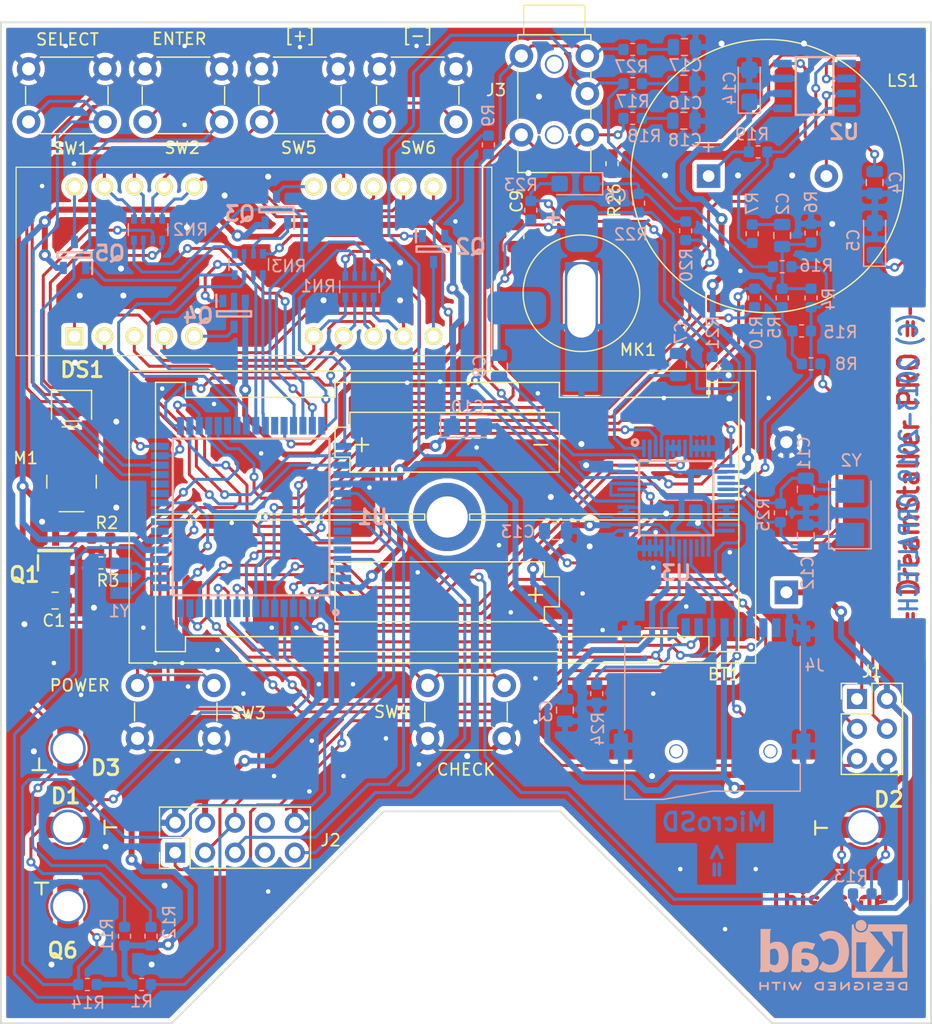
<source format=kicad_pcb>
(kicad_pcb (version 20171130) (host pcbnew 5.1.4-e60b266~84~ubuntu18.04.1)
  (title_block (title "Dreamstalker PRO") (date 2019-08-21) (rev v1.0))
  (layers (0 F.Cu signal) (31 B.Cu signal) (34 B.Paste user) (35 F.Paste user) (36 B.SilkS user) (37 F.SilkS user) (38 B.Mask user) (39 F.Mask user) (44 Edge.Cuts user))
  (net 0 "")
  (net 1 GND)
  (net 2 /KEY2)
  (net 3 /KEY3)
  (net 4 /KEY6)
  (net 5 /KEY5)
  (net 6 /KEY4)
  (net 7 /KEY1)
  (net 8 "Net-(Q1-Pad1)")
  (net 9 "Net-(M1-Pad2)")
  (net 10 "Net-(Q5-Pad1)")
  (net 11 +3V)
  (net 12 /DIG1)
  (net 13 /DIG2)
  (net 14 "Net-(Q4-Pad1)")
  (net 15 "Net-(Q3-Pad1)")
  (net 16 /DIG3)
  (net 17 /DIG4)
  (net 18 "Net-(Q2-Pad1)")
  (net 19 /SNDOFF)
  (net 20 "Net-(C4-Pad1)")
  (net 21 "Net-(R19-Pad1)")
  (net 22 "Net-(LS1-Pad1)")
  (net 23 "Net-(LS1-Pad2)")
  (net 24 "Net-(DS1-Pad14)")
  (net 25 "Net-(DS1-Pad12)")
  (net 26 "Net-(DS1-Pad13)")
  (net 27 "Net-(DS1-Pad11)")
  (net 28 /SEGF)
  (net 29 /SEGG)
  (net 30 /SEGA)
  (net 31 /SEGB)
  (net 32 "Net-(DS1-Pad4)")
  (net 33 "Net-(DS1-Pad3)")
  (net 34 "Net-(DS1-Pad1)")
  (net 35 "Net-(DS1-Pad2)")
  (net 36 /SEGC)
  (net 37 /SEGH)
  (net 38 /SEGE)
  (net 39 /SEGD)
  (net 40 /R1)
  (net 41 /R3)
  (net 42 /R2)
  (net 43 /R4)
  (net 44 "Net-(C7-Pad1)")
  (net 45 /VIBRO)
  (net 46 "Net-(C11-Pad2)")
  (net 47 "Net-(C12-Pad2)")
  (net 48 "Net-(C6-Pad2)")
  (net 49 "Net-(C8-Pad1)")
  (net 50 /RESET)
  (net 51 /HPL)
  (net 52 /HPR)
  (net 53 /SOUND)
  (net 54 /IRRX)
  (net 55 /MICP)
  (net 56 "Net-(C2-Pad2)")
  (net 57 "Net-(C2-Pad1)")
  (net 58 /HPTS)
  (net 59 /GBUF)
  (net 60 /MGBUF)
  (net 61 /MLEFT)
  (net 62 "Net-(D1-Pad2)")
  (net 63 "Net-(D3-Pad2)")
  (net 64 "Net-(D2-Pad2)")
  (net 65 /PDI)
  (net 66 /PDO)
  (net 67 /LED1)
  (net 68 /LED2)
  (net 69 /XRESET)
  (net 70 /SDCS)
  (net 71 /SCK)
  (net 72 /MOSI)
  (net 73 /MISO)
  (net 74 /DREQ)
  (net 75 /XCS)
  (net 76 /XDCS)
  (net 77 /TOSC2)
  (net 78 /TOSC1)
  (net 79 "Net-(U1-Pad23)")
  (net 80 "Net-(U1-Pad24)")
  (net 81 "Net-(U1-Pad27)")
  (net 82 "Net-(U1-Pad28)")
  (net 83 /IRTX)
  (net 84 /SILENT)
  (net 85 "Net-(U1-Pad38)")
  (net 86 "Net-(U1-Pad43)")
  (net 87 /TDI)
  (net 88 /TDO)
  (net 89 /TMS)
  (net 90 /TCK)
  (net 91 "Net-(U1-Pad58)")
  (net 92 "Net-(U1-Pad60)")
  (net 93 "Net-(U1-Pad62)")
  (net 94 "Net-(C7-Pad2)")
  (net 95 "Net-(C8-Pad2)")
  (net 96 "Net-(U3-Pad15)")
  (net 97 "Net-(U3-Pad27)")
  (net 98 "Net-(C13-Pad2)")
  (net 99 "Net-(U3-Pad48)")
  (net 100 "Net-(J4-Pad1)")
  (net 101 "Net-(J4-Pad8)")
  (net 102 "Net-(C17-Pad2)")
  (net 103 "Net-(C16-Pad2)")
  (net 104 "Net-(C18-Pad2)")
  (net 105 "Net-(C6-Pad1)")
  (net 106 "Net-(C5-Pad1)")
  (net 107 "Net-(J2-Pad8)")
  (net 108 "Net-(J2-Pad7)")
  (module Dreamstalker-Footprints:Crystal_SMD_3215-2Pin_3.2x1.5mm (layer B.Cu) (at 99.7 89.2 270)
    (fp_text reference Y1 (at 2.8 0.15 180) (layer B.SilkS) (effects (justify mirror)))
    (fp_text value "32768 KHz" hide)
    (pad 2 smd rect (at -1.25 0 270) (size 1 1.8) (layers B.Cu B.Paste B.Mask) (net 78 /TOSC1))
    (pad 1 smd rect (at 1.25 0 270) (size 1 1.8) (layers B.Cu B.Paste B.Mask) (net 77 /TOSC2))
  )
  (module Dreamstalker-Footprints:ATTEND_112J-TDAR-R01 (layer B.Cu) (at 149.9 93.9 180)
    (fp_text reference J4 (at -8.7 -2.7) (layer B.SilkS) (effects (justify mirror)))
    (fp_text value ATTEND_112J-TDAR-R01 hide)
    (pad "" np_thru_hole circle (at 3.05 -10 180) (size 1.2 1.2) (drill 1) (layers *.Cu *.Mask))
    (pad "" np_thru_hole circle (at -4.95 -10 180) (size 1.2 1.2) (drill 1) (layers *.Cu *.Mask))
    (pad 10 smd rect (at 7.75 -9.6 180) (size 1.2 2.2) (layers B.Cu B.Paste B.Mask) (net 1 GND))
    (pad 10 smd rect (at -7.75 -9.6 180) (size 1.2 2.2) (layers B.Cu B.Paste B.Mask) (net 1 GND))
    (pad 9 smd rect (at -6.55 0.5 180) (size 0.7 1.6) (layers B.Cu B.Paste B.Mask) (net 1 GND))
    (pad 8 smd rect (at -5.45 0.5 180) (size 0.7 1.6) (layers B.Cu B.Paste B.Mask) (net 101 "Net-(J4-Pad8)"))
    (pad 7 smd rect (at -4.35 0.5 180) (size 0.7 1.6) (layers B.Cu B.Paste B.Mask) (net 73 /MISO))
    (pad 6 smd rect (at -3.25 0.5 180) (size 0.7 1.6) (layers B.Cu B.Paste B.Mask) (net 1 GND))
    (pad 5 smd rect (at -2.15 0.5 180) (size 0.7 1.6) (layers B.Cu B.Paste B.Mask) (net 71 /SCK))
    (pad 4 smd rect (at -1.05 0.5 180) (size 0.7 1.6) (layers B.Cu B.Paste B.Mask) (net 11 +3V))
    (pad 3 smd rect (at 0.05 0.5 180) (size 0.7 1.6) (layers B.Cu B.Paste B.Mask) (net 72 /MOSI))
    (pad 2 smd rect (at 1.15 0.5 180) (size 0.7 1.6) (layers B.Cu B.Paste B.Mask) (net 70 /SDCS))
    (pad 1 smd rect (at 2.25 0.5 180) (size 0.7 1.6) (layers B.Cu B.Paste B.Mask) (net 100 "Net-(J4-Pad1)"))
    (pad 10 smd rect (at -7.75 0 180) (size 1.2 1.4) (layers B.Cu B.Paste B.Mask) (net 1 GND))
    (pad 10 smd rect (at 6.85 0 180) (size 1.6 1.4) (layers B.Cu B.Paste B.Mask) (net 1 GND))
  )
  (module Dreamstalker-Footprints:SOIC127P600X175-8N (layer B.Cu) (at 158.6 47.4 180)
    (fp_text reference U2 (at -2.5 -3.9 180) (layer B.SilkS) (effects (font (size 1.27 1.27) (thickness 0.254)) (justify mirror)))
    (fp_text value MC34119D hide)
    (pad 8 smd rect (at 2.725 1.905 90) (size 0.65 1.55) (layers B.Cu B.Paste B.Mask) (net 23 "Net-(LS1-Pad2)"))
    (pad 7 smd rect (at 2.725 0.635 90) (size 0.65 1.55) (layers B.Cu B.Paste B.Mask) (net 1 GND))
    (pad 6 smd rect (at 2.725 -0.635 90) (size 0.65 1.55) (layers B.Cu B.Paste B.Mask) (net 11 +3V))
    (pad 5 smd rect (at 2.725 -1.905 90) (size 0.65 1.55) (layers B.Cu B.Paste B.Mask) (net 22 "Net-(LS1-Pad1)"))
    (pad 4 smd rect (at -2.725 -1.905 90) (size 0.65 1.55) (layers B.Cu B.Paste B.Mask) (net 21 "Net-(R19-Pad1)"))
    (pad 3 smd rect (at -2.725 -0.635 90) (size 0.65 1.55) (layers B.Cu B.Paste B.Mask) (net 20 "Net-(C4-Pad1)"))
    (pad 2 smd rect (at -2.725 0.635 90) (size 0.65 1.55) (layers B.Cu B.Paste B.Mask) (net 106 "Net-(C5-Pad1)"))
    (pad 1 smd rect (at -2.725 1.905 90) (size 0.65 1.55) (layers B.Cu B.Paste B.Mask) (net 19 /SNDOFF))
  )
  (module Dreamstalker-Footprints:QFP80P1600X1600X120-64N (layer B.Cu) (at 110.75 84 90)
    (fp_text reference U1 (at 0 10.3) (layer B.SilkS) (effects (font (size 1.27 1.27) (thickness 0.254)) (justify mirror)))
    (fp_text value ATmega128L-8AI hide)
    (pad 64 smd rect (at -6 7.75 90) (size 0.6 1.5) (layers B.Cu B.Paste B.Mask) (net 11 +3V))
    (pad 63 smd rect (at -5.2 7.75 90) (size 0.6 1.5) (layers B.Cu B.Paste B.Mask) (net 1 GND))
    (pad 62 smd rect (at -4.4 7.75 90) (size 0.6 1.5) (layers B.Cu B.Paste B.Mask) (net 93 "Net-(U1-Pad62)"))
    (pad 61 smd rect (at -3.6 7.75 90) (size 0.6 1.5) (layers B.Cu B.Paste B.Mask) (net 54 /IRRX))
    (pad 60 smd rect (at -2.8 7.75 90) (size 0.6 1.5) (layers B.Cu B.Paste B.Mask) (net 92 "Net-(U1-Pad60)"))
    (pad 59 smd rect (at -2 7.75 90) (size 0.6 1.5) (layers B.Cu B.Paste B.Mask) (net 59 /GBUF))
    (pad 58 smd rect (at -1.2 7.75 90) (size 0.6 1.5) (layers B.Cu B.Paste B.Mask) (net 91 "Net-(U1-Pad58)"))
    (pad 57 smd rect (at -0.4 7.75 90) (size 0.6 1.5) (layers B.Cu B.Paste B.Mask) (net 90 /TCK))
    (pad 56 smd rect (at 0.4 7.75 90) (size 0.6 1.5) (layers B.Cu B.Paste B.Mask) (net 89 /TMS))
    (pad 55 smd rect (at 1.2 7.75 90) (size 0.6 1.5) (layers B.Cu B.Paste B.Mask) (net 88 /TDO))
    (pad 54 smd rect (at 2 7.75 90) (size 0.6 1.5) (layers B.Cu B.Paste B.Mask) (net 87 /TDI))
    (pad 53 smd rect (at 2.8 7.75 90) (size 0.6 1.5) (layers B.Cu B.Paste B.Mask) (net 1 GND))
    (pad 52 smd rect (at 3.6 7.75 90) (size 0.6 1.5) (layers B.Cu B.Paste B.Mask) (net 11 +3V))
    (pad 51 smd rect (at 4.4 7.75 90) (size 0.6 1.5) (layers B.Cu B.Paste B.Mask) (net 30 /SEGA))
    (pad 50 smd rect (at 5.2 7.75 90) (size 0.6 1.5) (layers B.Cu B.Paste B.Mask) (net 31 /SEGB))
    (pad 49 smd rect (at 6 7.75 90) (size 0.6 1.5) (layers B.Cu B.Paste B.Mask) (net 36 /SEGC))
    (pad 48 smd rect (at 7.75 6) (size 0.6 1.5) (layers B.Cu B.Paste B.Mask) (net 39 /SEGD))
    (pad 47 smd rect (at 7.75 5.2) (size 0.6 1.5) (layers B.Cu B.Paste B.Mask) (net 38 /SEGE))
    (pad 46 smd rect (at 7.75 4.4) (size 0.6 1.5) (layers B.Cu B.Paste B.Mask) (net 28 /SEGF))
    (pad 45 smd rect (at 7.75 3.6) (size 0.6 1.5) (layers B.Cu B.Paste B.Mask) (net 29 /SEGG))
    (pad 44 smd rect (at 7.75 2.8) (size 0.6 1.5) (layers B.Cu B.Paste B.Mask) (net 37 /SEGH))
    (pad 43 smd rect (at 7.75 2) (size 0.6 1.5) (layers B.Cu B.Paste B.Mask) (net 86 "Net-(U1-Pad43)"))
    (pad 42 smd rect (at 7.75 1.2) (size 0.6 1.5) (layers B.Cu B.Paste B.Mask) (net 43 /R4))
    (pad 41 smd rect (at 7.75 0.4) (size 0.6 1.5) (layers B.Cu B.Paste B.Mask) (net 41 /R3))
    (pad 40 smd rect (at 7.75 -0.4) (size 0.6 1.5) (layers B.Cu B.Paste B.Mask) (net 42 /R2))
    (pad 39 smd rect (at 7.75 -1.2) (size 0.6 1.5) (layers B.Cu B.Paste B.Mask) (net 40 /R1))
    (pad 38 smd rect (at 7.75 -2) (size 0.6 1.5) (layers B.Cu B.Paste B.Mask) (net 85 "Net-(U1-Pad38)"))
    (pad 37 smd rect (at 7.75 -2.8) (size 0.6 1.5) (layers B.Cu B.Paste B.Mask) (net 84 /SILENT))
    (pad 36 smd rect (at 7.75 -3.6) (size 0.6 1.5) (layers B.Cu B.Paste B.Mask) (net 45 /VIBRO))
    (pad 35 smd rect (at 7.75 -4.4) (size 0.6 1.5) (layers B.Cu B.Paste B.Mask) (net 83 /IRTX))
    (pad 34 smd rect (at 7.75 -5.2) (size 0.6 1.5) (layers B.Cu B.Paste B.Mask) (net 61 /MLEFT))
    (pad 33 smd rect (at 7.75 -6) (size 0.6 1.5) (layers B.Cu B.Paste B.Mask) (net 60 /MGBUF))
    (pad 32 smd rect (at 6 -7.75 90) (size 0.6 1.5) (layers B.Cu B.Paste B.Mask) (net 4 /KEY6))
    (pad 31 smd rect (at 5.2 -7.75 90) (size 0.6 1.5) (layers B.Cu B.Paste B.Mask) (net 5 /KEY5))
    (pad 30 smd rect (at 4.4 -7.75 90) (size 0.6 1.5) (layers B.Cu B.Paste B.Mask) (net 2 /KEY2))
    (pad 29 smd rect (at 3.6 -7.75 90) (size 0.6 1.5) (layers B.Cu B.Paste B.Mask) (net 7 /KEY1))
    (pad 28 smd rect (at 2.8 -7.75 90) (size 0.6 1.5) (layers B.Cu B.Paste B.Mask) (net 82 "Net-(U1-Pad28)"))
    (pad 27 smd rect (at 2 -7.75 90) (size 0.6 1.5) (layers B.Cu B.Paste B.Mask) (net 81 "Net-(U1-Pad27)"))
    (pad 26 smd rect (at 1.2 -7.75 90) (size 0.6 1.5) (layers B.Cu B.Paste B.Mask) (net 6 /KEY4))
    (pad 25 smd rect (at 0.4 -7.75 90) (size 0.6 1.5) (layers B.Cu B.Paste B.Mask) (net 3 /KEY3))
    (pad 24 smd rect (at -0.4 -7.75 90) (size 0.6 1.5) (layers B.Cu B.Paste B.Mask) (net 80 "Net-(U1-Pad24)"))
    (pad 23 smd rect (at -1.2 -7.75 90) (size 0.6 1.5) (layers B.Cu B.Paste B.Mask) (net 79 "Net-(U1-Pad23)"))
    (pad 22 smd rect (at -2 -7.75 90) (size 0.6 1.5) (layers B.Cu B.Paste B.Mask) (net 1 GND))
    (pad 21 smd rect (at -2.8 -7.75 90) (size 0.6 1.5) (layers B.Cu B.Paste B.Mask) (net 11 +3V))
    (pad 20 smd rect (at -3.6 -7.75 90) (size 0.6 1.5) (layers B.Cu B.Paste B.Mask) (net 50 /RESET))
    (pad 19 smd rect (at -4.4 -7.75 90) (size 0.6 1.5) (layers B.Cu B.Paste B.Mask) (net 78 /TOSC1))
    (pad 18 smd rect (at -5.2 -7.75 90) (size 0.6 1.5) (layers B.Cu B.Paste B.Mask) (net 77 /TOSC2))
    (pad 17 smd rect (at -6 -7.75 90) (size 0.6 1.5) (layers B.Cu B.Paste B.Mask) (net 76 /XDCS))
    (pad 16 smd rect (at -7.75 -6) (size 0.6 1.5) (layers B.Cu B.Paste B.Mask) (net 75 /XCS))
    (pad 15 smd rect (at -7.75 -5.2) (size 0.6 1.5) (layers B.Cu B.Paste B.Mask) (net 53 /SOUND))
    (pad 14 smd rect (at -7.75 -4.4) (size 0.6 1.5) (layers B.Cu B.Paste B.Mask) (net 74 /DREQ))
    (pad 13 smd rect (at -7.75 -3.6) (size 0.6 1.5) (layers B.Cu B.Paste B.Mask) (net 73 /MISO))
    (pad 12 smd rect (at -7.75 -2.8) (size 0.6 1.5) (layers B.Cu B.Paste B.Mask) (net 72 /MOSI))
    (pad 11 smd rect (at -7.75 -2) (size 0.6 1.5) (layers B.Cu B.Paste B.Mask) (net 71 /SCK))
    (pad 10 smd rect (at -7.75 -1.2) (size 0.6 1.5) (layers B.Cu B.Paste B.Mask) (net 70 /SDCS))
    (pad 9 smd rect (at -7.75 -0.4) (size 0.6 1.5) (layers B.Cu B.Paste B.Mask) (net 69 /XRESET))
    (pad 8 smd rect (at -7.75 0.4) (size 0.6 1.5) (layers B.Cu B.Paste B.Mask) (net 55 /MICP))
    (pad 7 smd rect (at -7.75 1.2) (size 0.6 1.5) (layers B.Cu B.Paste B.Mask) (net 19 /SNDOFF))
    (pad 6 smd rect (at -7.75 2) (size 0.6 1.5) (layers B.Cu B.Paste B.Mask) (net 68 /LED2))
    (pad 5 smd rect (at -7.75 2.8) (size 0.6 1.5) (layers B.Cu B.Paste B.Mask) (net 67 /LED1))
    (pad 4 smd rect (at -7.75 3.6) (size 0.6 1.5) (layers B.Cu B.Paste B.Mask) (net 58 /HPTS))
    (pad 3 smd rect (at -7.75 4.4) (size 0.6 1.5) (layers B.Cu B.Paste B.Mask) (net 66 /PDO))
    (pad 2 smd rect (at -7.75 5.2) (size 0.6 1.5) (layers B.Cu B.Paste B.Mask) (net 65 /PDI))
    (pad 1 smd rect (at -7.75 6) (size 0.6 1.5) (layers B.Cu B.Paste B.Mask) (net 11 +3V))
  )
  (module Dreamstalker-Footprints:QFP50P900X900X160-48N (layer B.Cu) (at 146.85 82.4 270)
    (fp_text reference U3 (at 6.35 0 180) (layer B.SilkS) (effects (font (size 1.27 1.27) (thickness 0.254)) (justify mirror)))
    (fp_text value VS1002D hide)
    (pad 48 smd rect (at -2.75 4.238 270) (size 0.3 1.475) (layers B.Cu B.Paste B.Mask) (net 99 "Net-(U3-Pad48)"))
    (pad 47 smd rect (at -2.25 4.238 270) (size 0.3 1.475) (layers B.Cu B.Paste B.Mask) (net 1 GND))
    (pad 46 smd rect (at -1.75 4.238 270) (size 0.3 1.475) (layers B.Cu B.Paste B.Mask) (net 51 /HPL))
    (pad 45 smd rect (at -1.25 4.238 270) (size 0.3 1.475) (layers B.Cu B.Paste B.Mask) (net 11 +3V))
    (pad 44 smd rect (at -0.75 4.238 270) (size 0.3 1.475) (layers B.Cu B.Paste B.Mask) (net 98 "Net-(C13-Pad2)"))
    (pad 43 smd rect (at -0.25 4.238 270) (size 0.3 1.475) (layers B.Cu B.Paste B.Mask) (net 11 +3V))
    (pad 42 smd rect (at 0.25 4.238 270) (size 0.3 1.475) (layers B.Cu B.Paste B.Mask) (net 59 /GBUF))
    (pad 41 smd rect (at 0.75 4.238 270) (size 0.3 1.475) (layers B.Cu B.Paste B.Mask) (net 1 GND))
    (pad 40 smd rect (at 1.25 4.238 270) (size 0.3 1.475) (layers B.Cu B.Paste B.Mask) (net 1 GND))
    (pad 39 smd rect (at 1.75 4.238 270) (size 0.3 1.475) (layers B.Cu B.Paste B.Mask) (net 52 /HPR))
    (pad 38 smd rect (at 2.25 4.238 270) (size 0.3 1.475) (layers B.Cu B.Paste B.Mask) (net 11 +3V))
    (pad 37 smd rect (at 2.75 4.238 270) (size 0.3 1.475) (layers B.Cu B.Paste B.Mask) (net 1 GND))
    (pad 36 smd rect (at 4.238 2.75 180) (size 0.3 1.475) (layers B.Cu B.Paste B.Mask) (net 1 GND))
    (pad 35 smd rect (at 4.238 2.25 180) (size 0.3 1.475) (layers B.Cu B.Paste B.Mask) (net 1 GND))
    (pad 34 smd rect (at 4.238 1.75 180) (size 0.3 1.475) (layers B.Cu B.Paste B.Mask) (net 1 GND))
    (pad 33 smd rect (at 4.238 1.25 180) (size 0.3 1.475) (layers B.Cu B.Paste B.Mask) (net 1 GND))
    (pad 32 smd rect (at 4.238 0.75 180) (size 0.3 1.475) (layers B.Cu B.Paste B.Mask) (net 11 +3V))
    (pad 31 smd rect (at 4.238 0.25 180) (size 0.3 1.475) (layers B.Cu B.Paste B.Mask) (net 11 +3V))
    (pad 30 smd rect (at 4.238 -0.25 180) (size 0.3 1.475) (layers B.Cu B.Paste B.Mask) (net 73 /MISO))
    (pad 29 smd rect (at 4.238 -0.75 180) (size 0.3 1.475) (layers B.Cu B.Paste B.Mask) (net 72 /MOSI))
    (pad 28 smd rect (at 4.238 -1.25 180) (size 0.3 1.475) (layers B.Cu B.Paste B.Mask) (net 71 /SCK))
    (pad 27 smd rect (at 4.238 -1.75 180) (size 0.3 1.475) (layers B.Cu B.Paste B.Mask) (net 97 "Net-(U3-Pad27)"))
    (pad 26 smd rect (at 4.238 -2.25 180) (size 0.3 1.475) (layers B.Cu B.Paste B.Mask) (net 11 +3V))
    (pad 25 smd rect (at 4.238 -2.75 180) (size 0.3 1.475) (layers B.Cu B.Paste B.Mask) (net 1 GND))
    (pad 24 smd rect (at 2.75 -4.238 270) (size 0.3 1.475) (layers B.Cu B.Paste B.Mask) (net 11 +3V))
    (pad 23 smd rect (at 2.25 -4.238 270) (size 0.3 1.475) (layers B.Cu B.Paste B.Mask) (net 75 /XCS))
    (pad 22 smd rect (at 1.75 -4.238 270) (size 0.3 1.475) (layers B.Cu B.Paste B.Mask) (net 1 GND))
    (pad 21 smd rect (at 1.25 -4.238 270) (size 0.3 1.475) (layers B.Cu B.Paste B.Mask) (net 1 GND))
    (pad 20 smd rect (at 0.75 -4.238 270) (size 0.3 1.475) (layers B.Cu B.Paste B.Mask) (net 1 GND))
    (pad 19 smd rect (at 0.25 -4.238 270) (size 0.3 1.475) (layers B.Cu B.Paste B.Mask) (net 11 +3V))
    (pad 18 smd rect (at -0.25 -4.238 270) (size 0.3 1.475) (layers B.Cu B.Paste B.Mask) (net 47 "Net-(C12-Pad2)"))
    (pad 17 smd rect (at -0.75 -4.238 270) (size 0.3 1.475) (layers B.Cu B.Paste B.Mask) (net 46 "Net-(C11-Pad2)"))
    (pad 16 smd rect (at -1.25 -4.238 270) (size 0.3 1.475) (layers B.Cu B.Paste B.Mask) (net 1 GND))
    (pad 15 smd rect (at -1.75 -4.238 270) (size 0.3 1.475) (layers B.Cu B.Paste B.Mask) (net 96 "Net-(U3-Pad15)"))
    (pad 14 smd rect (at -2.25 -4.238 270) (size 0.3 1.475) (layers B.Cu B.Paste B.Mask) (net 11 +3V))
    (pad 13 smd rect (at -2.75 -4.238 270) (size 0.3 1.475) (layers B.Cu B.Paste B.Mask) (net 76 /XDCS))
    (pad 12 smd rect (at -4.238 -2.75 180) (size 0.3 1.475) (layers B.Cu B.Paste B.Mask) (net 1 GND))
    (pad 11 smd rect (at -4.238 -2.25 180) (size 0.3 1.475) (layers B.Cu B.Paste B.Mask) (net 1 GND))
    (pad 10 smd rect (at -4.238 -1.75 180) (size 0.3 1.475) (layers B.Cu B.Paste B.Mask) (net 1 GND))
    (pad 9 smd rect (at -4.238 -1.25 180) (size 0.3 1.475) (layers B.Cu B.Paste B.Mask) (net 1 GND))
    (pad 8 smd rect (at -4.238 -0.75 180) (size 0.3 1.475) (layers B.Cu B.Paste B.Mask) (net 74 /DREQ))
    (pad 7 smd rect (at -4.238 -0.25 180) (size 0.3 1.475) (layers B.Cu B.Paste B.Mask) (net 11 +3V))
    (pad 6 smd rect (at -4.238 0.25 180) (size 0.3 1.475) (layers B.Cu B.Paste B.Mask) (net 11 +3V))
    (pad 5 smd rect (at -4.238 0.75 180) (size 0.3 1.475) (layers B.Cu B.Paste B.Mask) (net 11 +3V))
    (pad 4 smd rect (at -4.238 1.25 180) (size 0.3 1.475) (layers B.Cu B.Paste B.Mask) (net 1 GND))
    (pad 3 smd rect (at -4.238 1.75 180) (size 0.3 1.475) (layers B.Cu B.Paste B.Mask) (net 69 /XRESET))
    (pad 2 smd rect (at -4.238 2.25 180) (size 0.3 1.475) (layers B.Cu B.Paste B.Mask) (net 95 "Net-(C8-Pad2)"))
    (pad 1 smd rect (at -4.238 2.75 180) (size 0.3 1.475) (layers B.Cu B.Paste B.Mask) (net 94 "Net-(C7-Pad2)"))
  )
  (module Dreamstalker-Footprints:Crystal_SMD_5032-2Pin_5.0x3.2mm (layer B.Cu) (at 161.6 83.65 90)
    (fp_text reference Y2 (at 4.45 0.1) (layer B.SilkS) (effects (justify mirror)))
    (fp_text value "12.0 MHz" hide)
    (pad 2 smd rect (at 1.85 0 90) (size 2 2.4) (layers B.Cu B.Paste B.Mask) (net 46 "Net-(C11-Pad2)"))
    (pad 1 smd rect (at -1.85 0 90) (size 2 2.4) (layers B.Cu B.Paste B.Mask) (net 47 "Net-(C12-Pad2)"))
  )
  (module Dreamstalker-Footprints:CA04-41 (layer F.Cu) (at 95.75 68.65)
    (fp_text reference DS1 (at 0.65 2.85) (layer F.SilkS) (effects (font (size 1.27 1.27) (thickness 0.254))))
    (fp_text value CA04-41SRWA hide)
    (pad 20 thru_hole circle (at 0 -12.7 90) (size 1.5 1.5) (drill 1) (layers *.Cu *.Mask F.SilkS) (net 12 /DIG1))
    (pad 19 thru_hole circle (at 2.54 -12.7 90) (size 1.5 1.5) (drill 1) (layers *.Cu *.Mask F.SilkS) (net 24 "Net-(DS1-Pad14)"))
    (pad 18 thru_hole circle (at 5.08 -12.7 90) (size 1.5 1.5) (drill 1) (layers *.Cu *.Mask F.SilkS) (net 26 "Net-(DS1-Pad13)"))
    (pad 17 thru_hole circle (at 7.62 -12.7 90) (size 1.5 1.5) (drill 1) (layers *.Cu *.Mask F.SilkS) (net 25 "Net-(DS1-Pad12)"))
    (pad 16 thru_hole circle (at 10.16 -12.7 90) (size 1.5 1.5) (drill 1) (layers *.Cu *.Mask F.SilkS) (net 27 "Net-(DS1-Pad11)"))
    (pad 15 thru_hole circle (at 20.32 -12.7 90) (size 1.5 1.5) (drill 1) (layers *.Cu *.Mask F.SilkS) (net 16 /DIG3))
    (pad 14 thru_hole circle (at 22.86 -12.7 90) (size 1.5 1.5) (drill 1) (layers *.Cu *.Mask F.SilkS) (net 24 "Net-(DS1-Pad14)"))
    (pad 13 thru_hole circle (at 25.4 -12.7 90) (size 1.5 1.5) (drill 1) (layers *.Cu *.Mask F.SilkS) (net 26 "Net-(DS1-Pad13)"))
    (pad 12 thru_hole circle (at 27.94 -12.7 90) (size 1.5 1.5) (drill 1) (layers *.Cu *.Mask F.SilkS) (net 25 "Net-(DS1-Pad12)"))
    (pad 11 thru_hole circle (at 30.48 -12.7 90) (size 1.5 1.5) (drill 1) (layers *.Cu *.Mask F.SilkS) (net 27 "Net-(DS1-Pad11)"))
    (pad 10 thru_hole circle (at 30.48 0 90) (size 1.5 1.5) (drill 1) (layers *.Cu *.Mask F.SilkS) (net 17 /DIG4))
    (pad 9 thru_hole circle (at 27.94 0 90) (size 1.5 1.5) (drill 1) (layers *.Cu *.Mask F.SilkS) (net 32 "Net-(DS1-Pad4)"))
    (pad 8 thru_hole circle (at 25.4 0 90) (size 1.5 1.5) (drill 1) (layers *.Cu *.Mask F.SilkS) (net 33 "Net-(DS1-Pad3)"))
    (pad 7 thru_hole circle (at 22.86 0 90) (size 1.5 1.5) (drill 1) (layers *.Cu *.Mask F.SilkS) (net 35 "Net-(DS1-Pad2)"))
    (pad 6 thru_hole circle (at 20.32 0 90) (size 1.5 1.5) (drill 1) (layers *.Cu *.Mask F.SilkS) (net 34 "Net-(DS1-Pad1)"))
    (pad 5 thru_hole circle (at 10.16 0 90) (size 1.5 1.5) (drill 1) (layers *.Cu *.Mask F.SilkS) (net 13 /DIG2))
    (pad 4 thru_hole circle (at 7.62 0 90) (size 1.5 1.5) (drill 1) (layers *.Cu *.Mask F.SilkS) (net 32 "Net-(DS1-Pad4)"))
    (pad 3 thru_hole circle (at 5.08 0 90) (size 1.5 1.5) (drill 1) (layers *.Cu *.Mask F.SilkS) (net 33 "Net-(DS1-Pad3)"))
    (pad 2 thru_hole circle (at 2.54 0 90) (size 1.5 1.5) (drill 1) (layers *.Cu *.Mask F.SilkS) (net 35 "Net-(DS1-Pad2)"))
    (pad 1 thru_hole rect (at 0 0 90) (size 1.5 1.5) (drill 1) (layers *.Cu *.Mask F.SilkS) (net 34 "Net-(DS1-Pad1)"))
  )
  (module Dreamstalker-Footprints:VIBRO-MOTOR_SMD (layer F.Cu) (at 95.5 82.3 90)
    (fp_text reference M1 (at 3.3 -3.9) (layer F.SilkS))
    (fp_text value "Vibration Motor" hide)
    (pad 3 smd custom (at 4.95 0 90) (size 1.5 4.2) (layers F.Cu F.Paste F.Mask) (options (clearance outline) (anchor rect)) (primitives (gr_poly (pts (xy -2.95 -2.3) (xy 1.55 -2.3) (xy 1.55 -0.9) (xy -2.95 -0.9)) (width 0.01)) (gr_poly (pts (xy -2.95 0.9) (xy 1.55 0.9) (xy 1.55 2.3) (xy -2.95 2.3)) (width 0.01))))
    (pad 1 smd roundrect (at -0.25 -1.7 90) (size 1.8 1.3) (layers F.Cu F.Paste F.Mask) (roundrect_rratio 0.15) (net 11 +3V))
    (pad 2 smd roundrect (at -0.25 1.7 90) (size 1.8 1.3) (layers F.Cu F.Paste F.Mask) (roundrect_rratio 0.15) (net 9 "Net-(M1-Pad2)"))
  )
  (module Dreamstalker-Footprints:BatteryHolder_BH421-3A (layer F.Cu) (at 127.4 84 180)
    (fp_text reference BT1 (at -23.495 -13.35) (layer F.SilkS))
    (fp_text value BH421-3A)
    (fp_text user - (at 8.1 -6.5 180) (layer F.SilkS) (effects (font (size 1.5 1.5))))
    (fp_text user + (at -7.5 -6.5 180) (layer F.SilkS) (effects (font (size 1.5 1.5))))
    (fp_text user - (at -7.95 6.25) (layer F.SilkS) (effects (font (size 1.5 1.5))))
    (fp_text user + (at 7.25 6.25) (layer F.SilkS) (effects (font (size 1.5 1.5))))
    (fp_text user + (at -7.5 -6.5) (layer F.SilkS) (effects (font (size 1.5 1.5))))
    (fp_text user - (at 8.1 -6.5) (layer F.SilkS) (effects (font (size 1.5 1.5))))
    (pad "" thru_hole circle (at 0 0 180) (size 5.8 5.8) (drill 3.5) (layers *.Cu *.Mask))
    (pad 2 thru_hole circle (at -28.8 6.35 180) (size 2 2) (drill 1.02) (layers *.Cu *.Mask) (net 1 GND))
    (pad 1 thru_hole rect (at -28.8 -6.4 180) (size 2 2) (drill 1.02) (layers *.Cu *.Mask) (net 11 +3V))
  )
  (module Dreamstalker-Footprints:JININ_ELECTRET_CONDENSER_MICROPHONE_ECM-30 (layer F.Cu) (at 138.8 65)
    (fp_text reference MK1 (at 4.8 4.8) (layer F.SilkS))
    (fp_text value ECM-30 hide)
    (fp_text user + (at -2.4 -6.5) (layer B.SilkS) (effects (font (size 1.2 1.2) (thickness 0.25)) (justify mirror)))
    (pad 1 smd roundrect (at 0 -5.5) (size 2.8 4) (layers B.Cu B.Paste B.Mask) (net 44 "Net-(C7-Pad1)"))
    (pad 2 smd roundrect (at -5.5 1.25) (size 5 2.8) (layers B.Cu B.Paste B.Mask) (net 49 "Net-(C8-Pad1)"))
    (pad 3 thru_hole rect (at 0 0.65) (size 2.8 11) (drill oval 2.4 6.24 (offset 0 2.2)) (layers B.Cu B.Mask) (net 1 GND))
  )
  (module Dreamstalker-Footprints:CP_EIA-3216-18_Kemet-A (layer B.Cu) (at 163.7 60.4 90)
    (fp_text reference C5 (at -0.1 -1.8 90) (layer B.SilkS) (effects (justify mirror)))
    (fp_text value 22u hide)
    (pad 1 smd roundrect (at -1.35 0 90) (size 1.4 1.35) (layers B.Cu B.Paste B.Mask) (roundrect_rratio 0.185185) (net 106 "Net-(C5-Pad1)"))
    (pad 2 smd roundrect (at 1.35 0 90) (size 1.4 1.35) (layers B.Cu B.Paste B.Mask) (roundrect_rratio 0.185185) (net 1 GND))
  )
  (module Dreamstalker-Footprints:LEDC3216X110N-TH (layer F.Cu) (at 95.2 103.65 270)
    (fp_text reference D3 (at 1.65 -3.2 180) (layer F.SilkS) (effects (font (size 1.27 1.27) (thickness 0.254))))
    (fp_text value KP-3216F3C hide)
    (fp_text user T (at 1.3 2.45 180 unlocked) (layer F.SilkS) (effects (font (size 1 2) (thickness 0.18))))
    (pad 2 smd custom (at 1.82 0 270) (size 0.7 1.8) (layers F.Cu F.Paste F.Mask) (net 63 "Net-(D3-Pad2)") (options (clearance outline) (anchor rect)) (primitives (gr_poly (pts (xy 0.48 -0.9) (xy -0.7 -0.9) (xy -0.66 -0.84) (xy -0.62 -0.78) (xy -0.56 -0.67) (xy -0.49 -0.51) (xy -0.45 -0.37) (xy -0.42 -0.23) (xy -0.41 -0.12) (xy -0.4 0.01) (xy -0.41 0.14) (xy -0.42 0.22) (xy -0.44 0.33) (xy -0.47 0.44) (xy -0.5 0.53) (xy -0.53 0.6) (xy -0.55 0.65) (xy -0.58 0.71) (xy -0.62 0.78) (xy -0.65 0.83) (xy -0.7 0.9) (xy 0.48 0.9)) (width 0.01))))
    (pad 1 smd custom (at -1.82 0 270) (size 0.7 1.8) (layers F.Cu F.Paste F.Mask) (net 83 /IRTX) (options (clearance outline) (anchor rect)) (primitives (gr_poly (pts (xy -0.48 0.9) (xy 0.7 0.9) (xy 0.66 0.84) (xy 0.62 0.78) (xy 0.56 0.67) (xy 0.49 0.51) (xy 0.45 0.37) (xy 0.42 0.23) (xy 0.41 0.12) (xy 0.4 -0.01) (xy 0.41 -0.14) (xy 0.42 -0.22) (xy 0.44 -0.33) (xy 0.47 -0.44) (xy 0.5 -0.53) (xy 0.53 -0.6) (xy 0.55 -0.65) (xy 0.58 -0.71) (xy 0.62 -0.78) (xy 0.65 -0.83) (xy 0.7 -0.9) (xy -0.48 -0.9)) (width 0.01))))
    (pad 3 thru_hole circle (at 0 0 270) (size 3 3) (drill 2.56) (layers B.Cu B.Mask) (clearance 0.0001))
  )
  (module Dreamstalker-Footprints:LEDC3216X110N-TH (layer F.Cu) (at 95.2 110.35 180)
    (fp_text reference D1 (at 0.2 2.65 180) (layer F.SilkS) (effects (font (size 1.27 1.27) (thickness 0.254))))
    (fp_text value KP-3216SURCK hide)
    (fp_text user T (at -3.65 0 90 unlocked) (layer F.SilkS) (effects (font (size 1 2) (thickness 0.18))))
    (pad 2 smd custom (at 1.82 0 180) (size 0.7 1.8) (layers F.Cu F.Paste F.Mask) (net 62 "Net-(D1-Pad2)") (options (clearance outline) (anchor rect)) (primitives (gr_poly (pts (xy 0.48 -0.9) (xy -0.7 -0.9) (xy -0.66 -0.84) (xy -0.62 -0.78) (xy -0.56 -0.67) (xy -0.49 -0.51) (xy -0.45 -0.37) (xy -0.42 -0.23) (xy -0.41 -0.12) (xy -0.4 0.01) (xy -0.41 0.14) (xy -0.42 0.22) (xy -0.44 0.33) (xy -0.47 0.44) (xy -0.5 0.53) (xy -0.53 0.6) (xy -0.55 0.65) (xy -0.58 0.71) (xy -0.62 0.78) (xy -0.65 0.83) (xy -0.7 0.9) (xy 0.48 0.9)) (width 0.01))))
    (pad 1 smd custom (at -1.82 0 180) (size 0.7 1.8) (layers F.Cu F.Paste F.Mask) (net 67 /LED1) (options (clearance outline) (anchor rect)) (primitives (gr_poly (pts (xy -0.48 0.9) (xy 0.7 0.9) (xy 0.66 0.84) (xy 0.62 0.78) (xy 0.56 0.67) (xy 0.49 0.51) (xy 0.45 0.37) (xy 0.42 0.23) (xy 0.41 0.12) (xy 0.4 -0.01) (xy 0.41 -0.14) (xy 0.42 -0.22) (xy 0.44 -0.33) (xy 0.47 -0.44) (xy 0.5 -0.53) (xy 0.53 -0.6) (xy 0.55 -0.65) (xy 0.58 -0.71) (xy 0.62 -0.78) (xy 0.65 -0.83) (xy 0.7 -0.9) (xy -0.48 -0.9)) (width 0.01))))
    (pad 3 thru_hole circle (at 0 0 180) (size 3 3) (drill 2.56) (layers B.Cu B.Mask) (clearance 0.0001))
  )
  (module Dreamstalker-Footprints:LEDC3216X130N-TH (layer F.Cu) (at 95.2 117.05 90)
    (fp_text reference Q6 (at -3.75 -0.45) (layer F.SilkS) (effects (font (size 1.27 1.27) (thickness 0.254))))
    (fp_text value KP-3216P3C hide)
    (fp_text user T (at 1.45 -2.25 unlocked) (layer F.SilkS) (effects (font (size 1 2) (thickness 0.18))))
    (pad 1 smd custom (at -1.82 0 90) (size 0.7 1.8) (layers F.Cu F.Paste F.Mask) (net 54 /IRRX) (options (clearance outline) (anchor rect)) (primitives (gr_poly (pts (xy -0.48 0.9) (xy 0.7 0.9) (xy 0.66 0.84) (xy 0.62 0.78) (xy 0.56 0.67) (xy 0.49 0.51) (xy 0.45 0.37) (xy 0.42 0.23) (xy 0.41 0.12) (xy 0.4 -0.01) (xy 0.41 -0.14) (xy 0.42 -0.22) (xy 0.44 -0.33) (xy 0.47 -0.44) (xy 0.5 -0.53) (xy 0.53 -0.6) (xy 0.55 -0.65) (xy 0.58 -0.71) (xy 0.62 -0.78) (xy 0.65 -0.83) (xy 0.7 -0.9) (xy -0.48 -0.9)) (width 0.01))))
    (pad 2 smd custom (at 1.82 0 90) (size 0.7 1.8) (layers F.Cu F.Paste F.Mask) (net 1 GND) (options (clearance outline) (anchor rect)) (primitives (gr_poly (pts (xy 0.48 -0.9) (xy -0.7 -0.9) (xy -0.66 -0.84) (xy -0.62 -0.78) (xy -0.56 -0.67) (xy -0.49 -0.51) (xy -0.45 -0.37) (xy -0.42 -0.23) (xy -0.41 -0.12) (xy -0.4 0.01) (xy -0.41 0.14) (xy -0.42 0.22) (xy -0.44 0.33) (xy -0.47 0.44) (xy -0.5 0.53) (xy -0.53 0.6) (xy -0.55 0.65) (xy -0.58 0.71) (xy -0.62 0.78) (xy -0.65 0.83) (xy -0.7 0.9) (xy 0.48 0.9)) (width 0.01))))
    (pad 3 thru_hole circle (at 0 0 90) (size 3 3) (drill 2.56) (layers B.Cu B.Mask) (clearance 0.0001))
  )
  (module Dreamstalker-Footprints:LEDC3216X110N-TH (layer F.Cu) (at 162.75 110.35)
    (fp_text reference D2 (at 2.15 -2.35) (layer F.SilkS) (effects (font (size 1.27 1.27) (thickness 0.254))))
    (fp_text value KP-3216SURCK hide)
    (fp_text user T (at -3.55 0.05 -90) (layer F.SilkS) (effects (font (size 1 2) (thickness 0.18))))
    (pad 2 smd custom (at 1.82 0) (size 0.7 1.8) (layers F.Cu F.Paste F.Mask) (net 64 "Net-(D2-Pad2)") (options (clearance outline) (anchor rect)) (primitives (gr_poly (pts (xy 0.48 -0.9) (xy -0.7 -0.9) (xy -0.66 -0.84) (xy -0.62 -0.78) (xy -0.56 -0.67) (xy -0.49 -0.51) (xy -0.45 -0.37) (xy -0.42 -0.23) (xy -0.41 -0.12) (xy -0.4 0.01) (xy -0.41 0.14) (xy -0.42 0.22) (xy -0.44 0.33) (xy -0.47 0.44) (xy -0.5 0.53) (xy -0.53 0.6) (xy -0.55 0.65) (xy -0.58 0.71) (xy -0.62 0.78) (xy -0.65 0.83) (xy -0.7 0.9) (xy 0.48 0.9)) (width 0.01))))
    (pad 1 smd custom (at -1.82 0) (size 0.7 1.8) (layers F.Cu F.Paste F.Mask) (net 68 /LED2) (options (clearance outline) (anchor rect)) (primitives (gr_poly (pts (xy -0.48 0.9) (xy 0.7 0.9) (xy 0.66 0.84) (xy 0.62 0.78) (xy 0.56 0.67) (xy 0.49 0.51) (xy 0.45 0.37) (xy 0.42 0.23) (xy 0.41 0.12) (xy 0.4 -0.01) (xy 0.41 -0.14) (xy 0.42 -0.22) (xy 0.44 -0.33) (xy 0.47 -0.44) (xy 0.5 -0.53) (xy 0.53 -0.6) (xy 0.55 -0.65) (xy 0.58 -0.71) (xy 0.62 -0.78) (xy 0.65 -0.83) (xy 0.7 -0.9) (xy -0.48 -0.9)) (width 0.01))))
    (pad 3 thru_hole circle (at 0 0) (size 3 3) (drill 2.56) (layers B.Cu B.Mask) (clearance 0.001))
  )
  (module Dreamstalker-Footprints:C_0805_2012Metric (layer B.Cu) (at 147.5 50.35 180)
    (fp_text reference C18 (at -0.1 -1.65 180) (layer B.SilkS) (effects (justify mirror)))
    (fp_text value 1u hide)
    (pad 1 smd roundrect (at -0.9375 0 180) (size 0.975 1.4) (layers B.Cu B.Paste B.Mask) (net 1 GND))
    (pad 2 smd roundrect (at 0.9375 0 180) (size 0.975 1.4) (layers B.Cu B.Paste B.Mask) (net 104 "Net-(C18-Pad2)"))
  )
  (module Dreamstalker-Footprints:R_0603_1608Metric (layer B.Cu) (at 143.15 50.15 180)
    (fp_text reference R18 (at -1 -1.5 180) (layer B.SilkS) (effects (justify mirror)))
    (fp_text value 10K hide)
    (pad 1 smd roundrect (at -0.7875 0 180) (size 0.875 0.95) (layers B.Cu B.Paste B.Mask) (net 104 "Net-(C18-Pad2)"))
    (pad 2 smd roundrect (at 0.7875 0 180) (size 0.875 0.95) (layers B.Cu B.Paste B.Mask) (net 51 /HPL))
  )
  (module Dreamstalker-Footprints:C_0805_2012Metric (layer B.Cu) (at 147.55 44.1 180)
    (fp_text reference C17 (at -0.1 -1.55 180) (layer B.SilkS) (effects (justify mirror)))
    (fp_text value 1u hide)
    (pad 2 smd roundrect (at 0.9375 0 180) (size 0.975 1.4) (layers B.Cu B.Paste B.Mask) (net 102 "Net-(C17-Pad2)"))
    (pad 1 smd roundrect (at -0.9375 0 180) (size 0.975 1.4) (layers B.Cu B.Paste B.Mask) (net 1 GND))
  )
  (module Dreamstalker-Footprints:C_0805_2012Metric (layer B.Cu) (at 147.5 47.2 180)
    (fp_text reference C16 (at -0.15 -1.65 180) (layer B.SilkS) (effects (justify mirror)))
    (fp_text value 1u hide)
    (pad 1 smd roundrect (at -0.9375 0 180) (size 0.975 1.4) (layers B.Cu B.Paste B.Mask) (net 1 GND))
    (pad 2 smd roundrect (at 0.9375 0 180) (size 0.975 1.4) (layers B.Cu B.Paste B.Mask) (net 103 "Net-(C16-Pad2)"))
  )
  (module Dreamstalker-Footprints:R_0603_1608Metric (layer B.Cu) (at 143.15 47.2 180)
    (fp_text reference R17 (at 0 -1.5 180) (layer B.SilkS) (effects (justify mirror)))
    (fp_text value 10K hide)
    (pad 2 smd roundrect (at 0.7875 0 180) (size 0.875 0.95) (layers B.Cu B.Paste B.Mask) (net 52 /HPR))
    (pad 1 smd roundrect (at -0.7875 0 180) (size 0.875 0.95) (layers B.Cu B.Paste B.Mask) (net 103 "Net-(C16-Pad2)"))
  )
  (module Dreamstalker-Footprints:R_0603_1608Metric (layer B.Cu) (at 143.15 44.3 180)
    (fp_text reference R27 (at 0.1 -1.45 180) (layer B.SilkS) (effects (justify mirror)))
    (fp_text value 10K hide)
    (pad 1 smd roundrect (at -0.7875 0 180) (size 0.875 0.95) (layers B.Cu B.Paste B.Mask) (net 102 "Net-(C17-Pad2)"))
    (pad 2 smd roundrect (at 0.7875 0 180) (size 0.875 0.95) (layers B.Cu B.Paste B.Mask) (net 59 /GBUF))
  )
  (module Dreamstalker-Footprints:DCI_Phone_Jack_3.5mm_ST-033 (layer F.Cu) (at 136.5 48.15)
    (fp_text reference J3 (at -4.95 -0.4) (layer F.SilkS))
    (fp_text value ST-033 hide)
    (pad "" np_thru_hole circle (at 0 -2.6) (size 1.6 1.6) (drill 1.3) (layers *.Cu *.Mask))
    (pad "" np_thru_hole circle (at 0 3.4) (size 1.6 1.6) (drill 1.3) (layers *.Cu *.Mask))
    (pad T thru_hole circle (at -2.8 3.4) (size 2 2) (drill 1.1) (layers *.Cu *.Mask) (net 51 /HPL))
    (pad S thru_hole circle (at -2.8 -3.3) (size 2 2) (drill 1.1) (layers *.Cu *.Mask) (net 59 /GBUF))
    (pad T thru_hole circle (at 2.8 3.4) (size 2 2) (drill 1.1) (layers *.Cu *.Mask) (net 51 /HPL))
    (pad R thru_hole circle (at 2.8 -0.1) (size 2 2) (drill 1.1) (layers *.Cu *.Mask) (net 52 /HPR))
    (pad S thru_hole circle (at 2.8 -3.3) (size 2 2) (drill 1.1) (layers *.Cu *.Mask) (net 59 /GBUF))
  )
  (module Dreamstalker-Footprints:CP_EIA-3216-18_Kemet-A (layer B.Cu) (at 153.05 47.4 90)
    (fp_text reference C14 (at -0.2 -1.65 90) (layer B.SilkS) (effects (justify mirror)))
    (fp_text value 10u hide)
    (pad 1 smd roundrect (at -1.35 0 90) (size 1.4 1.35) (layers B.Cu B.Paste B.Mask) (roundrect_rratio 0.185185) (net 11 +3V))
    (pad 2 smd roundrect (at 1.35 0 90) (size 1.4 1.35) (layers B.Cu B.Paste B.Mask) (roundrect_rratio 0.185185) (net 1 GND))
  )
  (module Dreamstalker-Footprints:R_0603_1608Metric (layer F.Cu) (at 141.4 54 90)
    (fp_text reference R26 (at -3.1 0.2 90) (layer F.SilkS))
    (fp_text value 100 hide)
    (pad 1 smd roundrect (at -0.7875 0 90) (size 0.875 0.95) (layers F.Cu F.Paste F.Mask) (net 84 /SILENT))
    (pad 2 smd roundrect (at 0.7875 0 90) (size 0.875 0.95) (layers F.Cu F.Paste F.Mask) (net 106 "Net-(C5-Pad1)"))
  )
  (module Dreamstalker-Footprints:SW_PUSH_6mm (layer F.Cu) (at 108.25 50.45 180)
    (fp_text reference SW2 (at 3.35 -2.2 180) (layer F.SilkS))
    (fp_text value ENTER)
    (fp_text user %V (at 3.6 7.05 180) (layer F.SilkS))
    (pad 1 thru_hole circle (at 6.5 0 270) (size 2 2) (drill 1.1) (layers *.Cu *.Mask) (net 2 /KEY2))
    (pad 2 thru_hole circle (at 6.5 4.5 270) (size 2 2) (drill 1.1) (layers *.Cu *.Mask) (net 1 GND))
    (pad 1 thru_hole circle (at 0 0 270) (size 2 2) (drill 1.1) (layers *.Cu *.Mask) (net 2 /KEY2))
    (pad 2 thru_hole circle (at 0 4.5 270) (size 2 2) (drill 1.1) (layers *.Cu *.Mask) (net 1 GND))
  )
  (module Dreamstalker-Footprints:SW_PUSH_6mm (layer F.Cu) (at 101.1 98.3)
    (fp_text reference SW3 (at 9.4 2.35) (layer F.SilkS))
    (fp_text value POWER)
    (fp_text user %V (at -4.9 0) (layer F.SilkS))
    (pad 1 thru_hole circle (at 6.5 0 90) (size 2 2) (drill 1.1) (layers *.Cu *.Mask) (net 3 /KEY3))
    (pad 2 thru_hole circle (at 6.5 4.5 90) (size 2 2) (drill 1.1) (layers *.Cu *.Mask) (net 1 GND))
    (pad 1 thru_hole circle (at 0 0 90) (size 2 2) (drill 1.1) (layers *.Cu *.Mask) (net 3 /KEY3))
    (pad 2 thru_hole circle (at 0 4.5 90) (size 2 2) (drill 1.1) (layers *.Cu *.Mask) (net 1 GND))
  )
  (module Dreamstalker-Footprints:SW_PUSH_6mm (layer F.Cu) (at 125.75 98.3)
    (fp_text reference SW4 (at -3.05 2.25) (layer F.SilkS))
    (fp_text value CHECK)
    (fp_text user %V (at 3.25 7.15) (layer F.SilkS))
    (pad 1 thru_hole circle (at 6.5 0 90) (size 2 2) (drill 1.1) (layers *.Cu *.Mask) (net 6 /KEY4))
    (pad 2 thru_hole circle (at 6.5 4.5 90) (size 2 2) (drill 1.1) (layers *.Cu *.Mask) (net 1 GND))
    (pad 1 thru_hole circle (at 0 0 90) (size 2 2) (drill 1.1) (layers *.Cu *.Mask) (net 6 /KEY4))
    (pad 2 thru_hole circle (at 0 4.5 90) (size 2 2) (drill 1.1) (layers *.Cu *.Mask) (net 1 GND))
  )
  (module Dreamstalker-Footprints:SW_PUSH_6mm (layer F.Cu) (at 128.15 50.45 180)
    (fp_text reference SW6 (at 3.2 -2.2 180) (layer F.SilkS))
    (fp_text value [-])
    (fp_text user %V (at 3.25 7.35 180) (layer F.SilkS))
    (pad 1 thru_hole circle (at 6.5 0 270) (size 2 2) (drill 1.1) (layers *.Cu *.Mask) (net 4 /KEY6))
    (pad 2 thru_hole circle (at 6.5 4.5 270) (size 2 2) (drill 1.1) (layers *.Cu *.Mask) (net 1 GND))
    (pad 1 thru_hole circle (at 0 0 270) (size 2 2) (drill 1.1) (layers *.Cu *.Mask) (net 4 /KEY6))
    (pad 2 thru_hole circle (at 0 4.5 270) (size 2 2) (drill 1.1) (layers *.Cu *.Mask) (net 1 GND))
  )
  (module Dreamstalker-Footprints:SW_PUSH_6mm (layer F.Cu) (at 118.15 50.45 180)
    (fp_text reference SW5 (at 3.35 -2.2 180) (layer F.SilkS))
    (fp_text value [+])
    (fp_text user %V (at 3.25 7.35 180) (layer F.SilkS))
    (pad 1 thru_hole circle (at 6.5 0 270) (size 2 2) (drill 1.1) (layers *.Cu *.Mask) (net 5 /KEY5))
    (pad 2 thru_hole circle (at 6.5 4.5 270) (size 2 2) (drill 1.1) (layers *.Cu *.Mask) (net 1 GND))
    (pad 1 thru_hole circle (at 0 0 270) (size 2 2) (drill 1.1) (layers *.Cu *.Mask) (net 5 /KEY5))
    (pad 2 thru_hole circle (at 0 4.5 270) (size 2 2) (drill 1.1) (layers *.Cu *.Mask) (net 1 GND))
  )
  (module Dreamstalker-Footprints:SW_PUSH_6mm (layer F.Cu) (at 98.35 50.45 180)
    (fp_text reference SW1 (at 2.9 -2.25 180) (layer F.SilkS))
    (fp_text value SELECT)
    (fp_text user %V (at 3.2 7 180) (layer F.SilkS))
    (pad 1 thru_hole circle (at 6.5 0 270) (size 2 2) (drill 1.1) (layers *.Cu *.Mask) (net 7 /KEY1))
    (pad 2 thru_hole circle (at 6.5 4.5 270) (size 2 2) (drill 1.1) (layers *.Cu *.Mask) (net 1 GND))
    (pad 1 thru_hole circle (at 0 0 270) (size 2 2) (drill 1.1) (layers *.Cu *.Mask) (net 7 /KEY1))
    (pad 2 thru_hole circle (at 0 4.5 270) (size 2 2) (drill 1.1) (layers *.Cu *.Mask) (net 1 GND))
  )
  (module Dreamstalker-Footprints:Buzzer_23x11.5RM10 (layer F.Cu) (at 149.6 55.05)
    (fp_text reference LS1 (at 16.5 -8.1) (layer F.SilkS))
    (fp_text value HSM23A-8 hide)
    (fp_text user + (at 0 -2.54) (layer B.SilkS) (effects (justify mirror)))
    (fp_text user + (at -0.01 -2.54) (layer F.SilkS))
    (pad 2 thru_hole circle (at 10 0) (size 2 2) (drill 1) (layers *.Cu *.Mask) (net 23 "Net-(LS1-Pad2)"))
    (pad 1 thru_hole rect (at 0 0) (size 2 2) (drill 1) (layers *.Cu *.Mask) (net 22 "Net-(LS1-Pad1)"))
  )
  (module Dreamstalker-Footprints:CP_EIA-3216-18_Kemet-A (layer B.Cu) (at 138.3 55.7 180)
    (fp_text reference C6 (at -3.4 -1 180) (layer B.SilkS) (effects (justify mirror)))
    (fp_text value 10u hide)
    (pad 2 smd roundrect (at 1.35 0 180) (size 1.4 1.35) (layers B.Cu B.Paste B.Mask) (roundrect_rratio 0.185185) (net 48 "Net-(C6-Pad2)"))
    (pad 1 smd roundrect (at -1.35 0 180) (size 1.4 1.35) (layers B.Cu B.Paste B.Mask) (roundrect_rratio 0.185185) (net 105 "Net-(C6-Pad1)"))
  )
  (module Dreamstalker-Footprints:CP_EIA-3216-18_Kemet-A (layer B.Cu) (at 129.15 76.3)
    (fp_text reference C10 (at 0 -1.65) (layer B.SilkS) (effects (justify mirror)))
    (fp_text value 10u hide)
    (pad 1 smd roundrect (at -1.35 0) (size 1.4 1.35) (layers B.Cu B.Paste B.Mask) (roundrect_rratio 0.185185) (net 11 +3V))
    (pad 2 smd roundrect (at 1.35 0) (size 1.4 1.35) (layers B.Cu B.Paste B.Mask) (roundrect_rratio 0.185185) (net 1 GND))
  )
  (module Dreamstalker-Footprints:C_0805_2012Metric (layer F.Cu) (at 94.1 91.1)
    (fp_text reference C1 (at -0.1 1.7) (layer F.SilkS))
    (fp_text value 0.1u hide)
    (pad 2 smd roundrect (at 0.9375 0) (size 0.975 1.4) (layers F.Cu F.Paste F.Mask) (net 1 GND))
    (pad 1 smd roundrect (at -0.9375 0) (size 0.975 1.4) (layers F.Cu F.Paste F.Mask) (net 11 +3V))
  )
  (module Dreamstalker-Footprints:C_0805_2012Metric (layer B.Cu) (at 155.85 60.1 90)
    (fp_text reference C2 (at 2.7 0.05 90) (layer B.SilkS) (effects (justify mirror)))
    (fp_text value 0.1u hide)
    (pad 1 smd roundrect (at -0.9375 0 90) (size 0.975 1.4) (layers B.Cu B.Paste B.Mask) (net 57 "Net-(C2-Pad1)"))
    (pad 2 smd roundrect (at 0.9375 0 90) (size 0.975 1.4) (layers B.Cu B.Paste B.Mask) (net 56 "Net-(C2-Pad2)"))
  )
  (module Dreamstalker-Footprints:C_0805_2012Metric (layer B.Cu) (at 137.4 100.4 270)
    (fp_text reference C3 (at 0.1 1.6 270) (layer B.SilkS) (effects (justify mirror)))
    (fp_text value 0.1u hide)
    (pad 2 smd roundrect (at 0.9375 0 270) (size 0.975 1.4) (layers B.Cu B.Paste B.Mask) (net 1 GND))
    (pad 1 smd roundrect (at -0.9375 0 270) (size 0.975 1.4) (layers B.Cu B.Paste B.Mask) (net 11 +3V))
  )
  (module Dreamstalker-Footprints:C_0805_2012Metric (layer B.Cu) (at 163.7 55.6 270)
    (fp_text reference C4 (at 0 -1.8 270) (layer B.SilkS) (effects (justify mirror)))
    (fp_text value 1u hide)
    (pad 1 smd roundrect (at -0.9375 0 270) (size 0.975 1.4) (layers B.Cu B.Paste B.Mask) (net 20 "Net-(C4-Pad1)"))
    (pad 2 smd roundrect (at 0.9375 0 270) (size 0.975 1.4) (layers B.Cu B.Paste B.Mask) (net 1 GND))
  )
  (module Dreamstalker-Footprints:C_0805_2012Metric (layer B.Cu) (at 147 71.05 270)
    (fp_text reference C7 (at -2.7 -0.25 270) (layer B.SilkS) (effects (justify mirror)))
    (fp_text value 1u hide)
    (pad 2 smd roundrect (at 0.9375 0 270) (size 0.975 1.4) (layers B.Cu B.Paste B.Mask) (net 94 "Net-(C7-Pad2)"))
    (pad 1 smd roundrect (at -0.9375 0 270) (size 0.975 1.4) (layers B.Cu B.Paste B.Mask) (net 44 "Net-(C7-Pad1)"))
  )
  (module Dreamstalker-Footprints:C_0805_2012Metric (layer B.Cu) (at 131.8 71.2 270)
    (fp_text reference C8 (at 0 1.65 270) (layer B.SilkS) (effects (justify mirror)))
    (fp_text value 1u hide)
    (pad 1 smd roundrect (at -0.9375 0 270) (size 0.975 1.4) (layers B.Cu B.Paste B.Mask) (net 49 "Net-(C8-Pad1)"))
    (pad 2 smd roundrect (at 0.9375 0 270) (size 0.975 1.4) (layers B.Cu B.Paste B.Mask) (net 95 "Net-(C8-Pad2)"))
  )
  (module Dreamstalker-Footprints:C_0805_2012Metric (layer F.Cu) (at 133.2 60.1 270)
    (fp_text reference C9 (at -2.9 -0.1 270) (layer F.SilkS))
    (fp_text value 22p hide)
    (pad 2 smd roundrect (at 0.9375 0 270) (size 0.975 1.4) (layers F.Cu F.Paste F.Mask) (net 49 "Net-(C8-Pad1)"))
    (pad 1 smd roundrect (at -0.9375 0 270) (size 0.975 1.4) (layers F.Cu F.Paste F.Mask) (net 44 "Net-(C7-Pad1)"))
  )
  (module Dreamstalker-Footprints:C_0805_2012Metric (layer B.Cu) (at 157.85 85.6 270)
    (fp_text reference C12 (at 3.15 -0.15 270) (layer B.SilkS) (effects (justify mirror)))
    (fp_text value 22p hide)
    (pad 1 smd roundrect (at -0.9375 0 270) (size 0.975 1.4) (layers B.Cu B.Paste B.Mask) (net 1 GND))
    (pad 2 smd roundrect (at 0.9375 0 270) (size 0.975 1.4) (layers B.Cu B.Paste B.Mask) (net 47 "Net-(C12-Pad2)"))
  )
  (module Dreamstalker-Footprints:C_0805_2012Metric (layer B.Cu) (at 136.6 85.2 180)
    (fp_text reference C13 (at 3.2 -0.05 180) (layer B.SilkS) (effects (justify mirror)))
    (fp_text value 0.1u hide)
    (pad 2 smd roundrect (at 0.9375 0 180) (size 0.975 1.4) (layers B.Cu B.Paste B.Mask) (net 98 "Net-(C13-Pad2)"))
    (pad 1 smd roundrect (at -0.9375 0 180) (size 0.975 1.4) (layers B.Cu B.Paste B.Mask) (net 1 GND))
  )
  (module Dreamstalker-Footprints:C_0805_2012Metric (layer B.Cu) (at 157.85 81.65 90)
    (fp_text reference C11 (at 3.05 -0.15 90) (layer B.SilkS) (effects (justify mirror)))
    (fp_text value 22p hide)
    (pad 1 smd roundrect (at -0.9375 0 90) (size 0.975 1.4) (layers B.Cu B.Paste B.Mask) (net 1 GND))
    (pad 2 smd roundrect (at 0.9375 0 90) (size 0.975 1.4) (layers B.Cu B.Paste B.Mask) (net 46 "Net-(C11-Pad2)"))
  )
  (module Dreamstalker-Footprints:PinHeader_2x03_P2.54mm_Vertical (layer F.Cu) (at 162.2 99.45)
    (fp_text reference J1 (at 1.27 -2.33) (layer F.SilkS))
    (fp_text value "Header 2x3" hide)
    (pad 1 thru_hole rect (at 0 0) (size 1.7 1.7) (drill 1) (layers *.Cu *.Mask) (net 66 /PDO))
    (pad 2 thru_hole oval (at 2.54 0) (size 1.7 1.7) (drill 1) (layers *.Cu *.Mask) (net 11 +3V))
    (pad 3 thru_hole oval (at 0 2.54) (size 1.7 1.7) (drill 1) (layers *.Cu *.Mask) (net 71 /SCK))
    (pad 4 thru_hole oval (at 2.54 2.54) (size 1.7 1.7) (drill 1) (layers *.Cu *.Mask) (net 65 /PDI))
    (pad 5 thru_hole oval (at 0 5.08) (size 1.7 1.7) (drill 1) (layers *.Cu *.Mask) (net 50 /RESET))
    (pad 6 thru_hole oval (at 2.54 5.08) (size 1.7 1.7) (drill 1) (layers *.Cu *.Mask) (net 1 GND))
  )
  (module Dreamstalker-Footprints:PinHeader_2x05_P2.54mm_Vertical (layer F.Cu) (at 104.3 112.5 90)
    (fp_text reference J2 (at 1.05 13.2 180) (layer F.SilkS))
    (fp_text value "Header 2x5" hide)
    (pad 1 thru_hole rect (at 0 0 90) (size 1.7 1.7) (drill 1) (layers *.Cu *.Mask) (net 90 /TCK))
    (pad 2 thru_hole oval (at 2.54 0 90) (size 1.7 1.7) (drill 1) (layers *.Cu *.Mask) (net 1 GND))
    (pad 3 thru_hole oval (at 0 2.54 90) (size 1.7 1.7) (drill 1) (layers *.Cu *.Mask) (net 88 /TDO))
    (pad 4 thru_hole oval (at 2.54 2.54 90) (size 1.7 1.7) (drill 1) (layers *.Cu *.Mask) (net 11 +3V))
    (pad 5 thru_hole oval (at 0 5.08 90) (size 1.7 1.7) (drill 1) (layers *.Cu *.Mask) (net 89 /TMS))
    (pad 6 thru_hole oval (at 2.54 5.08 90) (size 1.7 1.7) (drill 1) (layers *.Cu *.Mask) (net 50 /RESET))
    (pad 7 thru_hole oval (at 0 7.62 90) (size 1.7 1.7) (drill 1) (layers *.Cu *.Mask) (net 108 "Net-(J2-Pad7)"))
    (pad 8 thru_hole oval (at 2.54 7.62 90) (size 1.7 1.7) (drill 1) (layers *.Cu *.Mask) (net 107 "Net-(J2-Pad8)"))
    (pad 9 thru_hole oval (at 0 10.16 90) (size 1.7 1.7) (drill 1) (layers *.Cu *.Mask) (net 87 /TDI))
    (pad 10 thru_hole oval (at 2.54 10.16 90) (size 1.7 1.7) (drill 1) (layers *.Cu *.Mask) (net 1 GND))
  )
  (module Dreamstalker-Footprints:R_0603_1608Metric (layer B.Cu) (at 162.65 116)
    (fp_text reference R13 (at -0.95 -1.5) (layer B.SilkS) (effects (justify mirror)))
    (fp_text value 100 hide)
    (pad 1 smd roundrect (at -0.7875 0) (size 0.875 0.95) (layers B.Cu B.Paste B.Mask) (net 11 +3V))
    (pad 2 smd roundrect (at 0.7875 0) (size 0.875 0.95) (layers B.Cu B.Paste B.Mask) (net 64 "Net-(D2-Pad2)"))
  )
  (module Dreamstalker-Footprints:R_0603_1608Metric (layer B.Cu) (at 102.25 119.6 90)
    (fp_text reference R12 (at 1.2 1.55 90) (layer B.SilkS) (effects (justify mirror)))
    (fp_text value 100 hide)
    (pad 2 smd roundrect (at 0.7875 0 90) (size 0.875 0.95) (layers B.Cu B.Paste B.Mask) (net 63 "Net-(D3-Pad2)"))
    (pad 1 smd roundrect (at -0.7875 0 90) (size 0.875 0.95) (layers B.Cu B.Paste B.Mask) (net 11 +3V))
  )
  (module Dreamstalker-Footprints:R_0603_1608Metric (layer B.Cu) (at 100 119.6 90)
    (fp_text reference R11 (at 0.1 -1.5 90) (layer B.SilkS) (effects (justify mirror)))
    (fp_text value 100 hide)
    (pad 1 smd roundrect (at -0.7875 0 90) (size 0.875 0.95) (layers B.Cu B.Paste B.Mask) (net 11 +3V))
    (pad 2 smd roundrect (at 0.7875 0 90) (size 0.875 0.95) (layers B.Cu B.Paste B.Mask) (net 62 "Net-(D1-Pad2)"))
  )
  (module Dreamstalker-Footprints:R_0603_1608Metric (layer B.Cu) (at 153.5 65.4 270)
    (fp_text reference R10 (at 2.95 -0.15 270) (layer B.SilkS) (effects (justify mirror)))
    (fp_text value 100 hide)
    (pad 2 smd roundrect (at 0.7875 0 270) (size 0.875 0.95) (layers B.Cu B.Paste B.Mask) (net 61 /MLEFT))
    (pad 1 smd roundrect (at -0.7875 0 270) (size 0.875 0.95) (layers B.Cu B.Paste B.Mask) (net 51 /HPL))
  )
  (module Dreamstalker-Footprints:R_0603_1608Metric (layer B.Cu) (at 130.9 52.4 90)
    (fp_text reference R9 (at 2.5 0 90) (layer B.SilkS) (effects (justify mirror)))
    (fp_text value 100 hide)
    (pad 1 smd roundrect (at -0.7875 0 90) (size 0.875 0.95) (layers B.Cu B.Paste B.Mask) (net 59 /GBUF))
    (pad 2 smd roundrect (at 0.7875 0 90) (size 0.875 0.95) (layers B.Cu B.Paste B.Mask) (net 60 /MGBUF))
  )
  (module Dreamstalker-Footprints:R_0603_1608Metric (layer F.Cu) (at 98 87.9 180)
    (fp_text reference R3 (at -0.6 -1.5 180) (layer F.SilkS))
    (fp_text value 47K hide)
    (pad 2 smd roundrect (at 0.7875 0 180) (size 0.875 0.95) (layers F.Cu F.Paste F.Mask) (net 1 GND))
    (pad 1 smd roundrect (at -0.7875 0 180) (size 0.875 0.95) (layers F.Cu F.Paste F.Mask) (net 45 /VIBRO))
  )
  (module Dreamstalker-Footprints:R_0603_1608Metric (layer B.Cu) (at 158.3 65.4 90)
    (fp_text reference R4 (at -0.1 1.5 90) (layer B.SilkS) (effects (justify mirror)))
    (fp_text value 470K hide)
    (pad 1 smd roundrect (at -0.7875 0 90) (size 0.875 0.95) (layers B.Cu B.Paste B.Mask) (net 53 /SOUND))
    (pad 2 smd roundrect (at 0.7875 0 90) (size 0.875 0.95) (layers B.Cu B.Paste B.Mask) (net 57 "Net-(C2-Pad1)"))
  )
  (module Dreamstalker-Footprints:R_0603_1608Metric (layer B.Cu) (at 155.85 65.4 90)
    (fp_text reference R5 (at -2.5 -0.65 90) (layer B.SilkS) (effects (justify mirror)))
    (fp_text value 4.7K hide)
    (pad 2 smd roundrect (at 0.7875 0 90) (size 0.875 0.95) (layers B.Cu B.Paste B.Mask) (net 57 "Net-(C2-Pad1)"))
    (pad 1 smd roundrect (at -0.7875 0 90) (size 0.875 0.95) (layers B.Cu B.Paste B.Mask) (net 51 /HPL))
  )
  (module Dreamstalker-Footprints:R_0603_1608Metric (layer B.Cu) (at 158.3 71)
    (fp_text reference R8 (at 3 0) (layer B.SilkS) (effects (justify mirror)))
    (fp_text value 47K hide)
    (pad 1 smd roundrect (at -0.7875 0) (size 0.875 0.95) (layers B.Cu B.Paste B.Mask) (net 51 /HPL))
    (pad 2 smd roundrect (at 0.7875 0) (size 0.875 0.95) (layers B.Cu B.Paste B.Mask) (net 58 /HPTS))
  )
  (module Dreamstalker-Footprints:R_0603_1608Metric (layer B.Cu) (at 158.3 59.9 270)
    (fp_text reference R6 (at -2.65 0 270) (layer B.SilkS) (effects (justify mirror)))
    (fp_text value 10K hide)
    (pad 2 smd roundrect (at 0.7875 0 270) (size 0.875 0.95) (layers B.Cu B.Paste B.Mask) (net 57 "Net-(C2-Pad1)"))
    (pad 1 smd roundrect (at -0.7875 0 270) (size 0.875 0.95) (layers B.Cu B.Paste B.Mask) (net 1 GND))
  )
  (module Dreamstalker-Footprints:R_0603_1608Metric (layer B.Cu) (at 153.3 59.95 270)
    (fp_text reference R7 (at -2.6 0 270) (layer B.SilkS) (effects (justify mirror)))
    (fp_text value 3K hide)
    (pad 1 smd roundrect (at -0.7875 0 270) (size 0.875 0.95) (layers B.Cu B.Paste B.Mask) (net 56 "Net-(C2-Pad2)"))
    (pad 2 smd roundrect (at 0.7875 0 270) (size 0.875 0.95) (layers B.Cu B.Paste B.Mask) (net 21 "Net-(R19-Pad1)"))
  )
  (module Dreamstalker-Footprints:R_0603_1608Metric (layer B.Cu) (at 147.65 59.7 90)
    (fp_text reference R20 (at -2.9 0.05 90) (layer B.SilkS) (effects (justify mirror)))
    (fp_text value 1K hide)
    (pad 2 smd roundrect (at 0.7875 0 90) (size 0.875 0.95) (layers B.Cu B.Paste B.Mask) (net 105 "Net-(C6-Pad1)"))
    (pad 1 smd roundrect (at -0.7875 0 90) (size 0.875 0.95) (layers B.Cu B.Paste B.Mask) (net 55 /MICP))
  )
  (module Dreamstalker-Footprints:R_0603_1608Metric (layer B.Cu) (at 96.85 123.7 180)
    (fp_text reference R14 (at -0.05 -1.55 180) (layer B.SilkS) (effects (justify mirror)))
    (fp_text value 27K hide)
    (pad 1 smd roundrect (at -0.7875 0 180) (size 0.875 0.95) (layers B.Cu B.Paste B.Mask) (net 11 +3V))
    (pad 2 smd roundrect (at 0.7875 0 180) (size 0.875 0.95) (layers B.Cu B.Paste B.Mask) (net 54 /IRRX))
  )
  (module Dreamstalker-Footprints:R_0603_1608Metric (layer B.Cu) (at 157.5 68.2)
    (fp_text reference R15 (at 3.3 0.1) (layer B.SilkS) (effects (justify mirror)))
    (fp_text value 10K hide)
    (pad 2 smd roundrect (at 0.7875 0) (size 0.875 0.95) (layers B.Cu B.Paste B.Mask) (net 53 /SOUND))
    (pad 1 smd roundrect (at -0.7875 0) (size 0.875 0.95) (layers B.Cu B.Paste B.Mask) (net 51 /HPL))
  )
  (module Dreamstalker-Footprints:R_0603_1608Metric (layer B.Cu) (at 155.85 62.75)
    (fp_text reference R16 (at 2.9 -0.1) (layer B.SilkS) (effects (justify mirror)))
    (fp_text value 10K hide)
    (pad 1 smd roundrect (at -0.7875 0) (size 0.875 0.95) (layers B.Cu B.Paste B.Mask) (net 52 /HPR))
    (pad 2 smd roundrect (at 0.7875 0) (size 0.875 0.95) (layers B.Cu B.Paste B.Mask) (net 53 /SOUND))
  )
  (module Dreamstalker-Footprints:R_0603_1608Metric (layer B.Cu) (at 153.8 53 180)
    (fp_text reference R19 (at 0.5 1.5 180) (layer B.SilkS) (effects (justify mirror)))
    (fp_text value 75K hide)
    (pad 2 smd roundrect (at 0.7875 0 180) (size 0.875 0.95) (layers B.Cu B.Paste B.Mask) (net 22 "Net-(LS1-Pad1)"))
    (pad 1 smd roundrect (at -0.7875 0 180) (size 0.875 0.95) (layers B.Cu B.Paste B.Mask) (net 21 "Net-(R19-Pad1)"))
  )
  (module Dreamstalker-Footprints:R_0603_1608Metric (layer B.Cu) (at 101.45 123.7)
    (fp_text reference R1 (at 0 1.43) (layer B.SilkS) (effects (justify mirror)))
    (fp_text value 4.7K hide)
    (pad 1 smd roundrect (at -0.7875 0) (size 0.875 0.95) (layers B.Cu B.Paste B.Mask) (net 11 +3V))
    (pad 2 smd roundrect (at 0.7875 0) (size 0.875 0.95) (layers B.Cu B.Paste B.Mask) (net 50 /RESET))
  )
  (module Dreamstalker-Footprints:R_0603_1608Metric (layer B.Cu) (at 149.9 71.2 90)
    (fp_text reference R21 (at 2.85 0.05 90) (layer B.SilkS) (effects (justify mirror)))
    (fp_text value 1K hide)
    (pad 2 smd roundrect (at 0.7875 0 90) (size 0.875 0.95) (layers B.Cu B.Paste B.Mask) (net 48 "Net-(C6-Pad2)"))
    (pad 1 smd roundrect (at -0.7875 0 90) (size 0.875 0.95) (layers B.Cu B.Paste B.Mask) (net 1 GND))
  )
  (module Dreamstalker-Footprints:R_0603_1608Metric (layer B.Cu) (at 134.5 57.95 270)
    (fp_text reference R23 (at -2.15 0.85 180) (layer B.SilkS) (effects (justify mirror)))
    (fp_text value 1K hide)
    (pad 1 smd roundrect (at -0.7875 0 270) (size 0.875 0.95) (layers B.Cu B.Paste B.Mask) (net 48 "Net-(C6-Pad2)"))
    (pad 2 smd roundrect (at 0.7875 0 270) (size 0.875 0.95) (layers B.Cu B.Paste B.Mask) (net 49 "Net-(C8-Pad1)"))
  )
  (module Dreamstalker-Footprints:R_0603_1608Metric (layer B.Cu) (at 155.7 83.65 90)
    (fp_text reference R25 (at -0.15 -1.45 90) (layer B.SilkS) (effects (justify mirror)))
    (fp_text value 1M hide)
    (pad 2 smd roundrect (at 0.7875 0 90) (size 0.875 0.95) (layers B.Cu B.Paste B.Mask) (net 46 "Net-(C11-Pad2)"))
    (pad 1 smd roundrect (at -0.7875 0 90) (size 0.875 0.95) (layers B.Cu B.Paste B.Mask) (net 47 "Net-(C12-Pad2)"))
  )
  (module Dreamstalker-Footprints:R_0603_1608Metric (layer F.Cu) (at 98 85.8 180)
    (fp_text reference R2 (at -0.5 1.3 180) (layer F.SilkS))
    (fp_text value 150 hide)
    (pad 1 smd roundrect (at -0.7875 0 180) (size 0.875 0.95) (layers F.Cu F.Paste F.Mask) (net 45 /VIBRO))
    (pad 2 smd roundrect (at 0.7875 0 180) (size 0.875 0.95) (layers F.Cu F.Paste F.Mask) (net 8 "Net-(Q1-Pad1)"))
  )
  (module Dreamstalker-Footprints:R_0603_1608Metric (layer B.Cu) (at 140.1 99 270)
    (fp_text reference R24 (at 3 -0.1 270) (layer B.SilkS) (effects (justify mirror)))
    (fp_text value 1M hide)
    (pad 2 smd roundrect (at 0.7875 0 270) (size 0.875 0.95) (layers B.Cu B.Paste B.Mask) (net 1 GND))
    (pad 1 smd roundrect (at -0.7875 0 270) (size 0.875 0.95) (layers B.Cu B.Paste B.Mask) (net 70 /SDCS))
  )
  (module Dreamstalker-Footprints:R_0603_1608Metric (layer B.Cu) (at 143.65 57.35 270)
    (fp_text reference R22 (at 2.65 0.65 180) (layer B.SilkS) (effects (justify mirror)))
    (fp_text value 1K hide)
    (pad 1 smd roundrect (at -0.7875 0 270) (size 0.875 0.95) (layers B.Cu B.Paste B.Mask) (net 105 "Net-(C6-Pad1)"))
    (pad 2 smd roundrect (at 0.7875 0 270) (size 0.875 0.95) (layers B.Cu B.Paste B.Mask) (net 44 "Net-(C7-Pad1)"))
  )
  (module Dreamstalker-Footprints:R_Array_Convex_4x0603 (layer B.Cu) (at 110.55 62.55 90)
    (fp_text reference RN3 (at -0.15 3.4 -180) (layer B.SilkS) (effects (justify mirror)))
    (fp_text value 4.7K hide)
    (pad 1 smd rect (at -0.9 1.2 90) (size 0.8 0.5) (layers B.Cu B.Paste B.Mask) (net 43 /R4))
    (pad 3 smd rect (at -0.9 -0.4 90) (size 0.8 0.4) (layers B.Cu B.Paste B.Mask) (net 42 /R2))
    (pad 2 smd rect (at -0.9 0.4 90) (size 0.8 0.4) (layers B.Cu B.Paste B.Mask) (net 41 /R3))
    (pad 4 smd rect (at -0.9 -1.2 90) (size 0.8 0.5) (layers B.Cu B.Paste B.Mask) (net 40 /R1))
    (pad 7 smd rect (at 0.9 0.4 90) (size 0.8 0.4) (layers B.Cu B.Paste B.Mask) (net 15 "Net-(Q3-Pad1)"))
    (pad 8 smd rect (at 0.9 1.2 90) (size 0.8 0.5) (layers B.Cu B.Paste B.Mask) (net 18 "Net-(Q2-Pad1)"))
    (pad 6 smd rect (at 0.9 -0.4 90) (size 0.8 0.4) (layers B.Cu B.Paste B.Mask) (net 14 "Net-(Q4-Pad1)"))
    (pad 5 smd rect (at 0.9 -1.2 90) (size 0.8 0.5) (layers B.Cu B.Paste B.Mask) (net 10 "Net-(Q5-Pad1)"))
  )
  (module Dreamstalker-Footprints:R_Array_Convex_4x0603 (layer B.Cu) (at 119.95 64.45 270)
    (fp_text reference RN1 (at -0.05 3.5 180) (layer B.SilkS) (effects (justify mirror)))
    (fp_text value 150 hide)
    (pad 5 smd rect (at 0.9 -1.2 270) (size 0.8 0.5) (layers B.Cu B.Paste B.Mask) (net 32 "Net-(DS1-Pad4)"))
    (pad 6 smd rect (at 0.9 -0.4 270) (size 0.8 0.4) (layers B.Cu B.Paste B.Mask) (net 33 "Net-(DS1-Pad3)"))
    (pad 8 smd rect (at 0.9 1.2 270) (size 0.8 0.5) (layers B.Cu B.Paste B.Mask) (net 34 "Net-(DS1-Pad1)"))
    (pad 7 smd rect (at 0.9 0.4 270) (size 0.8 0.4) (layers B.Cu B.Paste B.Mask) (net 35 "Net-(DS1-Pad2)"))
    (pad 4 smd rect (at -0.9 -1.2 270) (size 0.8 0.5) (layers B.Cu B.Paste B.Mask) (net 36 /SEGC))
    (pad 2 smd rect (at -0.9 0.4 270) (size 0.8 0.4) (layers B.Cu B.Paste B.Mask) (net 37 /SEGH))
    (pad 3 smd rect (at -0.9 -0.4 270) (size 0.8 0.4) (layers B.Cu B.Paste B.Mask) (net 38 /SEGE))
    (pad 1 smd rect (at -0.9 1.2 270) (size 0.8 0.5) (layers B.Cu B.Paste B.Mask) (net 39 /SEGD))
  )
  (module Dreamstalker-Footprints:R_Array_Convex_4x0603 (layer B.Cu) (at 102 59.6 270)
    (fp_text reference RN2 (at 0 -3.6) (layer B.SilkS) (effects (justify mirror)))
    (fp_text value 150 hide)
    (pad 1 smd rect (at -0.9 1.2 270) (size 0.8 0.5) (layers B.Cu B.Paste B.Mask) (net 24 "Net-(DS1-Pad14)"))
    (pad 3 smd rect (at -0.9 -0.4 270) (size 0.8 0.4) (layers B.Cu B.Paste B.Mask) (net 25 "Net-(DS1-Pad12)"))
    (pad 2 smd rect (at -0.9 0.4 270) (size 0.8 0.4) (layers B.Cu B.Paste B.Mask) (net 26 "Net-(DS1-Pad13)"))
    (pad 4 smd rect (at -0.9 -1.2 270) (size 0.8 0.5) (layers B.Cu B.Paste B.Mask) (net 27 "Net-(DS1-Pad11)"))
    (pad 7 smd rect (at 0.9 0.4 270) (size 0.8 0.4) (layers B.Cu B.Paste B.Mask) (net 28 /SEGF))
    (pad 8 smd rect (at 0.9 1.2 270) (size 0.8 0.5) (layers B.Cu B.Paste B.Mask) (net 29 /SEGG))
    (pad 6 smd rect (at 0.9 -0.4 270) (size 0.8 0.4) (layers B.Cu B.Paste B.Mask) (net 30 /SEGA))
    (pad 5 smd rect (at 0.9 -1.2 270) (size 0.8 0.5) (layers B.Cu B.Paste B.Mask) (net 31 /SEGB))
  )
  (module Dreamstalker-Footprints:SOT95P230X110-3N (layer B.Cu) (at 126.25 61.25 270)
    (fp_text reference Q2 (at -0.2 -3.15 180) (layer B.SilkS) (effects (font (size 1.27 1.27) (thickness 0.254)) (justify mirror)))
    (fp_text value BC807-40 hide)
    (pad 3 smd rect (at 1.1 0 180) (size 0.6 1.05) (layers B.Cu B.Paste B.Mask) (net 17 /DIG4))
    (pad 2 smd rect (at -1.1 -0.95 180) (size 0.6 1.05) (layers B.Cu B.Paste B.Mask) (net 11 +3V))
    (pad 1 smd rect (at -1.1 0.95 180) (size 0.6 1.05) (layers B.Cu B.Paste B.Mask) (net 18 "Net-(Q2-Pad1)"))
  )
  (module Dreamstalker-Footprints:SOT95P230X110-3N (layer B.Cu) (at 112.9 57.9 90)
    (fp_text reference Q3 (at -0.35 -3.1) (layer B.SilkS) (effects (font (size 1.27 1.27) (thickness 0.254)) (justify mirror)))
    (fp_text value BC807-40 hide)
    (pad 1 smd rect (at -1.1 0.95) (size 0.6 1.05) (layers B.Cu B.Paste B.Mask) (net 15 "Net-(Q3-Pad1)"))
    (pad 2 smd rect (at -1.1 -0.95) (size 0.6 1.05) (layers B.Cu B.Paste B.Mask) (net 11 +3V))
    (pad 3 smd rect (at 1.1 0) (size 0.6 1.05) (layers B.Cu B.Paste B.Mask) (net 16 /DIG3))
  )
  (module Dreamstalker-Footprints:SOT95P230X110-3N (layer B.Cu) (at 109.3 66.75 270)
    (fp_text reference Q4 (at 0.15 3.05 180) (layer B.SilkS) (effects (font (size 1.27 1.27) (thickness 0.254)) (justify mirror)))
    (fp_text value BC807-40 hide)
    (pad 3 smd rect (at 1.1 0 180) (size 0.6 1.05) (layers B.Cu B.Paste B.Mask) (net 13 /DIG2))
    (pad 2 smd rect (at -1.1 -0.95 180) (size 0.6 1.05) (layers B.Cu B.Paste B.Mask) (net 11 +3V))
    (pad 1 smd rect (at -1.1 0.95 180) (size 0.6 1.05) (layers B.Cu B.Paste B.Mask) (net 14 "Net-(Q4-Pad1)"))
  )
  (module Dreamstalker-Footprints:SOT95P230X110-3N (layer B.Cu) (at 95.75 61.75 90)
    (fp_text reference Q5 (at 0.15 3 180) (layer B.SilkS) (effects (font (size 1.27 1.27) (thickness 0.254)) (justify mirror)))
    (fp_text value BC807-40 hide)
    (pad 1 smd rect (at -1.1 0.95) (size 0.6 1.05) (layers B.Cu B.Paste B.Mask) (net 10 "Net-(Q5-Pad1)"))
    (pad 2 smd rect (at -1.1 -0.95) (size 0.6 1.05) (layers B.Cu B.Paste B.Mask) (net 11 +3V))
    (pad 3 smd rect (at 1.1 0) (size 0.6 1.05) (layers B.Cu B.Paste B.Mask) (net 12 /DIG1))
  )
  (module Dreamstalker-Footprints:SOT95P237X112-3N (layer F.Cu) (at 94.15 86.85 90)
    (fp_text reference Q1 (at -2.05 -2.65) (layer F.SilkS) (effects (font (size 1.27 1.27) (thickness 0.254))))
    (fp_text value IRLML2402 hide)
    (pad 1 smd rect (at -1.05 -0.95 180) (size 0.6 1.3) (layers F.Cu F.Paste F.Mask) (net 8 "Net-(Q1-Pad1)"))
    (pad 2 smd rect (at -1.05 0.95 180) (size 0.6 1.3) (layers F.Cu F.Paste F.Mask) (net 1 GND))
    (pad 3 smd rect (at 1.05 0 180) (size 0.6 1.3) (layers F.Cu F.Paste F.Mask) (net 9 "Net-(M1-Pad2)"))
  )
  (module Symbol:KiCad-Logo2_6mm_SilkScreen (layer B.Cu) (at 160.2 121.2 180)
    (fp_text reference REF** hide)
    (fp_text value KiCad-Logo2_6mm_SilkScreen hide)
  )
  (gr_text "(C) 2013-2019 ORPALTECH" (at 166.6 79.4 90) (layer B.Cu) (effects (font (size 1.5 1.2) (thickness 0.25)) (justify mirror)))
  (gr_text MicroSD (at 150.1 109.9) (layer B.Cu) (effects (font (size 1.5 1.5) (thickness 0.3)) (justify mirror)))
  (gr_text => (at 150.4 113.2 -90) (layer B.Cu) (effects (font (size 1.5 1.2) (thickness 0.3)) (justify mirror)))
  (gr_text "-= DreamStalker PRO =-" (at 166.6 80.4 90) (layer F.Cu) (effects (font (size 1.7 1.5) (thickness 0.3))))
  (gr_text "This side \naway\nfrom face" (at 160.4 119) (layer F.Cu) (effects (font (size 1.5 1.5) (thickness 0.35))))
  (gr_line (start 168.5 127) (end 155 127) (layer Edge.Cuts) (width 0.15))
  (gr_line (start 137 109) (end 155 127) (layer Edge.Cuts) (width 0.15))
  (gr_line (start 89.5 127) (end 104 127) (layer Edge.Cuts) (width 0.15))
  (gr_line (start 122 109) (end 104 127) (layer Edge.Cuts) (width 0.15))
  (gr_line (start 122 109) (end 137 109) (layer Edge.Cuts) (width 0.15))
  (gr_line (start 89.5 42) (end 89.5 127) (layer Edge.Cuts) (width 0.15))
  (gr_line (start 168.5 42) (end 168.5 127) (layer Edge.Cuts) (width 0.15))
  (gr_line (start 89.5 42) (end 168.5 42) (layer Edge.Cuts) (width 0.15))
  (segment (start 149.6 76.7) (end 149.6 78) (width 0.254) (layer B.Cu) (net 1))
  (segment (start 141.3 80.1) (end 142.1 80.1) (width 0.254) (layer B.Cu) (net 1))
  (segment (start 142.9 83.2) (end 143.3 83.2) (width 0.254) (layer B.Cu) (net 1))
  (segment (start 143.3 83.2) (end 144.3 83.2) (width 0.254) (layer B.Cu) (net 1))
  (segment (start 145.1 85.3) (end 145.1 85.3) (width 0.254) (layer B.Cu) (net 1))
  (segment (start 148.4 84.5) (end 148.4 84.5) (width 0.254) (layer B.Cu) (net 1))
  (segment (start 95.6 115.25) (end 98.8 115.25) (width 0.508) (layer F.Cu) (net 1))
  (segment (start 142.4 85.15) (end 143.75 85.15) (width 0.254) (layer B.Cu) (net 1))
  (segment (start 144.1 85.5) (end 144.1 86.75) (width 0.254) (layer B.Cu) (net 1))
  (segment (start 143.75 85.15) (end 144.1 85.5) (width 0.254) (layer B.Cu) (net 1))
  (segment (start 153 81.15) (end 151.25 81.15) (width 0.254) (layer B.Cu) (net 1))
  (segment (start 150.75 84.15) (end 152.65 84.15) (width 0.254) (layer B.Cu) (net 1))
  (segment (start 145.6 77.1) (end 145.6 78.2) (width 0.254) (layer B.Cu) (net 1))
  (segment (start 148.1 77.1) (end 148.1 77.75) (width 0.254) (layer B.Cu) (net 1))
  (segment (start 147.7 76.7) (end 148.1 77.1) (width 0.254) (layer B.Cu) (net 1))
  (segment (start 145.605701 77.094299) (end 146 76.7) (width 0.254) (layer B.Cu) (net 1))
  (segment (start 146 76.7) (end 147.7 76.7) (width 0.254) (layer B.Cu) (net 1))
  (segment (start 151.088 83.65) (end 151.088 83.257201) (width 0.508) (layer B.Cu) (net 1))
  (segment (start 151.088 83.65) (end 151.088 84.042799) (width 0.508) (layer B.Cu) (net 1))
  (segment (start 157.9 83.65) (end 157.9 84.75) (width 0.508) (layer B.Cu) (net 1))
  (segment (start 157.9 82.3875) (end 157.9 83.65) (width 0.508) (layer B.Cu) (net 1))
  (segment (start 164.55 84.4) (end 164.55 87.25) (width 0.508) (layer B.Cu) (net 1))
  (segment (start 164.55 87.25) (end 163.55 88.25) (width 0.508) (layer B.Cu) (net 1))
  (segment (start 155.1 81.15) (end 152.85 81.15) (width 0.508) (layer B.Cu) (net 1))
  (segment (start 156.2 77.65) (end 156.2 80.05) (width 0.508) (layer B.Cu) (net 1))
  (segment (start 156.2 80.05) (end 155.1 81.15) (width 0.508) (layer B.Cu) (net 1))
  (segment (start 149.512 78.162) (end 148.207201 78.162) (width 0.508) (layer B.Cu) (net 1))
  (segment (start 149.55 78.2) (end 149.512 78.162) (width 0.508) (layer B.Cu) (net 1))
  (segment (start 138.5 66.15) (end 138.5 66.4) (width 0.508) (layer B.Cu) (net 1))
  (segment (start 138.5 66.4) (end 138.55 66.45) (width 0.508) (layer B.Cu) (net 1))
  (segment (start 151.2375 71.9875) (end 149.9 71.9875) (width 0.508) (layer B.Cu) (net 1))
  (segment (start 151.25 72) (end 151.2375 71.9875) (width 0.508) (layer B.Cu) (net 1))
  (via (at 157.7 43.8) (size 1.016) (drill 0.508) (layers F.Cu B.Cu) (net 1))
  (segment (start 106.55 47.65) (end 108.25 45.95) (width 0.508) (layer F.Cu) (net 1))
  (segment (start 98.35 45.95) (end 100.05 47.65) (width 0.508) (layer F.Cu) (net 1))
  (segment (start 100.05 47.65) (end 106.55 47.65) (width 0.508) (layer F.Cu) (net 1))
  (segment (start 108.25 45.95) (end 109.95 47.65) (width 0.508) (layer F.Cu) (net 1))
  (segment (start 116.45 47.65) (end 118.15 45.95) (width 0.508) (layer F.Cu) (net 1))
  (segment (start 109.95 47.65) (end 116.45 47.65) (width 0.508) (layer F.Cu) (net 1))
  (segment (start 126.5 47.6) (end 128.15 45.95) (width 0.508) (layer F.Cu) (net 1))
  (segment (start 118.15 45.95) (end 119.8 47.6) (width 0.508) (layer F.Cu) (net 1))
  (segment (start 119.8 47.6) (end 126.5 47.6) (width 0.508) (layer F.Cu) (net 1))
  (segment (start 128.15 45.95) (end 128.25 45.95) (width 0.508) (layer F.Cu) (net 1))
  (segment (start 163.55 88.25) (end 159.5 88.25) (width 0.508) (layer B.Cu) (net 1))
  (segment (start 95.1 87.9) (end 97.2125 87.9) (width 0.508) (layer F.Cu) (net 1))
  (via (at 136.2 82.3) (size 1.016) (drill 0.508) (layers F.Cu B.Cu) (net 1))
  (segment (start 138.8 66.55) (end 139.05 66.8) (width 0.508) (layer B.Cu) (net 1))
  (segment (start 138.7 66.45) (end 138.85 66.6) (width 0.508) (layer B.Cu) (net 1))
  (segment (start 138.7 66.45) (end 138.8 66.55) (width 0.508) (layer B.Cu) (net 1))
  (segment (start 148.4375 44.3) (end 148.4375 47.2) (width 0.508) (layer B.Cu) (net 1))
  (segment (start 148.4375 47.2) (end 148.4375 50.35) (width 0.508) (layer B.Cu) (net 1))
  (segment (start 164.55 83.7) (end 164.55 84.4) (width 0.508) (layer B.Cu) (net 1))
  (segment (start 157.9 83.65) (end 164.5 83.65) (width 0.508) (layer B.Cu) (net 1))
  (segment (start 164.5 83.65) (end 164.55 83.7) (width 0.508) (layer B.Cu) (net 1))
  (segment (start 164.55 80.1) (end 164.55 84.4) (width 0.508) (layer B.Cu) (net 1))
  (segment (start 163.55 79.1) (end 164.55 80.1) (width 0.508) (layer B.Cu) (net 1))
  (segment (start 156.2 77.65) (end 157.65 79.1) (width 0.508) (layer B.Cu) (net 1))
  (segment (start 157.65 79.1) (end 163.55 79.1) (width 0.508) (layer B.Cu) (net 1))
  (via (at 129.1 104.3) (size 1.016) (drill 0.508) (layers F.Cu B.Cu) (net 1))
  (segment (start 142.95 88.15) (end 142.95 93.55) (width 0.508) (layer B.Cu) (net 1))
  (segment (start 138.05 86.45) (end 139.65 86.45) (width 0.508) (layer B.Cu) (net 1))
  (segment (start 137.6 85.51842) (end 137.6 86) (width 0.508) (layer B.Cu) (net 1))
  (segment (start 141.25 86.45) (end 142.95 88.15) (width 0.508) (layer B.Cu) (net 1))
  (segment (start 137.6 86) (end 138.05 86.45) (width 0.508) (layer B.Cu) (net 1))
  (via (at 104.5 104.7) (size 1.016) (drill 0.508) (layers F.Cu B.Cu) (net 1))
  (segment (start 158.4375 59.1125) (end 158.4 59.15) (width 0.508) (layer B.Cu) (net 1))
  (segment (start 162.05 53.95) (end 162.05 56.5) (width 0.508) (layer B.Cu) (net 1))
  (segment (start 144.2 86.638) (end 145.5 86.638) (width 0.508) (layer B.Cu) (net 1))
  (segment (start 153.1 92.1) (end 153.1 93.45) (width 0.254) (layer B.Cu) (net 1))
  (segment (start 140.1 99.7875) (end 140.1 102.05) (width 0.508) (layer B.Cu) (net 1))
  (segment (start 125.75 102.9) (end 125.75 102.8) (width 0.508) (layer F.Cu) (net 1))
  (segment (start 129.1 104.3) (end 127.15 104.3) (width 0.508) (layer F.Cu) (net 1))
  (segment (start 127.15 104.3) (end 125.75 102.9) (width 0.508) (layer F.Cu) (net 1))
  (segment (start 118.79 109.96) (end 114.46 109.96) (width 0.508) (layer F.Cu) (net 1))
  (segment (start 125.75 102.8) (end 125.75 103) (width 0.508) (layer F.Cu) (net 1))
  (segment (start 125.75 103) (end 118.79 109.96) (width 0.508) (layer F.Cu) (net 1))
  (segment (start 157.6 105.05) (end 158.75 106.2) (width 0.508) (layer B.Cu) (net 1))
  (segment (start 157.6 103.1) (end 157.6 105.05) (width 0.508) (layer B.Cu) (net 1))
  (segment (start 158.75 106.2) (end 164 106.2) (width 0.508) (layer B.Cu) (net 1))
  (segment (start 164 106.2) (end 164.75 105.45) (width 0.508) (layer B.Cu) (net 1))
  (segment (start 164.75 104.54) (end 164.74 104.53) (width 0.508) (layer B.Cu) (net 1))
  (segment (start 164.75 105.45) (end 164.75 104.54) (width 0.508) (layer B.Cu) (net 1))
  (segment (start 99.75 115.25) (end 98.15 115.25) (width 0.508) (layer F.Cu) (net 1))
  (segment (start 105.1 105.3) (end 104.5 104.7) (width 0.508) (layer B.Cu) (net 1))
  (segment (start 105.1 108) (end 105.1 105.3) (width 0.508) (layer B.Cu) (net 1))
  (segment (start 104.3 109.96) (end 104.3 108.8) (width 0.508) (layer B.Cu) (net 1))
  (segment (start 104.3 108.8) (end 105.1 108) (width 0.508) (layer B.Cu) (net 1))
  (segment (start 101.1 102.8) (end 103 104.7) (width 0.508) (layer F.Cu) (net 1))
  (segment (start 103 104.7) (end 104.5 104.7) (width 0.508) (layer F.Cu) (net 1))
  (via (at 97.4 91.7) (size 1.016) (drill 0.508) (layers F.Cu B.Cu) (net 1))
  (segment (start 137.6 85.25) (end 137.65 85.3) (width 0.254) (layer B.Cu) (net 1))
  (segment (start 129.8 103.6) (end 129.1 104.3) (width 0.508) (layer B.Cu) (net 1))
  (segment (start 129.8 98.05) (end 129.8 103.6) (width 0.508) (layer B.Cu) (net 1))
  (via (at 138.8 77.8) (size 1.016) (drill 0.508) (layers F.Cu B.Cu) (net 1))
  (via (at 144.8 106) (size 1.016) (drill 0.508) (layers F.Cu B.Cu) (net 1))
  (via (at 148.7 84.5) (size 1.016) (drill 0.508) (layers F.Cu B.Cu) (net 1))
  (segment (start 145.1 85.3) (end 145.1 86.5) (width 0.254) (layer B.Cu) (net 1))
  (via (at 145.1 85.3) (size 0.762) (drill 0.381) (layers F.Cu B.Cu) (net 1))
  (segment (start 151.3 73.8) (end 151.3 73.8) (width 0.508) (layer B.Cu) (net 1))
  (segment (start 153.35 84.15) (end 152.6 84.15) (width 0.508) (layer B.Cu) (net 1))
  (segment (start 156.2 87) (end 153.35 84.15) (width 0.508) (layer B.Cu) (net 1))
  (segment (start 156.2 88.2) (end 156.2 87) (width 0.508) (layer B.Cu) (net 1))
  (segment (start 157.2 88.25) (end 156.25 88.25) (width 0.508) (layer B.Cu) (net 1))
  (segment (start 156.25 88.25) (end 156.2 88.2) (width 0.508) (layer B.Cu) (net 1))
  (segment (start 141.3 85.7) (end 141.3 86.6) (width 0.254) (layer B.Cu) (net 1))
  (segment (start 142.7 85.2) (end 141.8 85.2) (width 0.254) (layer B.Cu) (net 1))
  (segment (start 141.8 85.2) (end 141.3 85.7) (width 0.254) (layer B.Cu) (net 1))
  (segment (start 145.1 85.3) (end 145.1 84.6) (width 0.508) (layer F.Cu) (net 1))
  (segment (start 146 83.7) (end 146 83.7) (width 0.508) (layer F.Cu) (net 1))
  (segment (start 145.1 84.6) (end 146 83.7) (width 0.508) (layer F.Cu) (net 1))
  (via (at 146 83.7) (size 1.016) (drill 0.508) (layers F.Cu B.Cu) (net 1))
  (segment (start 142.6 83.2) (end 142.6 83.257201) (width 0.508) (layer B.Cu) (net 1))
  (segment (start 142.6 83.257201) (end 142.6 83.6) (width 0.508) (layer B.Cu) (net 1))
  (segment (start 146 83.7) (end 147.9 83.7) (width 0.508) (layer F.Cu) (net 1))
  (segment (start 147.9 83.7) (end 148.7 84.5) (width 0.508) (layer F.Cu) (net 1))
  (segment (start 149.6 85.4) (end 149.6 86.4) (width 0.254) (layer B.Cu) (net 1))
  (segment (start 148.7 84.5) (end 149.6 85.4) (width 0.254) (layer B.Cu) (net 1))
  (segment (start 160.1 59.1125) (end 158.4375 59.1125) (width 0.508) (layer B.Cu) (net 1))
  (via (at 160.1 59.1125) (size 1.016) (drill 0.508) (layers F.Cu B.Cu) (net 1))
  (via (at 139.2 79.6) (size 1.016) (drill 0.508) (layers F.Cu B.Cu) (net 1))
  (segment (start 152.65 88.25) (end 151.4 87) (width 0.508) (layer B.Cu) (net 1))
  (segment (start 151.4 86) (end 151.4 87) (width 0.508) (layer F.Cu) (net 1))
  (segment (start 148.7 84.5) (end 149.9 84.5) (width 0.508) (layer F.Cu) (net 1))
  (segment (start 149.9 84.5) (end 151.4 86) (width 0.508) (layer F.Cu) (net 1))
  (segment (start 156.03821 71.96179) (end 152.01842 71.96179) (width 0.508) (layer F.Cu) (net 1))
  (via (at 151.3 71.96179) (size 1.016) (drill 0.508) (layers F.Cu B.Cu) (net 1))
  (via (at 151.365632 73.93821) (size 1.016) (drill 0.508) (layers F.Cu B.Cu) (net 1))
  (segment (start 152.01842 71.96179) (end 151.3 71.96179) (width 0.508) (layer F.Cu) (net 1))
  (segment (start 151.3 71.96179) (end 151.3 73.872578) (width 0.508) (layer F.Cu) (net 1))
  (segment (start 156.2 71.8) (end 156.03821 71.96179) (width 0.508) (layer F.Cu) (net 1))
  (segment (start 151.3 73.872578) (end 151.365632 73.93821) (width 0.508) (layer F.Cu) (net 1))
  (via (at 93 84.4) (size 1.016) (drill 0.508) (layers F.Cu B.Cu) (net 1))
  (segment (start 139.7 80.1) (end 139.2 79.6) (width 0.254) (layer B.Cu) (net 1))
  (segment (start 141.5 80.1) (end 139.7 80.1) (width 0.254) (layer B.Cu) (net 1))
  (segment (start 150.857633 74.446209) (end 151.365632 73.93821) (width 0.508) (layer B.Cu) (net 1))
  (segment (start 149.6 76.9) (end 149.6 75.703842) (width 0.508) (layer B.Cu) (net 1))
  (segment (start 149.6 75.703842) (end 150.857633 74.446209) (width 0.508) (layer B.Cu) (net 1))
  (segment (start 100.327038 84.4) (end 93 84.4) (width 0.508) (layer B.Cu) (net 1))
  (segment (start 103 86) (end 101.927038 86) (width 0.508) (layer B.Cu) (net 1))
  (segment (start 101.927038 86) (end 100.327038 84.4) (width 0.508) (layer B.Cu) (net 1))
  (segment (start 163.75 59.1125) (end 160.1 59.1125) (width 0.508) (layer B.Cu) (net 1))
  (segment (start 163.75 56.5) (end 163.75 59.1125) (width 0.508) (layer B.Cu) (net 1))
  (segment (start 162.0625 56.4875) (end 163.7 56.4875) (width 0.508) (layer B.Cu) (net 1))
  (segment (start 162.05 56.5) (end 162.0625 56.4875) (width 0.508) (layer B.Cu) (net 1))
  (segment (start 158.4 44.5) (end 157.7 43.8) (width 0.508) (layer B.Cu) (net 1))
  (segment (start 155.6 43.8) (end 157.7 43.8) (width 0.508) (layer F.Cu) (net 1))
  (segment (start 149.7 49.7) (end 155.6 43.8) (width 0.508) (layer F.Cu) (net 1))
  (segment (start 128.15 45.95) (end 131.9 49.7) (width 0.508) (layer F.Cu) (net 1))
  (segment (start 131.9 49.7) (end 149.7 49.7) (width 0.508) (layer F.Cu) (net 1))
  (segment (start 162.05 51.95) (end 162.05 54.1) (width 0.508) (layer B.Cu) (net 1))
  (segment (start 163.1 50.9) (end 162.05 51.95) (width 0.508) (layer B.Cu) (net 1))
  (segment (start 158.4 44.5) (end 159.1 43.8) (width 0.508) (layer B.Cu) (net 1))
  (segment (start 163.1 44.65) (end 163.1 50.9) (width 0.508) (layer B.Cu) (net 1))
  (segment (start 162.25 43.8) (end 163.1 44.65) (width 0.508) (layer B.Cu) (net 1))
  (segment (start 159.1 43.8) (end 162.25 43.8) (width 0.508) (layer B.Cu) (net 1))
  (segment (start 157.435 46.765) (end 155.875 46.765) (width 0.508) (layer B.Cu) (net 1))
  (segment (start 158.3 45.9) (end 157.435 46.765) (width 0.508) (layer B.Cu) (net 1))
  (segment (start 158.4 44.5) (end 158.3 44.6) (width 0.508) (layer B.Cu) (net 1))
  (segment (start 158.3 44.6) (end 158.3 45.9) (width 0.508) (layer B.Cu) (net 1))
  (segment (start 159.5 88.25) (end 152.65 88.25) (width 0.508) (layer B.Cu) (net 1))
  (segment (start 138.8 79.2) (end 139.2 79.6) (width 0.508) (layer F.Cu) (net 1))
  (segment (start 138.8 77.8) (end 138.8 79.2) (width 0.508) (layer F.Cu) (net 1))
  (segment (start 117.242 81.2) (end 118.5 81.2) (width 0.508) (layer B.Cu) (net 1))
  (segment (start 116.7 89.2) (end 113.7 86.2) (width 0.508) (layer B.Cu) (net 1))
  (segment (start 118.5 89.2) (end 116.7 89.2) (width 0.508) (layer B.Cu) (net 1))
  (segment (start 116.242 80.2) (end 117.242 81.2) (width 0.508) (layer B.Cu) (net 1))
  (segment (start 113.7 86.2) (end 113.7 81.1) (width 0.508) (layer B.Cu) (net 1))
  (segment (start 113.7 81.1) (end 114.6 80.2) (width 0.508) (layer B.Cu) (net 1))
  (segment (start 114.6 80.2) (end 116.242 80.2) (width 0.508) (layer B.Cu) (net 1))
  (segment (start 95.0375 91.1) (end 96.8 91.1) (width 0.508) (layer F.Cu) (net 1))
  (segment (start 96.8 91.1) (end 97.4 91.7) (width 0.508) (layer F.Cu) (net 1))
  (segment (start 97.4 99.1) (end 97.4 91.7) (width 0.508) (layer B.Cu) (net 1))
  (segment (start 101.1 102.8) (end 97.4 99.1) (width 0.508) (layer B.Cu) (net 1))
  (segment (start 97.4 90.2) (end 97.4 91.7) (width 0.508) (layer F.Cu) (net 1))
  (segment (start 96.8 89.6) (end 97.4 90.2) (width 0.508) (layer F.Cu) (net 1))
  (segment (start 129.1 89.6) (end 129.8 90.3) (width 0.508) (layer B.Cu) (net 1))
  (segment (start 129.1 87.6) (end 129.1 89.6) (width 0.508) (layer B.Cu) (net 1))
  (segment (start 131.5 85.2) (end 129.1 87.6) (width 0.508) (layer B.Cu) (net 1))
  (segment (start 129.8 90.3) (end 129.8 98) (width 0.508) (layer B.Cu) (net 1))
  (segment (start 118.5 81.2) (end 118.542799 81.157201) (width 0.508) (layer B.Cu) (net 1))
  (segment (start 129.2 80.4) (end 131.5 82.7) (width 0.508) (layer B.Cu) (net 1))
  (segment (start 124.692799 81.157201) (end 125.45 80.4) (width 0.508) (layer B.Cu) (net 1))
  (segment (start 125.45 80.4) (end 129.2 80.4) (width 0.508) (layer B.Cu) (net 1))
  (segment (start 131.5 82.7) (end 131.5 85.2) (width 0.508) (layer B.Cu) (net 1))
  (segment (start 152.95 46) (end 152.9 45.95) (width 0.508) (layer B.Cu) (net 1))
  (segment (start 154.1 46) (end 152.95 46) (width 0.508) (layer B.Cu) (net 1))
  (segment (start 155.875 46.765) (end 154.865 46.765) (width 0.508) (layer B.Cu) (net 1))
  (segment (start 154.865 46.765) (end 154.1 46) (width 0.508) (layer B.Cu) (net 1))
  (segment (start 152.05 46.05) (end 153.05 46.05) (width 0.508) (layer B.Cu) (net 1))
  (segment (start 148.4375 47.2) (end 150.9 47.2) (width 0.508) (layer B.Cu) (net 1))
  (segment (start 150.9 47.2) (end 152.05 46.05) (width 0.508) (layer B.Cu) (net 1))
  (segment (start 97.2125 89.1875) (end 96.8 89.6) (width 0.508) (layer F.Cu) (net 1))
  (segment (start 97.2125 87.9) (end 97.2125 89.1875) (width 0.508) (layer F.Cu) (net 1))
  (segment (start 145.5 83.2) (end 143.8 83.2) (width 0.508) (layer B.Cu) (net 1))
  (segment (start 146 83.7) (end 145.5 83.2) (width 0.508) (layer B.Cu) (net 1))
  (via (at 102.3 122) (size 1.016) (drill 0.508) (layers F.Cu B.Cu) (net 1))
  (via (at 93.8 122) (size 1.016) (drill 0.508) (layers F.Cu B.Cu) (net 1))
  (via (at 116.5 98.2) (size 0.762) (drill 0.381) (layers F.Cu B.Cu) (net 1))
  (via (at 99.3 75.9) (size 1.016) (drill 0.508) (layers F.Cu B.Cu) (net 1))
  (via (at 135.2 48.3) (size 1.016) (drill 0.508) (layers F.Cu B.Cu) (net 1))
  (via (at 128.1 58.9) (size 0.762) (drill 0.381) (layers F.Cu B.Cu) (net 1))
  (via (at 144.9 99) (size 0.762) (drill 0.381) (layers F.Cu B.Cu) (net 1))
  (via (at 154.7 73.9) (size 0.762) (drill 0.381) (layers F.Cu B.Cu) (net 1))
  (via (at 145.9 55) (size 1.016) (drill 0.508) (layers F.Cu B.Cu) (net 1))
  (via (at 123.4 65.6) (size 1.016) (drill 0.508) (layers F.Cu B.Cu) (net 1))
  (via (at 105.3 59.4) (size 1.016) (drill 0.508) (layers F.Cu B.Cu) (net 1))
  (via (at 93 55.9) (size 0.762) (drill 0.381) (layers F.Cu B.Cu) (net 1))
  (via (at 105.1 50.7) (size 0.762) (drill 0.381) (layers F.Cu B.Cu) (net 1))
  (via (at 112.2 55.1) (size 1.016) (drill 0.508) (layers F.Cu B.Cu) (net 1))
  (via (at 108.5 56.7) (size 1.016) (drill 0.508) (layers F.Cu B.Cu) (net 1))
  (segment (start 103 44.7) (end 101.75 45.95) (width 0.508) (layer F.Cu) (net 1))
  (segment (start 108.25 45.95) (end 107 44.7) (width 0.508) (layer F.Cu) (net 1))
  (segment (start 107 44.7) (end 103 44.7) (width 0.508) (layer F.Cu) (net 1))
  (segment (start 117 44.8) (end 118.15 45.95) (width 0.508) (layer F.Cu) (net 1))
  (segment (start 111.65 45.95) (end 112.8 44.8) (width 0.508) (layer F.Cu) (net 1))
  (segment (start 112.8 44.8) (end 117 44.8) (width 0.508) (layer F.Cu) (net 1))
  (segment (start 126.9 44.7) (end 128.15 45.95) (width 0.508) (layer F.Cu) (net 1))
  (segment (start 121.65 45.95) (end 122.899999 44.7) (width 0.508) (layer F.Cu) (net 1))
  (segment (start 122.899999 44.7) (end 126.9 44.7) (width 0.508) (layer F.Cu) (net 1))
  (segment (start 93.1 44.7) (end 91.85 45.95) (width 0.508) (layer F.Cu) (net 1))
  (segment (start 98.35 45.95) (end 97.1 44.7) (width 0.508) (layer F.Cu) (net 1))
  (segment (start 97.1 44.7) (end 93.1 44.7) (width 0.508) (layer F.Cu) (net 1))
  (via (at 95.7 54) (size 0.762) (drill 0.381) (layers F.Cu B.Cu) (net 1))
  (via (at 152.3 63.1) (size 0.762) (drill 0.381) (layers F.Cu B.Cu) (net 1))
  (via (at 152.1 55) (size 1.016) (drill 0.508) (layers F.Cu B.Cu) (net 1))
  (via (at 151 119) (size 0.762) (drill 0.381) (layers F.Cu B.Cu) (net 1))
  (via (at 147.2 113.9) (size 0.762) (drill 0.381) (layers F.Cu B.Cu) (net 1))
  (segment (start 138.9 79.6) (end 136.2 82.3) (width 0.508) (layer F.Cu) (net 1))
  (segment (start 139.2 79.6) (end 138.9 79.6) (width 0.508) (layer F.Cu) (net 1))
  (segment (start 136.707999 81.792001) (end 136.2 82.3) (width 0.508) (layer B.Cu) (net 1))
  (segment (start 136.792001 81.792001) (end 136.707999 81.792001) (width 0.508) (layer B.Cu) (net 1))
  (segment (start 137.6 82.6) (end 136.792001 81.792001) (width 0.508) (layer B.Cu) (net 1))
  (segment (start 137.6 85.5) (end 137.6 82.6) (width 0.508) (layer B.Cu) (net 1))
  (segment (start 136.792001 81.792001) (end 132.4 77.4) (width 0.508) (layer B.Cu) (net 1))
  (via (at 116.9 65.6) (size 1.016) (drill 0.508) (layers F.Cu B.Cu) (net 1))
  (via (at 103.2 73.1) (size 0.762) (drill 0.381) (layers F.Cu B.Cu) (net 1))
  (via (at 109.1 84.5) (size 0.762) (drill 0.381) (layers F.Cu B.Cu) (net 1))
  (via (at 124.9 88.7) (size 0.762) (drill 0.381) (layers F.Cu B.Cu) (net 1))
  (via (at 132.8 92.1) (size 0.762) (drill 0.381) (layers F.Cu B.Cu) (net 1))
  (via (at 138.9 90.5) (size 0.762) (drill 0.381) (layers F.Cu B.Cu) (net 1))
  (via (at 134.9 101.4) (size 0.762) (drill 0.381) (layers F.Cu B.Cu) (net 1))
  (via (at 134.9 97.7) (size 0.762) (drill 0.381) (layers F.Cu B.Cu) (net 1))
  (via (at 111.6 78.6) (size 0.762) (drill 0.381) (layers F.Cu B.Cu) (net 1))
  (via (at 106.2 66.5) (size 1.016) (drill 0.508) (layers F.Cu B.Cu) (net 1))
  (via (at 99.9 65.2) (size 1.016) (drill 0.508) (layers F.Cu B.Cu) (net 1))
  (via (at 95.8 70.9) (size 1.016) (drill 0.508) (layers F.Cu B.Cu) (net 1))
  (via (at 120.8 81.5) (size 0.762) (drill 0.381) (layers F.Cu B.Cu) (net 1))
  (via (at 135.1 73.5) (size 0.762) (drill 0.381) (layers F.Cu B.Cu) (net 1))
  (segment (start 120.8 81.257201) (end 120.9 81.157201) (width 0.508) (layer B.Cu) (net 1))
  (segment (start 120.8 81.6) (end 120.8 81.257201) (width 0.508) (layer B.Cu) (net 1))
  (segment (start 118.542799 81.157201) (end 120.9 81.157201) (width 0.508) (layer B.Cu) (net 1))
  (segment (start 120.9 81.157201) (end 124.692799 81.157201) (width 0.508) (layer B.Cu) (net 1))
  (via (at 91.5 93.1) (size 1.016) (drill 0.508) (layers F.Cu B.Cu) (net 1))
  (via (at 92.3 103.9) (size 1.016) (drill 0.508) (layers F.Cu B.Cu) (net 1))
  (via (at 98.4 112) (size 1.016) (drill 0.508) (layers F.Cu B.Cu) (net 1))
  (via (at 112.7 106) (size 0.762) (drill 0.381) (layers F.Cu B.Cu) (net 1))
  (via (at 114.6 93.4) (size 0.762) (drill 0.381) (layers F.Cu B.Cu) (net 1))
  (via (at 114.9 44.1) (size 0.762) (drill 0.381) (layers F.Cu B.Cu) (net 1))
  (via (at 105.1 44) (size 0.762) (drill 0.381) (layers F.Cu B.Cu) (net 1))
  (via (at 95 44) (size 0.762) (drill 0.381) (layers F.Cu B.Cu) (net 1))
  (via (at 124.8 44) (size 0.762) (drill 0.381) (layers F.Cu B.Cu) (net 1))
  (via (at 99.7 62.9) (size 1.016) (drill 0.508) (layers F.Cu B.Cu) (net 1))
  (via (at 99.3 83.2) (size 1.016) (drill 0.508) (layers F.Cu B.Cu) (net 1))
  (segment (start 101.8 115.25) (end 99.75 115.25) (width 0.508) (layer F.Cu) (net 1))
  (segment (start 101.8 110.8) (end 101.8 115.25) (width 0.508) (layer F.Cu) (net 1))
  (segment (start 104.3 109.96) (end 102.64 109.96) (width 0.508) (layer F.Cu) (net 1))
  (segment (start 102.64 109.96) (end 101.8 110.8) (width 0.508) (layer F.Cu) (net 1))
  (segment (start 138.8 65.65) (end 138.8 77.8) (width 0.508) (layer B.Cu) (net 1))
  (segment (start 138.95 66.45) (end 138.8 66.3) (width 0.508) (layer B.Cu) (net 1))
  (segment (start 138.8 66.3) (end 138.8 65.65) (width 0.508) (layer B.Cu) (net 1))
  (via (at 103.4 115.3) (size 1.016) (drill 0.508) (layers F.Cu B.Cu) (net 1))
  (via (at 134.3 54.8) (size 1.016) (drill 0.508) (layers F.Cu B.Cu) (net 1))
  (segment (start 153.15 92) (end 153.1 92.05) (width 0.254) (layer B.Cu) (net 1))
  (segment (start 156.4 92) (end 153.15 92) (width 0.254) (layer B.Cu) (net 1))
  (segment (start 156.45 93.4) (end 156.45 92.05) (width 0.254) (layer B.Cu) (net 1))
  (segment (start 156.45 92.05) (end 156.4 92) (width 0.254) (layer B.Cu) (net 1))
  (segment (start 158.508 93.8) (end 159.5 92.808) (width 0.508) (layer B.Cu) (net 1))
  (segment (start 157.4 93.8) (end 158.508 93.8) (width 0.508) (layer B.Cu) (net 1))
  (segment (start 157.1 93.3) (end 157.6 93.8) (width 0.508) (layer B.Cu) (net 1))
  (segment (start 156.4 93.3) (end 157.1 93.3) (width 0.508) (layer B.Cu) (net 1))
  (segment (start 159.5 102.608) (end 158.708 103.4) (width 0.508) (layer B.Cu) (net 1))
  (segment (start 158.708 103.4) (end 157.6 103.4) (width 0.508) (layer B.Cu) (net 1))
  (segment (start 159.5 88.25) (end 159.5 102.608) (width 0.508) (layer B.Cu) (net 1))
  (via (at 140.6 93.6) (size 0.762) (drill 0.381) (layers F.Cu B.Cu) (net 1))
  (segment (start 101.8 115.25) (end 103.45 115.25) (width 0.508) (layer F.Cu) (net 1))
  (segment (start 103.45 115.25) (end 103.5 115.3) (width 0.508) (layer F.Cu) (net 1))
  (via (at 147.7 91.6) (size 0.762) (drill 0.381) (layers F.Cu B.Cu) (net 1))
  (segment (start 139.65 86.45) (end 141.25 86.45) (width 0.508) (layer B.Cu) (net 1))
  (via (at 139.5 86.5) (size 1.016) (drill 0.508) (layers F.Cu B.Cu) (net 1))
  (segment (start 160.1 61.5) (end 160.1 59.1) (width 0.508) (layer F.Cu) (net 1))
  (segment (start 157.2 64.4) (end 160.1 61.5) (width 0.508) (layer F.Cu) (net 1))
  (segment (start 156.2 77.65) (end 157.2 76.65) (width 0.508) (layer F.Cu) (net 1))
  (segment (start 157.2 76.65) (end 157.2 64.4) (width 0.508) (layer F.Cu) (net 1))
  (via (at 145.8 73.9) (size 0.762) (drill 0.381) (layers F.Cu B.Cu) (net 1))
  (via (at 123.4 62.4) (size 1.016) (drill 0.508) (layers F.Cu B.Cu) (net 1))
  (via (at 112.5 93.4) (size 0.762) (drill 0.381) (layers F.Cu B.Cu) (net 1))
  (via (at 104.9 96.4) (size 0.762) (drill 0.381) (layers F.Cu B.Cu) (net 1))
  (via (at 105.4 98.4) (size 0.762) (drill 0.381) (layers F.Cu B.Cu) (net 1))
  (via (at 110.1 99) (size 0.762) (drill 0.381) (layers F.Cu B.Cu) (net 1))
  (via (at 119.4 98.2) (size 0.762) (drill 0.381) (layers F.Cu B.Cu) (net 1))
  (via (at 125 105) (size 0.762) (drill 0.381) (layers F.Cu B.Cu) (net 1))
  (via (at 118.6 106) (size 0.762) (drill 0.381) (layers F.Cu B.Cu) (net 1))
  (via (at 122.2 102.8) (size 0.762) (drill 0.381) (layers F.Cu B.Cu) (net 1))
  (via (at 115.7 107.3) (size 0.762) (drill 0.381) (layers F.Cu B.Cu) (net 1))
  (via (at 112.2 115.8) (size 0.762) (drill 0.381) (layers F.Cu B.Cu) (net 1))
  (segment (start 144.9 105.9) (end 144.8 106) (width 0.508) (layer F.Cu) (net 1))
  (segment (start 158.95 105.9) (end 144.9 105.9) (width 0.508) (layer F.Cu) (net 1))
  (segment (start 159.238789 106.188789) (end 158.95 105.9) (width 0.508) (layer F.Cu) (net 1))
  (segment (start 164.511211 106.188789) (end 159.238789 106.188789) (width 0.508) (layer F.Cu) (net 1))
  (segment (start 164.74 104.53) (end 164.74 105.96) (width 0.508) (layer F.Cu) (net 1))
  (segment (start 164.74 105.96) (end 164.511211 106.188789) (width 0.508) (layer F.Cu) (net 1))
  (segment (start 135.45 105.9) (end 132.35 102.8) (width 0.508) (layer F.Cu) (net 1))
  (segment (start 144.7 105.9) (end 135.45 105.9) (width 0.508) (layer F.Cu) (net 1))
  (segment (start 144.8 106.2) (end 144.8 106) (width 0.508) (layer F.Cu) (net 1))
  (via (at 153.6 113.9) (size 0.762) (drill 0.381) (layers F.Cu B.Cu) (net 1))
  (via (at 107.9 95.3) (size 0.762) (drill 0.381) (layers F.Cu B.Cu) (net 1))
  (via (at 102.6 96.4) (size 0.762) (drill 0.381) (layers F.Cu B.Cu) (net 1))
  (via (at 101.6 93.4) (size 0.762) (drill 0.381) (layers F.Cu B.Cu) (net 1))
  (via (at 94 96.4) (size 0.762) (drill 0.381) (layers F.Cu B.Cu) (net 1))
  (via (at 96.3 99.1) (size 0.762) (drill 0.381) (layers F.Cu B.Cu) (net 1))
  (segment (start 116.24 109.96) (end 114.46 109.96) (width 0.508) (layer F.Cu) (net 1))
  (segment (start 115.9 110.9) (end 116.24 110.56) (width 0.508) (layer F.Cu) (net 1))
  (segment (start 115.9 113.389285) (end 115.9 110.9) (width 0.508) (layer F.Cu) (net 1))
  (segment (start 116.24 110.56) (end 116.24 109.96) (width 0.508) (layer F.Cu) (net 1))
  (segment (start 112.2 115.8) (end 113.489285 115.8) (width 0.508) (layer F.Cu) (net 1))
  (segment (start 113.489285 115.8) (end 115.9 113.389285) (width 0.508) (layer F.Cu) (net 1))
  (segment (start 103.9 115.8) (end 103.4 115.3) (width 0.508) (layer F.Cu) (net 1))
  (segment (start 112.2 115.8) (end 103.9 115.8) (width 0.508) (layer F.Cu) (net 1))
  (via (at 107.6 74.4) (size 0.762) (drill 0.381) (layers F.Cu B.Cu) (net 1))
  (via (at 126.8 72.5) (size 0.762) (drill 0.381) (layers F.Cu B.Cu) (net 1))
  (via (at 124 72.6) (size 0.762) (drill 0.381) (layers F.Cu B.Cu) (net 1))
  (via (at 115.9 103) (size 0.762) (drill 0.381) (layers F.Cu B.Cu) (net 1))
  (segment (start 137.4 102.4) (end 137.4 101.3375) (width 0.508) (layer B.Cu) (net 1))
  (segment (start 137.5 102.5) (end 137.4 102.4) (width 0.508) (layer B.Cu) (net 1))
  (segment (start 140.1 102.05) (end 139.65 102.5) (width 0.508) (layer B.Cu) (net 1))
  (segment (start 139.65 102.5) (end 137.5 102.5) (width 0.508) (layer B.Cu) (net 1))
  (segment (start 144.8 104.2) (end 144.8 106) (width 0.508) (layer B.Cu) (net 1))
  (segment (start 140.1 102.8) (end 140.8 103.5) (width 0.508) (layer B.Cu) (net 1))
  (segment (start 144 103.4) (end 144.8 104.2) (width 0.508) (layer B.Cu) (net 1))
  (segment (start 140.1 102.05) (end 140.1 102.8) (width 0.508) (layer B.Cu) (net 1))
  (segment (start 140.8 103.5) (end 142.1 103.5) (width 0.508) (layer B.Cu) (net 1))
  (segment (start 142.1 103.5) (end 142.2 103.4) (width 0.508) (layer B.Cu) (net 1))
  (segment (start 142.2 103.4) (end 144 103.4) (width 0.508) (layer B.Cu) (net 1))
  (via (at 144.9 88.3) (size 0.762) (drill 0.381) (layers F.Cu B.Cu) (net 1))
  (segment (start 132.5 77.2) (end 132.5 77.5) (width 0.508) (layer B.Cu) (net 1))
  (segment (start 130.7 76.3) (end 131.6 76.3) (width 0.508) (layer B.Cu) (net 1))
  (segment (start 131.6 76.3) (end 132.5 77.2) (width 0.508) (layer B.Cu) (net 1))
  (via (at 129.9 78.1) (size 0.762) (drill 0.381) (layers F.Cu B.Cu) (net 1))
  (via (at 131.8 86.4) (size 0.762) (drill 0.381) (layers F.Cu B.Cu) (net 1))
  (via (at 156.7 55) (size 1.016) (drill 0.508) (layers F.Cu B.Cu) (net 1))
  (via (at 161.5 50.8) (size 1.016) (drill 0.508) (layers F.Cu B.Cu) (net 1))
  (via (at 150.7 43.8) (size 1.016) (drill 0.508) (layers F.Cu B.Cu) (net 1))
  (via (at 96.2 65.2) (size 1.016) (drill 0.508) (layers F.Cu B.Cu) (net 1))
  (segment (start 92.9 89.6) (end 96.8 89.6) (width 0.508) (layer F.Cu) (net 1))
  (segment (start 92.4 89.1) (end 92.9 89.6) (width 0.508) (layer F.Cu) (net 1))
  (segment (start 92.32 89.02) (end 92.585 89.285) (width 0.508) (layer F.Cu) (net 1))
  (segment (start 93 84.4) (end 92.32 85.08) (width 0.508) (layer F.Cu) (net 1))
  (segment (start 92.32 85.08) (end 92.32 89.02) (width 0.508) (layer F.Cu) (net 1))
  (via (at 151.4 87) (size 0.762) (drill 0.381) (layers F.Cu B.Cu) (net 1))
  (segment (start 106.7 52) (end 108.25 50.45) (width 0.254) (layer B.Cu) (net 2))
  (segment (start 98.6 52) (end 106.7 52) (width 0.254) (layer B.Cu) (net 2))
  (segment (start 103.2 49) (end 101.75 50.45) (width 0.254) (layer F.Cu) (net 2))
  (segment (start 108.25 50.45) (end 106.8 49) (width 0.254) (layer F.Cu) (net 2))
  (segment (start 106.8 49) (end 103.2 49) (width 0.254) (layer F.Cu) (net 2))
  (segment (start 92.95 72.7) (end 99.85 79.6) (width 0.254) (layer B.Cu) (net 2))
  (segment (start 97.05 53.6) (end 97.05 60.95) (width 0.254) (layer B.Cu) (net 2))
  (segment (start 98.65 52) (end 97.05 53.6) (width 0.254) (layer B.Cu) (net 2))
  (segment (start 97.05 60.95) (end 95.7 62.3) (width 0.254) (layer B.Cu) (net 2))
  (segment (start 95.7 63.7) (end 92.95 66.45) (width 0.254) (layer B.Cu) (net 2))
  (segment (start 99.85 79.6) (end 103 79.6) (width 0.254) (layer B.Cu) (net 2))
  (segment (start 95.7 62.3) (end 95.7 63.7) (width 0.254) (layer B.Cu) (net 2))
  (segment (start 92.95 66.45) (end 92.95 72.7) (width 0.254) (layer B.Cu) (net 2))
  (via (at 105.9 85.1) (size 0.762) (drill 0.381) (layers F.Cu B.Cu) (net 3))
  (segment (start 103 83.6) (end 105.3 83.6) (width 0.254) (layer B.Cu) (net 3))
  (segment (start 105.3 83.6) (end 105.9 84.2) (width 0.254) (layer B.Cu) (net 3))
  (segment (start 105.9 84.2) (end 105.9 85.1) (width 0.254) (layer B.Cu) (net 3))
  (segment (start 106.7 97.4) (end 107.6 98.3) (width 0.254) (layer B.Cu) (net 3))
  (segment (start 101.1 98.3) (end 102 97.4) (width 0.254) (layer B.Cu) (net 3))
  (segment (start 102 97.4) (end 106.7 97.4) (width 0.254) (layer B.Cu) (net 3))
  (segment (start 104.9 86.1) (end 105.9 85.1) (width 0.254) (layer F.Cu) (net 3))
  (segment (start 103 88) (end 104.9 86.1) (width 0.254) (layer F.Cu) (net 3))
  (segment (start 103 94.4) (end 103 88) (width 0.254) (layer F.Cu) (net 3))
  (segment (start 101.1 98.3) (end 101.1 96.3) (width 0.254) (layer F.Cu) (net 3))
  (segment (start 101.1 96.3) (end 103 94.4) (width 0.254) (layer F.Cu) (net 3))
  (via (at 101.350002 78) (size 0.762) (drill 0.381) (layers F.Cu B.Cu) (net 4))
  (segment (start 103.25 78) (end 101.350002 78) (width 0.254) (layer B.Cu) (net 4))
  (segment (start 126.55 48.85) (end 128.15 50.45) (width 0.254) (layer F.Cu) (net 4))
  (segment (start 121.65 50.45) (end 123.25 48.85) (width 0.254) (layer F.Cu) (net 4))
  (segment (start 123.25 48.85) (end 126.55 48.85) (width 0.254) (layer F.Cu) (net 4))
  (segment (start 100.7 74.6) (end 100.7 77.349998) (width 0.254) (layer F.Cu) (net 4))
  (segment (start 100.3 74.2) (end 100.7 74.6) (width 0.254) (layer F.Cu) (net 4))
  (segment (start 121.65 50.45) (end 119.7 48.5) (width 0.254) (layer F.Cu) (net 4))
  (segment (start 100.7 77.349998) (end 101.350002 78) (width 0.254) (layer F.Cu) (net 4))
  (segment (start 119.7 48.5) (end 97.05 48.5) (width 0.254) (layer F.Cu) (net 4))
  (segment (start 97.05 48.5) (end 91.699999 53.850001) (width 0.254) (layer F.Cu) (net 4))
  (segment (start 91.699999 53.850001) (end 91.699999 73.049999) (width 0.254) (layer F.Cu) (net 4))
  (segment (start 91.699999 73.049999) (end 92.85 74.2) (width 0.254) (layer F.Cu) (net 4))
  (segment (start 92.85 74.2) (end 100.3 74.2) (width 0.254) (layer F.Cu) (net 4))
  (via (at 104.7 78.25) (size 0.762) (drill 0.381) (layers F.Cu B.Cu) (net 5))
  (segment (start 104.15 78.8) (end 104.7 78.25) (width 0.254) (layer B.Cu) (net 5))
  (segment (start 103 78.8) (end 104.15 78.8) (width 0.254) (layer B.Cu) (net 5))
  (segment (start 116.7 49) (end 118.15 50.45) (width 0.254) (layer F.Cu) (net 5))
  (segment (start 111.65 50.45) (end 113.1 49) (width 0.254) (layer F.Cu) (net 5))
  (segment (start 113.1 49) (end 116.7 49) (width 0.254) (layer F.Cu) (net 5))
  (segment (start 104.7 77.65) (end 104.7 78.25) (width 0.254) (layer F.Cu) (net 5))
  (segment (start 100.65 73.6) (end 104.7 77.65) (width 0.254) (layer F.Cu) (net 5))
  (segment (start 111.551 50.45) (end 109.301 52.7) (width 0.254) (layer F.Cu) (net 5))
  (segment (start 111.65 50.45) (end 111.551 50.45) (width 0.254) (layer F.Cu) (net 5))
  (segment (start 109.301 52.7) (end 93.8 52.7) (width 0.254) (layer F.Cu) (net 5))
  (segment (start 93.8 52.7) (end 92.15721 54.34279) (width 0.254) (layer F.Cu) (net 5))
  (segment (start 92.15721 54.34279) (end 92.15721 72.55721) (width 0.254) (layer F.Cu) (net 5))
  (segment (start 93.2 73.6) (end 100.65 73.6) (width 0.254) (layer F.Cu) (net 5))
  (segment (start 92.15721 72.55721) (end 93.2 73.6) (width 0.254) (layer F.Cu) (net 5))
  (segment (start 103 82.8) (end 105.8 82.8) (width 0.254) (layer B.Cu) (net 6))
  (segment (start 107.057296 85.918481) (end 107.057296 86.457296) (width 0.254) (layer B.Cu) (net 6))
  (segment (start 105.8 82.8) (end 107.057296 84.057296) (width 0.254) (layer B.Cu) (net 6))
  (segment (start 107.057296 84.057296) (end 107.057296 85.918481) (width 0.254) (layer B.Cu) (net 6))
  (via (at 107.057296 86.457296) (size 0.762) (drill 0.381) (layers F.Cu B.Cu) (net 6))
  (segment (start 131.35 97.4) (end 132.25 98.3) (width 0.254) (layer F.Cu) (net 6))
  (segment (start 125.75 98.3) (end 126.65 97.4) (width 0.254) (layer F.Cu) (net 6))
  (segment (start 126.65 97.4) (end 131.35 97.4) (width 0.254) (layer F.Cu) (net 6))
  (segment (start 106.676297 86.838295) (end 107.057296 86.457296) (width 0.254) (layer F.Cu) (net 6))
  (segment (start 104.4 89.114592) (end 106.676297 86.838295) (width 0.254) (layer F.Cu) (net 6))
  (segment (start 104.4 94.4) (end 104.4 89.114592) (width 0.254) (layer F.Cu) (net 6))
  (segment (start 106.6 96.6) (end 104.4 94.4) (width 0.254) (layer F.Cu) (net 6))
  (segment (start 125.75 98.3) (end 124.05 96.6) (width 0.254) (layer F.Cu) (net 6))
  (segment (start 124.05 96.6) (end 106.6 96.6) (width 0.254) (layer F.Cu) (net 6))
  (segment (start 99.8 80.4) (end 103 80.4) (width 0.254) (layer B.Cu) (net 7))
  (segment (start 95.45 50.45) (end 94.3 51.6) (width 0.254) (layer B.Cu) (net 7))
  (segment (start 98.35 50.45) (end 95.45 50.45) (width 0.254) (layer B.Cu) (net 7))
  (segment (start 94.3 51.6) (end 94.3 59.3) (width 0.254) (layer B.Cu) (net 7))
  (segment (start 94.3 59.3) (end 92.25 61.35) (width 0.254) (layer B.Cu) (net 7))
  (segment (start 92.25 61.35) (end 92.25 72.85) (width 0.254) (layer B.Cu) (net 7))
  (segment (start 92.25 72.85) (end 99.8 80.4) (width 0.254) (layer B.Cu) (net 7))
  (segment (start 96.6 48.7) (end 98.35 50.45) (width 0.254) (layer B.Cu) (net 7))
  (segment (start 91.85 50.45) (end 93.6 48.7) (width 0.254) (layer B.Cu) (net 7))
  (segment (start 93.6 48.7) (end 96.6 48.7) (width 0.254) (layer B.Cu) (net 7))
  (segment (start 97.1625 85.85) (end 97.2125 85.8) (width 0.254) (layer F.Cu) (net 8))
  (segment (start 96.15 85.85) (end 97.1625 85.85) (width 0.254) (layer F.Cu) (net 8))
  (segment (start 95.15 86.85) (end 96.15 85.85) (width 0.254) (layer F.Cu) (net 8))
  (segment (start 93.5 86.85) (end 95.15 86.85) (width 0.254) (layer F.Cu) (net 8))
  (segment (start 93.2 87.9) (end 93.2 87.15) (width 0.254) (layer F.Cu) (net 8))
  (segment (start 93.2 87.15) (end 93.5 86.85) (width 0.254) (layer F.Cu) (net 8))
  (segment (start 95.2 85.8) (end 94.15 85.8) (width 0.508) (layer F.Cu) (net 9))
  (segment (start 97.2 82.55) (end 97.2 83.8) (width 0.508) (layer F.Cu) (net 9))
  (segment (start 97.2 83.8) (end 95.2 85.8) (width 0.508) (layer F.Cu) (net 9))
  (segment (start 97.254 62.85) (end 96.7 62.85) (width 0.254) (layer B.Cu) (net 10))
  (segment (start 104.75 63.9) (end 98.304 63.9) (width 0.254) (layer B.Cu) (net 10))
  (segment (start 98.304 63.9) (end 97.254 62.85) (width 0.254) (layer B.Cu) (net 10))
  (segment (start 107.6 61.05) (end 104.75 63.9) (width 0.254) (layer B.Cu) (net 10))
  (segment (start 109.35 61.65) (end 108.75 61.05) (width 0.254) (layer B.Cu) (net 10))
  (segment (start 108.75 61.05) (end 107.6 61.05) (width 0.254) (layer B.Cu) (net 10))
  (segment (start 142.5 81.2) (end 145 81.2) (width 0.254) (layer B.Cu) (net 11))
  (segment (start 145 81.2) (end 145.7 81.9) (width 0.254) (layer B.Cu) (net 11))
  (segment (start 151 82.7) (end 149.6 82.7) (width 0.254) (layer B.Cu) (net 11))
  (segment (start 148.5 85.3) (end 148.7 85.3) (width 0.254) (layer B.Cu) (net 11))
  (segment (start 148.7 85.3) (end 148.8 85.4) (width 0.254) (layer B.Cu) (net 11))
  (segment (start 148.75721 85.35721) (end 149.1 85.7) (width 0.254) (layer B.Cu) (net 11))
  (segment (start 146.1 86.7) (end 146.1 90.1) (width 0.254) (layer B.Cu) (net 11))
  (segment (start 142.2 84.65) (end 144.15 84.65) (width 0.254) (layer B.Cu) (net 11))
  (segment (start 146.1 85.3) (end 146.1 86.8) (width 0.254) (layer B.Cu) (net 11))
  (segment (start 149.1 85.8) (end 149.1 86.6) (width 0.254) (layer B.Cu) (net 11))
  (segment (start 146.2 86.65) (end 146.5 86.65) (width 0.508) (layer B.Cu) (net 11))
  (segment (start 146.15 78.15) (end 147.05 78.15) (width 0.508) (layer B.Cu) (net 11))
  (segment (start 141.3 81.15) (end 141.8 81.15) (width 0.254) (layer B.Cu) (net 11))
  (segment (start 141.8 81.15) (end 142.45 81.15) (width 0.254) (layer B.Cu) (net 11))
  (via (at 139.5 84.7) (size 1.016) (drill 0.508) (layers F.Cu B.Cu) (net 11))
  (segment (start 151.1 80.15) (end 152.6 80.15) (width 0.254) (layer B.Cu) (net 11))
  (via (at 152.95 79) (size 1.016) (drill 0.508) (layers F.Cu B.Cu) (net 11))
  (via (at 127.85 64.6) (size 1.016) (drill 0.508) (layers F.Cu B.Cu) (net 11))
  (via (at 93.233 61.75) (size 1.016) (drill 0.508) (layers F.Cu B.Cu) (net 11))
  (via (at 109.6 60.1) (size 1.016) (drill 0.508) (layers F.Cu B.Cu) (net 11))
  (via (at 123.4 80) (size 1.016) (drill 0.508) (layers F.Cu B.Cu) (net 11))
  (segment (start 152.95 79.26842) (end 152.95 79.85) (width 0.508) (layer B.Cu) (net 11))
  (segment (start 152.95 79.85) (end 152.65 80.15) (width 0.508) (layer B.Cu) (net 11))
  (segment (start 140.05 84.65) (end 142.65 84.65) (width 0.254) (layer B.Cu) (net 11))
  (segment (start 116.6 91.75) (end 116.6 91.75) (width 0.254) (layer B.Cu) (net 11))
  (via (at 110.25 73.2) (size 1.016) (drill 0.508) (layers F.Cu B.Cu) (net 11))
  (segment (start 110.25 65.85) (end 110.25 73.2) (width 0.508) (layer B.Cu) (net 11))
  (segment (start 110.3 65.8) (end 110.25 65.85) (width 0.508) (layer B.Cu) (net 11))
  (segment (start 141.3 82.15) (end 141.3 81.15) (width 0.254) (layer B.Cu) (net 11))
  (segment (start 142.45 82.15) (end 141.3 82.15) (width 0.254) (layer B.Cu) (net 11))
  (segment (start 151.8 107) (end 151.8 107) (width 0.508) (layer F.Cu) (net 11))
  (segment (start 160.85 92.05) (end 160.85 91.9) (width 0.508) (layer B.Cu) (net 11))
  (via (at 160.85 92.05) (size 1.016) (drill 0.508) (layers F.Cu B.Cu) (net 11))
  (segment (start 160.783333 92.05) (end 160.85 92.05) (width 0.508) (layer F.Cu) (net 11))
  (segment (start 156.2 90.4) (end 159.133333 90.4) (width 0.508) (layer F.Cu) (net 11))
  (segment (start 159.133333 90.4) (end 160.783333 92.05) (width 0.508) (layer F.Cu) (net 11))
  (segment (start 146.6 85.55) (end 146.6 86.35) (width 0.254) (layer B.Cu) (net 11))
  (segment (start 145.45 84.65) (end 144.05 84.65) (width 0.254) (layer B.Cu) (net 11))
  (segment (start 146.1 85.35) (end 146.1 85.3) (width 0.254) (layer B.Cu) (net 11))
  (segment (start 146.1 85.3) (end 145.45 84.65) (width 0.254) (layer B.Cu) (net 11))
  (segment (start 117.35 90) (end 118.5 90) (width 0.508) (layer B.Cu) (net 11))
  (segment (start 116.75 91.75) (end 116.75 90.6) (width 0.508) (layer B.Cu) (net 11))
  (segment (start 116.75 90.6) (end 117.35 90) (width 0.508) (layer B.Cu) (net 11))
  (via (at 121 89) (size 1.016) (drill 0.508) (layers F.Cu B.Cu) (net 11))
  (segment (start 106.84 109.96) (end 106.84 109.992894) (width 0.508) (layer B.Cu) (net 11))
  (segment (start 164.74 99.45) (end 166.3 101.01) (width 0.508) (layer B.Cu) (net 11))
  (segment (start 160.85 94.15) (end 160.85 92.05) (width 0.508) (layer B.Cu) (net 11))
  (segment (start 164.74 99.45) (end 164.74 98.04) (width 0.508) (layer B.Cu) (net 11))
  (segment (start 164.74 98.04) (end 160.85 94.15) (width 0.508) (layer B.Cu) (net 11))
  (segment (start 97.6375 123.7) (end 100.6625 123.7) (width 0.508) (layer B.Cu) (net 11))
  (segment (start 100 122.95) (end 100.75 123.7) (width 0.508) (layer B.Cu) (net 11))
  (segment (start 100 120.3875) (end 100 122.95) (width 0.508) (layer B.Cu) (net 11))
  (segment (start 94.8 62.85) (end 94.25 62.85) (width 0.508) (layer B.Cu) (net 11))
  (segment (start 94.25 62.85) (end 93.233 61.833) (width 0.508) (layer B.Cu) (net 11))
  (segment (start 107.308 57.9) (end 109.3 59.892) (width 0.508) (layer F.Cu) (net 11))
  (segment (start 94.25 57.9) (end 107.308 57.9) (width 0.508) (layer F.Cu) (net 11))
  (segment (start 93.233 61.75) (end 93.233 58.917) (width 0.508) (layer F.Cu) (net 11))
  (segment (start 93.233 58.917) (end 94.25 57.9) (width 0.508) (layer F.Cu) (net 11))
  (segment (start 93.233 58.917) (end 93.233 58.917) (width 0.508) (layer F.Cu) (net 11))
  (via (at 93.233 58.917) (size 1.016) (drill 0.508) (layers F.Cu B.Cu) (net 11))
  (segment (start 91.35 79.8) (end 91.35 79.8) (width 0.508) (layer B.Cu) (net 11))
  (via (at 91.35 81.4) (size 1.016) (drill 0.508) (layers F.Cu B.Cu) (net 11))
  (segment (start 93.8 82.55) (end 92.5 82.55) (width 0.508) (layer F.Cu) (net 11))
  (segment (start 92.5 82.55) (end 91.35 81.4) (width 0.508) (layer F.Cu) (net 11))
  (segment (start 161.8625 116.5625) (end 161.8625 116) (width 0.508) (layer B.Cu) (net 11))
  (segment (start 162.5 117.2) (end 161.8625 116.5625) (width 0.508) (layer B.Cu) (net 11))
  (segment (start 165.5 117.2) (end 162.5 117.2) (width 0.508) (layer B.Cu) (net 11))
  (segment (start 166.3 101.06) (end 166.3 116.4) (width 0.508) (layer B.Cu) (net 11))
  (segment (start 166.3 116.4) (end 165.5 117.2) (width 0.508) (layer B.Cu) (net 11))
  (segment (start 137.4 98.1) (end 137.4 97.6) (width 0.508) (layer B.Cu) (net 11))
  (segment (start 137.4 98.1) (end 137.4 98.7) (width 0.508) (layer B.Cu) (net 11))
  (segment (start 137.4 94) (end 137.4 98.1) (width 0.508) (layer B.Cu) (net 11))
  (segment (start 137.4 97.6) (end 139.7 95.3) (width 0.508) (layer B.Cu) (net 11))
  (segment (start 139.7 95.3) (end 143.7 95.3) (width 0.508) (layer B.Cu) (net 11))
  (segment (start 143.7 95.3) (end 144.8 94.2) (width 0.508) (layer B.Cu) (net 11))
  (segment (start 144.8 91.4) (end 146.1 90.1) (width 0.508) (layer B.Cu) (net 11))
  (segment (start 144.8 94.2) (end 144.8 91.4) (width 0.508) (layer B.Cu) (net 11))
  (via (at 134.7 88.4) (size 1.016) (drill 0.508) (layers F.Cu B.Cu) (net 11))
  (segment (start 134.7 89.6) (end 134.7 88.4) (width 0.508) (layer B.Cu) (net 11))
  (segment (start 137.4 94) (end 137.4 92.3) (width 0.508) (layer B.Cu) (net 11))
  (segment (start 137.4 92.3) (end 134.7 89.6) (width 0.508) (layer B.Cu) (net 11))
  (segment (start 146.1 79.7) (end 146.1 78.7) (width 0.254) (layer B.Cu) (net 11))
  (segment (start 146.6 80.2) (end 146.1 79.7) (width 0.254) (layer B.Cu) (net 11))
  (segment (start 146.8 85.3) (end 148.5 85.3) (width 0.254) (layer B.Cu) (net 11))
  (segment (start 146.6 85.5) (end 146.8 85.3) (width 0.254) (layer B.Cu) (net 11))
  (segment (start 149.5 82.6) (end 149.6 82.7) (width 0.254) (layer B.Cu) (net 11))
  (segment (start 150.2 85.2) (end 151.6 85.2) (width 0.254) (layer B.Cu) (net 11))
  (segment (start 149.6 82.7) (end 149.6 84.6) (width 0.254) (layer B.Cu) (net 11))
  (segment (start 149.6 84.6) (end 150.2 85.2) (width 0.254) (layer B.Cu) (net 11))
  (segment (start 149.2 80.2) (end 147.9 80.2) (width 0.508) (layer B.Cu) (net 11))
  (segment (start 147.9 80.2) (end 146.6 80.2) (width 0.254) (layer B.Cu) (net 11))
  (segment (start 149.2 80.2) (end 149.8 80.2) (width 0.508) (layer B.Cu) (net 11))
  (segment (start 151.1 80.2) (end 149.8 80.2) (width 0.254) (layer B.Cu) (net 11))
  (segment (start 127.2 60.15) (end 127.9 60.85) (width 0.508) (layer B.Cu) (net 11))
  (segment (start 127.9 64.55) (end 127.85 64.6) (width 0.508) (layer B.Cu) (net 11))
  (segment (start 127.9 60.85) (end 127.9 64.55) (width 0.508) (layer B.Cu) (net 11))
  (segment (start 118.5 90) (end 120.1 90) (width 0.508) (layer B.Cu) (net 11))
  (segment (start 120.1 90) (end 121 89.1) (width 0.508) (layer B.Cu) (net 11))
  (segment (start 152.95 79) (end 152.95 70.45) (width 0.508) (layer B.Cu) (net 11))
  (segment (start 152.95 70.45) (end 149.95 67.45) (width 0.508) (layer B.Cu) (net 11))
  (segment (start 149.95 67.45) (end 149.95 64.3) (width 0.508) (layer B.Cu) (net 11))
  (via (at 150.7 58.7) (size 1.016) (drill 0.508) (layers F.Cu B.Cu) (net 11))
  (via (at 149.95 64.3) (size 1.016) (drill 0.508) (layers F.Cu B.Cu) (net 11))
  (segment (start 146.059462 82.3) (end 147.2 82.3) (width 0.508) (layer B.Cu) (net 11))
  (segment (start 145.659462 81.9) (end 146.059462 82.3) (width 0.508) (layer B.Cu) (net 11))
  (segment (start 147.2 82.3) (end 149.2 82.3) (width 0.508) (layer B.Cu) (net 11))
  (segment (start 149.2 82.3) (end 149.6 82.7) (width 0.508) (layer B.Cu) (net 11))
  (segment (start 148.1 80.2) (end 148.1 82.3) (width 0.508) (layer B.Cu) (net 11))
  (segment (start 91.35 81.4) (end 91.35 90.05) (width 0.508) (layer F.Cu) (net 11))
  (segment (start 92.4 91.1) (end 93.1625 91.1) (width 0.508) (layer F.Cu) (net 11))
  (segment (start 91.35 90.05) (end 92.4 91.1) (width 0.508) (layer F.Cu) (net 11))
  (segment (start 137.4 99.4) (end 137.4 98.7) (width 0.508) (layer B.Cu) (net 11))
  (segment (start 123.4 80) (end 123.4 86.6) (width 0.508) (layer F.Cu) (net 11))
  (segment (start 123.4 86.6) (end 121 89) (width 0.508) (layer F.Cu) (net 11))
  (segment (start 134.6 91.2) (end 137.4 94) (width 0.508) (layer B.Cu) (net 11))
  (segment (start 133.2 89.8) (end 134.6 91.2) (width 0.508) (layer B.Cu) (net 11))
  (segment (start 123 80.4) (end 123.4 80) (width 0.508) (layer B.Cu) (net 11))
  (segment (start 118.5 80.4) (end 123 80.4) (width 0.508) (layer B.Cu) (net 11))
  (segment (start 124.8 79.5) (end 130 79.5) (width 0.508) (layer B.Cu) (net 11))
  (segment (start 133.2 82.7) (end 133.2 89.8) (width 0.508) (layer B.Cu) (net 11))
  (segment (start 130 79.5) (end 133.2 82.7) (width 0.508) (layer B.Cu) (net 11))
  (segment (start 123.4 80) (end 124.3 80) (width 0.508) (layer B.Cu) (net 11))
  (segment (start 124.3 80) (end 124.8 79.5) (width 0.508) (layer B.Cu) (net 11))
  (segment (start 150.7 63.55) (end 149.95 64.3) (width 0.508) (layer F.Cu) (net 11))
  (segment (start 150.7 58.7) (end 150.7 63.55) (width 0.508) (layer F.Cu) (net 11))
  (segment (start 155.875 48.035) (end 154.765 48.035) (width 0.508) (layer B.Cu) (net 11))
  (segment (start 154.765 48.035) (end 154.05 48.75) (width 0.508) (layer B.Cu) (net 11))
  (segment (start 154.05 48.75) (end 153.05 48.75) (width 0.508) (layer B.Cu) (net 11))
  (segment (start 139.45 84.7) (end 141.1 84.7) (width 0.508) (layer B.Cu) (net 11))
  (segment (start 139.5 84.7) (end 139.55 84.65) (width 0.508) (layer B.Cu) (net 11))
  (segment (start 134.7 87.8) (end 134.7 88.4) (width 0.508) (layer F.Cu) (net 11))
  (segment (start 139.5 84.7) (end 137.8 84.7) (width 0.508) (layer F.Cu) (net 11))
  (segment (start 137.8 84.7) (end 134.7 87.8) (width 0.508) (layer F.Cu) (net 11))
  (segment (start 147.3 82.4) (end 147.2 82.3) (width 0.508) (layer B.Cu) (net 11))
  (segment (start 147.3 84.1) (end 147.3 82.4) (width 0.508) (layer B.Cu) (net 11))
  (segment (start 146.6 85.4) (end 146.6 84.8) (width 0.508) (layer B.Cu) (net 11))
  (segment (start 146.6 84.8) (end 147.3 84.1) (width 0.508) (layer B.Cu) (net 11))
  (segment (start 101.7 86.8) (end 103 86.8) (width 0.508) (layer B.Cu) (net 11))
  (segment (start 100.8 85.9) (end 101.7 86.8) (width 0.508) (layer B.Cu) (net 11))
  (segment (start 92.75 85.9) (end 100.8 85.9) (width 0.508) (layer B.Cu) (net 11))
  (segment (start 91.35 84.5) (end 92.75 85.9) (width 0.508) (layer B.Cu) (net 11))
  (segment (start 93.233 58.917) (end 91.35 60.8) (width 0.508) (layer B.Cu) (net 11))
  (segment (start 91.35 60.8) (end 91.35 84.5) (width 0.508) (layer B.Cu) (net 11))
  (segment (start 127.9 67.9) (end 127.9 75.9) (width 0.508) (layer B.Cu) (net 11))
  (segment (start 128.6 67.2) (end 127.9 67.9) (width 0.508) (layer B.Cu) (net 11))
  (segment (start 127.85 64.6) (end 128.6 65.35) (width 0.508) (layer B.Cu) (net 11))
  (segment (start 128.6 65.35) (end 128.6 67.2) (width 0.508) (layer B.Cu) (net 11))
  (via (at 103.7 120.3) (size 1.016) (drill 0.508) (layers F.Cu B.Cu) (net 11))
  (via (at 100.6 113.1) (size 1.016) (drill 0.508) (layers F.Cu B.Cu) (net 11))
  (segment (start 106.84 109.96) (end 106.84 109.74) (width 0.508) (layer F.Cu) (net 11))
  (segment (start 116.75 91.75) (end 116.75 92.2) (width 0.508) (layer B.Cu) (net 11))
  (segment (start 116.75 92.2) (end 117.558 93.008) (width 0.508) (layer B.Cu) (net 11))
  (segment (start 112.5 104.7) (end 110.91842 104.7) (width 0.508) (layer B.Cu) (net 11))
  (segment (start 117.558 99.642) (end 112.5 104.7) (width 0.508) (layer B.Cu) (net 11))
  (segment (start 110.91842 104.7) (end 110.2 104.7) (width 0.508) (layer B.Cu) (net 11))
  (segment (start 117.558 93.008) (end 117.558 99.642) (width 0.508) (layer B.Cu) (net 11))
  (via (at 110.2 104.7) (size 1.016) (drill 0.508) (layers F.Cu B.Cu) (net 11))
  (segment (start 106.84 108.06) (end 106.84 109.96) (width 0.508) (layer F.Cu) (net 11))
  (segment (start 110.2 104.7) (end 106.84 108.06) (width 0.508) (layer F.Cu) (net 11))
  (segment (start 100.6 110.1) (end 100.6 112.9) (width 0.508) (layer F.Cu) (net 11))
  (segment (start 102.6 108.1) (end 100.6 110.1) (width 0.508) (layer F.Cu) (net 11))
  (segment (start 102.64 108.06) (end 102.6 108.1) (width 0.508) (layer F.Cu) (net 11))
  (segment (start 106.84 108.06) (end 102.64 108.06) (width 0.508) (layer F.Cu) (net 11))
  (segment (start 147.4 56.25) (end 147.4 54.1) (width 0.508) (layer B.Cu) (net 11))
  (segment (start 148.15 57) (end 147.4 56.25) (width 0.508) (layer B.Cu) (net 11))
  (segment (start 150.7 58.7) (end 149 57) (width 0.508) (layer B.Cu) (net 11))
  (segment (start 149 57) (end 148.15 57) (width 0.508) (layer B.Cu) (net 11))
  (segment (start 153.05 50.273804) (end 150.523804 52.8) (width 0.508) (layer B.Cu) (net 11))
  (segment (start 153.05 48.75) (end 153.05 50.273804) (width 0.508) (layer B.Cu) (net 11))
  (segment (start 148.7 52.8) (end 147.4 54.1) (width 0.508) (layer B.Cu) (net 11))
  (segment (start 150.523804 52.8) (end 148.7 52.8) (width 0.508) (layer B.Cu) (net 11))
  (segment (start 150.9 106.1) (end 151.8 107) (width 0.508) (layer B.Cu) (net 11))
  (via (at 151.8 107) (size 1.016) (drill 0.508) (layers F.Cu B.Cu) (net 11))
  (segment (start 150.9 93.1) (end 150.9 106.1) (width 0.508) (layer B.Cu) (net 11))
  (segment (start 165.589999 100.299999) (end 164.74 99.45) (width 0.508) (layer F.Cu) (net 11))
  (segment (start 166.25 100.96) (end 165.589999 100.299999) (width 0.508) (layer F.Cu) (net 11))
  (segment (start 166.25 105.85) (end 166.25 100.96) (width 0.508) (layer F.Cu) (net 11))
  (segment (start 151.8 107) (end 165.1 107) (width 0.508) (layer F.Cu) (net 11))
  (segment (start 165.1 107) (end 166.25 105.85) (width 0.508) (layer F.Cu) (net 11))
  (segment (start 127.9 64.55) (end 127.85 64.6) (width 0.508) (layer F.Cu) (net 11))
  (segment (start 109.608 60.2) (end 112.7 60.2) (width 0.508) (layer F.Cu) (net 11))
  (segment (start 109.3 59.892) (end 109.608 60.2) (width 0.508) (layer F.Cu) (net 11))
  (segment (start 125.65 59.2) (end 127.9 61.45) (width 0.508) (layer F.Cu) (net 11))
  (segment (start 112.7 60.2) (end 113.7 59.2) (width 0.508) (layer F.Cu) (net 11))
  (segment (start 113.7 59.2) (end 125.65 59.2) (width 0.508) (layer F.Cu) (net 11))
  (segment (start 127.9 61.45) (end 127.9 64.55) (width 0.508) (layer F.Cu) (net 11))
  (segment (start 110.3 60.1) (end 109.6 60.1) (width 0.508) (layer B.Cu) (net 11))
  (segment (start 111.8 59.2) (end 111.2 59.2) (width 0.508) (layer B.Cu) (net 11))
  (segment (start 111.2 59.2) (end 110.3 60.1) (width 0.508) (layer B.Cu) (net 11))
  (segment (start 102.2625 120.3875) (end 100 120.3875) (width 0.508) (layer B.Cu) (net 11))
  (segment (start 102.3 120.35) (end 102.2625 120.3875) (width 0.508) (layer B.Cu) (net 11))
  (segment (start 101.6 114.1) (end 104.2 114.1) (width 0.508) (layer B.Cu) (net 11))
  (segment (start 100.6 113.1) (end 101.6 114.1) (width 0.508) (layer B.Cu) (net 11))
  (segment (start 104.2 114.1) (end 105.6 115.5) (width 0.508) (layer B.Cu) (net 11))
  (segment (start 103.65 120.35) (end 102.3 120.35) (width 0.508) (layer B.Cu) (net 11))
  (segment (start 105.6 115.5) (end 105.6 118.4) (width 0.508) (layer B.Cu) (net 11))
  (segment (start 105.6 118.4) (end 103.65 120.35) (width 0.508) (layer B.Cu) (net 11))
  (segment (start 128.6 69.3) (end 128.6 65.35) (width 0.508) (layer F.Cu) (net 11))
  (segment (start 126.2 71.7) (end 128.6 69.3) (width 0.508) (layer F.Cu) (net 11))
  (segment (start 120.3 71.7) (end 126.2 71.7) (width 0.508) (layer F.Cu) (net 11))
  (segment (start 110.25 75.35) (end 113.6 78.7) (width 0.508) (layer F.Cu) (net 11))
  (segment (start 128.6 65.35) (end 127.85 64.6) (width 0.508) (layer F.Cu) (net 11))
  (segment (start 113.6 78.7) (end 116.2 78.7) (width 0.508) (layer F.Cu) (net 11))
  (segment (start 110.25 73.2) (end 110.25 75.35) (width 0.508) (layer F.Cu) (net 11))
  (segment (start 116.2 78.7) (end 118.4 76.5) (width 0.508) (layer F.Cu) (net 11))
  (segment (start 118.4 76.5) (end 118.4 73.6) (width 0.508) (layer F.Cu) (net 11))
  (segment (start 118.4 73.6) (end 120.3 71.7) (width 0.508) (layer F.Cu) (net 11))
  (segment (start 127.8 76.56179) (end 126.907999 77.453791) (width 0.508) (layer B.Cu) (net 11))
  (segment (start 126.907999 77.453791) (end 126.4 77.96179) (width 0.508) (layer B.Cu) (net 11))
  (segment (start 127.8 76.4) (end 127.8 76.56179) (width 0.508) (layer B.Cu) (net 11))
  (via (at 126.4 77.96179) (size 1.016) (drill 0.508) (layers F.Cu B.Cu) (net 11))
  (segment (start 136.6875 99.4625) (end 137.4 99.4625) (width 0.508) (layer B.Cu) (net 11))
  (segment (start 135.9 100.25) (end 136.6875 99.4625) (width 0.508) (layer B.Cu) (net 11))
  (segment (start 135.9 103) (end 135.9 100.25) (width 0.508) (layer B.Cu) (net 11))
  (segment (start 146.528498 106.1) (end 145.428498 107.2) (width 0.508) (layer B.Cu) (net 11))
  (segment (start 150.9 106.1) (end 146.528498 106.1) (width 0.508) (layer B.Cu) (net 11))
  (segment (start 145.428498 107.2) (end 144.2 107.2) (width 0.508) (layer B.Cu) (net 11))
  (segment (start 144.2 107.2) (end 143.1 106.1) (width 0.508) (layer B.Cu) (net 11))
  (segment (start 143.1 106.1) (end 139 106.1) (width 0.508) (layer B.Cu) (net 11))
  (segment (start 139 106.1) (end 135.9 103) (width 0.508) (layer B.Cu) (net 11))
  (segment (start 123.4 80) (end 125.4 78) (width 0.508) (layer F.Cu) (net 11))
  (segment (start 125.4 78) (end 125.422212 78) (width 0.508) (layer F.Cu) (net 11))
  (segment (start 125.43821 77.96179) (end 126.4 77.96179) (width 0.508) (layer F.Cu) (net 11))
  (segment (start 125.4 78) (end 125.43821 77.96179) (width 0.508) (layer F.Cu) (net 11))
  (segment (start 95.75 57.01066) (end 95.75 60.65) (width 0.254) (layer B.Cu) (net 12))
  (segment (start 95.75 55.95) (end 95.75 57.01066) (width 0.254) (layer B.Cu) (net 12))
  (segment (start 109.3 68.075) (end 109.3 67.85) (width 0.254) (layer B.Cu) (net 13))
  (segment (start 108.725 68.65) (end 109.3 68.075) (width 0.254) (layer B.Cu) (net 13))
  (segment (start 105.91 68.65) (end 108.725 68.65) (width 0.254) (layer B.Cu) (net 13))
  (segment (start 107.3 65.65) (end 106.85 65.2) (width 0.254) (layer B.Cu) (net 14))
  (segment (start 106.85 65.2) (end 107.3 65.65) (width 0.254) (layer B.Cu) (net 14))
  (via (at 106.85 65.2) (size 0.762) (drill 0.381) (layers F.Cu B.Cu) (net 14))
  (segment (start 108.35 65.65) (end 107.2 65.65) (width 0.254) (layer B.Cu) (net 14))
  (segment (start 106.85 65.3) (end 106.85 65.2) (width 0.254) (layer B.Cu) (net 14))
  (segment (start 107.2 65.65) (end 106.85 65.3) (width 0.254) (layer B.Cu) (net 14))
  (segment (start 110.15 62.304) (end 109.904 62.55) (width 0.254) (layer B.Cu) (net 14))
  (segment (start 110.15 61.65) (end 110.15 62.304) (width 0.254) (layer B.Cu) (net 14))
  (segment (start 109.904 62.55) (end 107.9 62.55) (width 0.254) (layer B.Cu) (net 14))
  (segment (start 107.9 62.55) (end 107.789598 62.55) (width 0.254) (layer B.Cu) (net 14))
  (via (at 107.9 62.55) (size 0.762) (drill 0.381) (layers F.Cu B.Cu) (net 14))
  (segment (start 107.9 62.55) (end 106.85 63.6) (width 0.254) (layer F.Cu) (net 14))
  (segment (start 106.85 63.6) (end 106.85 65.2) (width 0.254) (layer F.Cu) (net 14))
  (segment (start 113.85 59.779) (end 113.279 60.35) (width 0.254) (layer B.Cu) (net 15))
  (segment (start 113.85 59) (end 113.85 59.779) (width 0.254) (layer B.Cu) (net 15))
  (segment (start 110.95 60.996) (end 110.95 61.65) (width 0.254) (layer B.Cu) (net 15))
  (segment (start 111.596 60.35) (end 110.95 60.996) (width 0.254) (layer B.Cu) (net 15))
  (segment (start 113.279 60.35) (end 111.596 60.35) (width 0.254) (layer B.Cu) (net 15))
  (segment (start 112.9 56.575) (end 112.9 56.8) (width 0.254) (layer B.Cu) (net 16))
  (segment (start 113.525 55.95) (end 112.9 56.575) (width 0.254) (layer B.Cu) (net 16))
  (segment (start 116.07 55.95) (end 113.525 55.95) (width 0.254) (layer B.Cu) (net 16))
  (segment (start 126.23 62.37) (end 126.25 62.35) (width 0.254) (layer B.Cu) (net 17))
  (segment (start 126.23 68.65) (end 126.23 62.37) (width 0.254) (layer B.Cu) (net 17))
  (via (at 123.75 60.15) (size 0.762) (drill 0.381) (layers F.Cu B.Cu) (net 18))
  (via (at 113.15 61.15) (size 0.762) (drill 0.381) (layers F.Cu B.Cu) (net 18))
  (segment (start 125.3 60.15) (end 123.75 60.15) (width 0.254) (layer B.Cu) (net 18))
  (segment (start 123.75 60.15) (end 123.8 60.2) (width 0.254) (layer F.Cu) (net 18))
  (segment (start 112.65 61.65) (end 113.15 61.15) (width 0.254) (layer B.Cu) (net 18))
  (segment (start 111.75 61.65) (end 112.65 61.65) (width 0.254) (layer B.Cu) (net 18))
  (segment (start 123.7 60.1) (end 123.75 60.15) (width 0.254) (layer F.Cu) (net 18))
  (segment (start 113.15 61.15) (end 114.2 60.1) (width 0.254) (layer F.Cu) (net 18))
  (segment (start 114.2 60.1) (end 123.7 60.1) (width 0.254) (layer F.Cu) (net 18))
  (segment (start 111.95 91.65) (end 111.95 91.65) (width 0.254) (layer B.Cu) (net 19))
  (via (at 158.7 47.6) (size 0.762) (drill 0.381) (layers F.Cu B.Cu) (net 19))
  (via (at 112.7 83.2) (size 0.762) (drill 0.381) (layers F.Cu B.Cu) (net 19))
  (segment (start 112.7 87.346592) (end 112.7 83.2) (width 0.254) (layer B.Cu) (net 19))
  (segment (start 111.95 88.096592) (end 112.7 87.346592) (width 0.254) (layer B.Cu) (net 19))
  (segment (start 111.95 91.75) (end 111.95 88.096592) (width 0.254) (layer B.Cu) (net 19))
  (segment (start 159.531197 45.495) (end 161.325 45.495) (width 0.254) (layer B.Cu) (net 19))
  (segment (start 158.7 47.6) (end 158.7 46.326197) (width 0.254) (layer B.Cu) (net 19))
  (segment (start 158.7 46.326197) (end 159.531197 45.495) (width 0.254) (layer B.Cu) (net 19))
  (segment (start 135.5 74.7) (end 123.5 74.7) (width 0.254) (layer F.Cu) (net 19))
  (segment (start 136.05 74.15) (end 135.5 74.7) (width 0.254) (layer F.Cu) (net 19))
  (segment (start 115 83.2) (end 112.7 83.2) (width 0.254) (layer F.Cu) (net 19))
  (segment (start 140.95 74.15) (end 136.05 74.15) (width 0.254) (layer F.Cu) (net 19))
  (segment (start 148 67.1) (end 140.95 74.15) (width 0.254) (layer F.Cu) (net 19))
  (segment (start 149.6 61) (end 148 62.6) (width 0.254) (layer F.Cu) (net 19))
  (segment (start 123.5 74.7) (end 115 83.2) (width 0.254) (layer F.Cu) (net 19))
  (segment (start 149.6 58) (end 149.6 61) (width 0.254) (layer F.Cu) (net 19))
  (segment (start 158.7 51.3) (end 161.7 54.3) (width 0.254) (layer F.Cu) (net 19))
  (segment (start 158.7 47.6) (end 158.7 51.3) (width 0.254) (layer F.Cu) (net 19))
  (segment (start 148 62.6) (end 148 67.1) (width 0.254) (layer F.Cu) (net 19))
  (segment (start 161.7 55.8) (end 160.3 57.2) (width 0.254) (layer F.Cu) (net 19))
  (segment (start 150.4 57.2) (end 149.6 58) (width 0.254) (layer F.Cu) (net 19))
  (segment (start 161.7 54.3) (end 161.7 55.8) (width 0.254) (layer F.Cu) (net 19))
  (segment (start 160.3 57.2) (end 150.4 57.2) (width 0.254) (layer F.Cu) (net 19))
  (via (at 163.7 53.2) (size 0.762) (drill 0.381) (layers F.Cu B.Cu) (net 20))
  (via (at 159.6 48.2) (size 0.762) (drill 0.381) (layers F.Cu B.Cu) (net 20))
  (segment (start 163.7 54.6625) (end 163.7 53.2) (width 0.254) (layer B.Cu) (net 20))
  (segment (start 159.765 48.035) (end 159.6 48.2) (width 0.254) (layer B.Cu) (net 20))
  (segment (start 161.325 48.035) (end 159.765 48.035) (width 0.254) (layer B.Cu) (net 20))
  (segment (start 163 52.5) (end 163.7 53.2) (width 0.254) (layer F.Cu) (net 20))
  (segment (start 161.1 52.5) (end 163 52.5) (width 0.254) (layer F.Cu) (net 20))
  (segment (start 159.6 48.2) (end 159.6 51) (width 0.254) (layer F.Cu) (net 20))
  (segment (start 159.6 51) (end 161.1 52.5) (width 0.254) (layer F.Cu) (net 20))
  (segment (start 154.5875 53.575) (end 154.5875 53) (width 0.254) (layer B.Cu) (net 21))
  (segment (start 152.15 56.55) (end 154.5875 54.1125) (width 0.254) (layer B.Cu) (net 21))
  (segment (start 152.15 60.25) (end 152.15 56.55) (width 0.254) (layer B.Cu) (net 21))
  (segment (start 153.25 60.75) (end 152.65 60.75) (width 0.254) (layer B.Cu) (net 21))
  (segment (start 154.5875 54.1125) (end 154.5875 53.575) (width 0.254) (layer B.Cu) (net 21))
  (segment (start 152.65 60.75) (end 152.15 60.25) (width 0.254) (layer B.Cu) (net 21))
  (segment (start 160.995 49.305) (end 161.325 49.305) (width 0.254) (layer B.Cu) (net 21))
  (segment (start 155.9 53) (end 154.5875 53) (width 0.254) (layer B.Cu) (net 21))
  (segment (start 161.325 49.305) (end 159.595 49.305) (width 0.254) (layer B.Cu) (net 21))
  (segment (start 159.595 49.305) (end 155.9 53) (width 0.254) (layer B.Cu) (net 21))
  (segment (start 155.875 49.305) (end 154.845 49.305) (width 0.254) (layer B.Cu) (net 22))
  (segment (start 153.0125 51.1375) (end 153.0125 53) (width 0.254) (layer B.Cu) (net 22))
  (segment (start 154.845 49.305) (end 153.0125 51.1375) (width 0.254) (layer B.Cu) (net 22))
  (segment (start 151.65 53) (end 153.0125 53) (width 0.254) (layer B.Cu) (net 22))
  (segment (start 149.6 55.05) (end 151.65 53) (width 0.254) (layer B.Cu) (net 22))
  (via (at 157.4 45.495) (size 0.762) (drill 0.381) (layers F.Cu B.Cu) (net 23))
  (segment (start 155.875 45.495) (end 157.4 45.495) (width 0.254) (layer B.Cu) (net 23))
  (segment (start 159.6 54.85) (end 159.6 55.05) (width 0.254) (layer F.Cu) (net 23))
  (segment (start 159.6 53.5) (end 159.6 55.05) (width 0.254) (layer F.Cu) (net 23))
  (segment (start 157.8 51.7) (end 159.6 53.5) (width 0.254) (layer F.Cu) (net 23))
  (segment (start 157.4 45.495) (end 157.8 45.895) (width 0.254) (layer F.Cu) (net 23))
  (segment (start 157.8 45.895) (end 157.8 51.7) (width 0.254) (layer F.Cu) (net 23))
  (segment (start 117.1 53.4) (end 99.7 53.4) (width 0.254) (layer F.Cu) (net 24))
  (segment (start 118.61 55.95) (end 118.61 54.91) (width 0.254) (layer F.Cu) (net 24))
  (segment (start 98.29 54.81) (end 98.29 55.95) (width 0.254) (layer F.Cu) (net 24))
  (segment (start 99.7 53.4) (end 98.29 54.81) (width 0.254) (layer F.Cu) (net 24))
  (segment (start 118.61 54.91) (end 117.1 53.4) (width 0.254) (layer F.Cu) (net 24))
  (segment (start 99.039999 56.699999) (end 98.29 55.95) (width 0.254) (layer B.Cu) (net 24))
  (segment (start 99.049999 56.699999) (end 99.039999 56.699999) (width 0.254) (layer B.Cu) (net 24))
  (segment (start 99.4 57.05) (end 99.049999 56.699999) (width 0.254) (layer B.Cu) (net 24))
  (segment (start 99.8 57.05) (end 99.4 57.05) (width 0.254) (layer B.Cu) (net 24))
  (segment (start 100.85 58.75) (end 100.85 58.1) (width 0.254) (layer B.Cu) (net 24))
  (segment (start 100.85 58.1) (end 99.8 57.05) (width 0.254) (layer B.Cu) (net 24))
  (segment (start 102.4 56.92) (end 103.37 55.95) (width 0.254) (layer B.Cu) (net 25))
  (segment (start 102.4 58.75) (end 102.4 56.92) (width 0.254) (layer B.Cu) (net 25))
  (segment (start 123.69 57.06) (end 123.69 55.95) (width 0.254) (layer F.Cu) (net 25))
  (segment (start 103.37 55.18) (end 103.85 54.7) (width 0.254) (layer F.Cu) (net 25))
  (segment (start 122.75 58) (end 123.69 57.06) (width 0.254) (layer F.Cu) (net 25))
  (segment (start 103.37 55.95) (end 103.37 55.18) (width 0.254) (layer F.Cu) (net 25))
  (segment (start 103.85 54.7) (end 110.05 54.7) (width 0.254) (layer F.Cu) (net 25))
  (segment (start 110.05 54.7) (end 113.35 58) (width 0.254) (layer F.Cu) (net 25))
  (segment (start 113.35 58) (end 122.75 58) (width 0.254) (layer F.Cu) (net 25))
  (segment (start 120.75 55.95) (end 121.15 55.95) (width 0.254) (layer B.Cu) (net 26))
  (segment (start 121.15 56.9) (end 121.15 55.95) (width 0.254) (layer F.Cu) (net 26))
  (segment (start 120.7 57.35) (end 121.15 56.9) (width 0.254) (layer F.Cu) (net 26))
  (segment (start 118.1 57.35) (end 120.7 57.35) (width 0.254) (layer F.Cu) (net 26))
  (segment (start 100.83 54.82) (end 101.65 54) (width 0.254) (layer F.Cu) (net 26))
  (segment (start 100.83 55.95) (end 100.83 54.82) (width 0.254) (layer F.Cu) (net 26))
  (segment (start 101.65 54) (end 116.25 54) (width 0.254) (layer F.Cu) (net 26))
  (segment (start 116.25 54) (end 117.4 55.15) (width 0.254) (layer F.Cu) (net 26))
  (segment (start 117.4 55.15) (end 117.4 56.65) (width 0.254) (layer F.Cu) (net 26))
  (segment (start 117.4 56.65) (end 118.1 57.35) (width 0.254) (layer F.Cu) (net 26))
  (segment (start 101.6 56.72) (end 100.83 55.95) (width 0.254) (layer B.Cu) (net 26))
  (segment (start 101.6 58.9) (end 101.6 56.72) (width 0.254) (layer B.Cu) (net 26))
  (segment (start 103.2 58.9) (end 103.2 58.05) (width 0.254) (layer B.Cu) (net 27))
  (segment (start 104.86 57) (end 105.91 55.95) (width 0.254) (layer B.Cu) (net 27))
  (segment (start 104.25 57) (end 104.86 57) (width 0.254) (layer B.Cu) (net 27))
  (segment (start 103.2 58.05) (end 104.25 57) (width 0.254) (layer B.Cu) (net 27))
  (segment (start 126.23 57.12) (end 126.23 55.95) (width 0.254) (layer F.Cu) (net 27))
  (segment (start 124.85 58.5) (end 126.23 57.12) (width 0.254) (layer F.Cu) (net 27))
  (segment (start 109.7 55.3) (end 112.9 58.5) (width 0.254) (layer F.Cu) (net 27))
  (segment (start 105.91 55.95) (end 106.56 55.3) (width 0.254) (layer F.Cu) (net 27))
  (segment (start 112.9 58.5) (end 124.85 58.5) (width 0.254) (layer F.Cu) (net 27))
  (segment (start 106.56 55.3) (end 109.7 55.3) (width 0.254) (layer F.Cu) (net 27))
  (segment (start 105.35 61.2) (end 105.35 61.2) (width 0.254) (layer B.Cu) (net 28))
  (via (at 105.35 61.2) (size 0.762) (drill 0.381) (layers F.Cu B.Cu) (net 28))
  (segment (start 113.63879 71.08879) (end 113.63879 66.238815) (width 0.254) (layer B.Cu) (net 28))
  (segment (start 113.63879 66.238815) (end 113.63879 65.7) (width 0.254) (layer B.Cu) (net 28))
  (segment (start 115.15 72.6) (end 113.63879 71.08879) (width 0.254) (layer B.Cu) (net 28))
  (segment (start 115.15 76.25) (end 115.15 72.6) (width 0.254) (layer B.Cu) (net 28))
  (via (at 113.63879 65.7) (size 0.762) (drill 0.381) (layers F.Cu B.Cu) (net 28))
  (segment (start 101.95 62.5) (end 104.05 62.5) (width 0.254) (layer B.Cu) (net 28))
  (segment (start 104.05 62.5) (end 105.35 61.2) (width 0.254) (layer B.Cu) (net 28))
  (segment (start 101.6 60.25) (end 101.6 62.15) (width 0.254) (layer B.Cu) (net 28))
  (segment (start 101.6 62.15) (end 101.95 62.5) (width 0.254) (layer B.Cu) (net 28))
  (segment (start 112.93879 65) (end 113.63879 65.7) (width 0.254) (layer F.Cu) (net 28))
  (segment (start 111.9 65) (end 112.93879 65) (width 0.254) (layer F.Cu) (net 28))
  (segment (start 105.35 61.2) (end 108.1 61.2) (width 0.254) (layer F.Cu) (net 28))
  (segment (start 108.1 61.2) (end 111.9 65) (width 0.254) (layer F.Cu) (net 28))
  (segment (start 114.4 74.45) (end 114.4 76.2) (width 0.254) (layer B.Cu) (net 29))
  (segment (start 112.35 72.4) (end 114.4 74.45) (width 0.254) (layer B.Cu) (net 29))
  (segment (start 115.05 61.95) (end 112.35 64.65) (width 0.254) (layer B.Cu) (net 29))
  (segment (start 109.85 57.9) (end 114.4 57.9) (width 0.254) (layer B.Cu) (net 29))
  (segment (start 100.8 60.3) (end 100.8 62.502578) (width 0.254) (layer B.Cu) (net 29))
  (segment (start 101.497422 63.2) (end 104.55 63.2) (width 0.254) (layer B.Cu) (net 29))
  (segment (start 112.35 64.65) (end 112.35 72.4) (width 0.254) (layer B.Cu) (net 29))
  (segment (start 114.4 57.9) (end 115.05 58.55) (width 0.254) (layer B.Cu) (net 29))
  (segment (start 115.05 58.55) (end 115.05 61.95) (width 0.254) (layer B.Cu) (net 29))
  (segment (start 100.8 62.502578) (end 101.497422 63.2) (width 0.254) (layer B.Cu) (net 29))
  (segment (start 104.55 63.2) (end 109.85 57.9) (width 0.254) (layer B.Cu) (net 29))
  (via (at 99.4 59.65) (size 0.762) (drill 0.381) (layers F.Cu B.Cu) (net 30))
  (segment (start 102.4 59.846) (end 102.4 60.5) (width 0.254) (layer B.Cu) (net 30))
  (segment (start 102.204 59.65) (end 102.4 59.846) (width 0.254) (layer B.Cu) (net 30))
  (segment (start 99.4 59.65) (end 102.204 59.65) (width 0.254) (layer B.Cu) (net 30))
  (via (at 107.2 82.1) (size 0.762) (drill 0.381) (layers F.Cu B.Cu) (net 30))
  (segment (start 110.81121 82.88879) (end 107.98879 82.88879) (width 0.254) (layer B.Cu) (net 30))
  (segment (start 118.5 79.6) (end 114.1 79.6) (width 0.254) (layer B.Cu) (net 30))
  (segment (start 107.98879 82.88879) (end 107.2 82.1) (width 0.254) (layer B.Cu) (net 30))
  (segment (start 114.1 79.6) (end 110.81121 82.88879) (width 0.254) (layer B.Cu) (net 30))
  (segment (start 105.5 80.4) (end 107.2 82.1) (width 0.254) (layer F.Cu) (net 30))
  (segment (start 105.5 77.7) (end 105.5 80.4) (width 0.254) (layer F.Cu) (net 30))
  (segment (start 96.95 59.65) (end 93.1 63.5) (width 0.254) (layer F.Cu) (net 30))
  (segment (start 99.4 59.65) (end 96.95 59.65) (width 0.254) (layer F.Cu) (net 30))
  (segment (start 93.1 63.5) (end 93.1 72.4) (width 0.254) (layer F.Cu) (net 30))
  (segment (start 93.1 72.4) (end 93.7 73) (width 0.254) (layer F.Cu) (net 30))
  (segment (start 93.7 73) (end 100.8 73) (width 0.254) (layer F.Cu) (net 30))
  (segment (start 100.8 73) (end 105.5 77.7) (width 0.254) (layer F.Cu) (net 30))
  (segment (start 102.56521 61.78879) (end 102.35 61.78879) (width 0.254) (layer B.Cu) (net 31))
  (segment (start 103.2 61.154) (end 102.56521 61.78879) (width 0.254) (layer B.Cu) (net 31))
  (segment (start 103.2 60.5) (end 103.2 61.154) (width 0.254) (layer B.Cu) (net 31))
  (via (at 102.35 61.78879) (size 0.762) (drill 0.381) (layers F.Cu B.Cu) (net 31))
  (via (at 108.5 82.1) (size 0.762) (drill 0.381) (layers F.Cu B.Cu) (net 31))
  (segment (start 118.5 78.8) (end 118.330201 78.969799) (width 0.254) (layer B.Cu) (net 31))
  (segment (start 110.7 82.1) (end 108.8 82.1) (width 0.254) (layer B.Cu) (net 31))
  (segment (start 118.5 78.8) (end 114 78.8) (width 0.254) (layer B.Cu) (net 31))
  (segment (start 114 78.8) (end 110.7 82.1) (width 0.254) (layer B.Cu) (net 31))
  (segment (start 106.1 79.7) (end 108.5 82.1) (width 0.254) (layer F.Cu) (net 31))
  (segment (start 106.1 77.453407) (end 106.1 79.7) (width 0.254) (layer F.Cu) (net 31))
  (segment (start 96.01121 61.78879) (end 93.7 64.1) (width 0.254) (layer F.Cu) (net 31))
  (segment (start 102.35 61.78879) (end 96.01121 61.78879) (width 0.254) (layer F.Cu) (net 31))
  (segment (start 93.7 64.1) (end 93.7 72) (width 0.254) (layer F.Cu) (net 31))
  (segment (start 93.7 72) (end 94.2 72.5) (width 0.254) (layer F.Cu) (net 31))
  (segment (start 94.2 72.5) (end 101.146593 72.5) (width 0.254) (layer F.Cu) (net 31))
  (segment (start 101.146593 72.5) (end 106.1 77.453407) (width 0.254) (layer F.Cu) (net 31))
  (segment (start 123.4 68.65) (end 123.69 68.65) (width 0.254) (layer B.Cu) (net 32))
  (segment (start 122.39 67.35) (end 123.69 68.65) (width 0.254) (layer B.Cu) (net 32))
  (segment (start 121.65 67.35) (end 122.39 67.35) (width 0.254) (layer B.Cu) (net 32))
  (segment (start 121.15 65.35) (end 121.15 66.85) (width 0.254) (layer B.Cu) (net 32))
  (segment (start 121.15 66.85) (end 121.65 67.35) (width 0.254) (layer B.Cu) (net 32))
  (segment (start 123.69 67.54) (end 123.69 68.65) (width 0.254) (layer F.Cu) (net 32))
  (segment (start 103.37 69.71066) (end 103.70934 70.05) (width 0.254) (layer F.Cu) (net 32))
  (segment (start 103.37 68.65) (end 103.37 69.71066) (width 0.254) (layer F.Cu) (net 32))
  (segment (start 112.15 70.05) (end 115.5 66.7) (width 0.254) (layer F.Cu) (net 32))
  (segment (start 103.70934 70.05) (end 112.15 70.05) (width 0.254) (layer F.Cu) (net 32))
  (segment (start 122.85 66.7) (end 123.69 67.54) (width 0.254) (layer F.Cu) (net 32))
  (segment (start 115.5 66.7) (end 122.85 66.7) (width 0.254) (layer F.Cu) (net 32))
  (segment (start 100.83 68.65) (end 101.25 68.65) (width 0.254) (layer B.Cu) (net 33))
  (segment (start 120.4 67.65) (end 121.15 68.4) (width 0.254) (layer B.Cu) (net 33))
  (segment (start 121.15 68.4) (end 121.15 68.65) (width 0.254) (layer B.Cu) (net 33))
  (segment (start 120.4 65.5) (end 120.4 67.65) (width 0.254) (layer B.Cu) (net 33))
  (segment (start 120.35 65.35) (end 120.35 65.45) (width 0.254) (layer B.Cu) (net 33))
  (segment (start 120.35 65.45) (end 120.4 65.5) (width 0.254) (layer B.Cu) (net 33))
  (segment (start 121.15 67.75) (end 121.15 68.65) (width 0.254) (layer F.Cu) (net 33))
  (segment (start 100.83 69.93) (end 102.1 71.2) (width 0.254) (layer F.Cu) (net 33))
  (segment (start 117.35 68) (end 117.95 67.4) (width 0.254) (layer F.Cu) (net 33))
  (segment (start 120.8 67.4) (end 121.15 67.75) (width 0.254) (layer F.Cu) (net 33))
  (segment (start 117.95 67.4) (end 120.8 67.4) (width 0.254) (layer F.Cu) (net 33))
  (segment (start 100.83 68.65) (end 100.83 69.93) (width 0.254) (layer F.Cu) (net 33))
  (segment (start 102.1 71.2) (end 115.5 71.2) (width 0.254) (layer F.Cu) (net 33))
  (segment (start 117.35 69.35) (end 117.35 68) (width 0.254) (layer F.Cu) (net 33))
  (segment (start 115.5 71.2) (end 117.35 69.35) (width 0.254) (layer F.Cu) (net 33))
  (segment (start 116.05 68.63) (end 116.07 68.65) (width 0.254) (layer B.Cu) (net 34))
  (segment (start 117.37 67.35) (end 116.07 68.65) (width 0.254) (layer B.Cu) (net 34))
  (segment (start 118.25 67.35) (end 117.37 67.35) (width 0.254) (layer B.Cu) (net 34))
  (segment (start 118.75 65.35) (end 118.75 66.85) (width 0.254) (layer B.Cu) (net 34))
  (segment (start 118.75 66.85) (end 118.25 67.35) (width 0.254) (layer B.Cu) (net 34))
  (segment (start 115.2 70.7) (end 116.07 69.83) (width 0.254) (layer F.Cu) (net 34))
  (segment (start 101.2 66.85) (end 102.1 67.75) (width 0.254) (layer F.Cu) (net 34))
  (segment (start 95.75 67.45) (end 96.35 66.85) (width 0.254) (layer F.Cu) (net 34))
  (segment (start 102.1 69.6) (end 103.2 70.7) (width 0.254) (layer F.Cu) (net 34))
  (segment (start 95.75 68.65) (end 95.75 67.45) (width 0.254) (layer F.Cu) (net 34))
  (segment (start 103.2 70.7) (end 115.2 70.7) (width 0.254) (layer F.Cu) (net 34))
  (segment (start 96.35 66.85) (end 101.2 66.85) (width 0.254) (layer F.Cu) (net 34))
  (segment (start 116.07 69.83) (end 116.07 68.65) (width 0.254) (layer F.Cu) (net 34))
  (segment (start 102.1 67.75) (end 102.1 69.6) (width 0.254) (layer F.Cu) (net 34))
  (segment (start 119.55 67.71) (end 119.55 65.35) (width 0.254) (layer B.Cu) (net 35))
  (segment (start 118.61 68.65) (end 119.55 67.71) (width 0.254) (layer B.Cu) (net 35))
  (segment (start 118.61 69.09) (end 118.61 68.65) (width 0.254) (layer F.Cu) (net 35))
  (segment (start 116.042789 71.657211) (end 118.61 69.09) (width 0.254) (layer F.Cu) (net 35))
  (segment (start 99.907211 71.657211) (end 116.042789 71.657211) (width 0.254) (layer F.Cu) (net 35))
  (segment (start 98.29 68.65) (end 98.29 70.04) (width 0.254) (layer F.Cu) (net 35))
  (segment (start 98.29 70.04) (end 99.907211 71.657211) (width 0.254) (layer F.Cu) (net 35))
  (segment (start 121.15 62.75) (end 121.15 63.55) (width 0.254) (layer B.Cu) (net 36))
  (segment (start 121.3 62.6) (end 121.15 62.75) (width 0.254) (layer B.Cu) (net 36))
  (segment (start 121.9 62.6) (end 121.3 62.6) (width 0.254) (layer B.Cu) (net 36))
  (segment (start 122.1 62.8) (end 121.9 62.6) (width 0.254) (layer B.Cu) (net 36))
  (segment (start 122.1 64) (end 122.1 62.8) (width 0.254) (layer B.Cu) (net 36))
  (segment (start 121.65 64.45) (end 122.1 64) (width 0.254) (layer B.Cu) (net 36))
  (segment (start 115.85 64.45) (end 121.65 64.45) (width 0.254) (layer B.Cu) (net 36))
  (segment (start 114.85 65.45) (end 115.85 64.45) (width 0.254) (layer B.Cu) (net 36))
  (segment (start 118.5 78) (end 118.7 77.8) (width 0.254) (layer B.Cu) (net 36))
  (segment (start 118.7 77.8) (end 118.7 71.4) (width 0.254) (layer B.Cu) (net 36))
  (segment (start 118.7 71.4) (end 117.7 70.4) (width 0.254) (layer B.Cu) (net 36))
  (segment (start 117.7 70.4) (end 115.5 70.4) (width 0.254) (layer B.Cu) (net 36))
  (segment (start 115.5 70.4) (end 114.85 69.75) (width 0.254) (layer B.Cu) (net 36))
  (segment (start 114.85 69.75) (end 114.85 65.45) (width 0.254) (layer B.Cu) (net 36))
  (segment (start 113.55 76.6) (end 113.55 76.6) (width 0.254) (layer B.Cu) (net 37))
  (via (at 114.15 77.8) (size 0.762) (drill 0.381) (layers F.Cu B.Cu) (net 37))
  (segment (start 113.55 76.2) (end 113.6 76.25) (width 0.254) (layer B.Cu) (net 37))
  (segment (start 113.6 77.25) (end 114.15 77.8) (width 0.254) (layer B.Cu) (net 37))
  (segment (start 113.6 76.25) (end 113.6 77.25) (width 0.254) (layer B.Cu) (net 37))
  (via (at 117.1 74) (size 0.762) (drill 0.381) (layers F.Cu B.Cu) (net 37))
  (segment (start 117.1 76.5) (end 117.1 74) (width 0.254) (layer F.Cu) (net 37))
  (segment (start 114.15 77.8) (end 115.8 77.8) (width 0.254) (layer F.Cu) (net 37))
  (segment (start 115.8 77.8) (end 117.1 76.5) (width 0.254) (layer F.Cu) (net 37))
  (segment (start 117.1 73.3) (end 117.1 74) (width 0.254) (layer B.Cu) (net 37))
  (segment (start 119.55 61.847422) (end 119.091377 61.388799) (width 0.254) (layer B.Cu) (net 37))
  (segment (start 114.35 65.05) (end 114.35 70.55) (width 0.254) (layer B.Cu) (net 37))
  (segment (start 119.55 63.55) (end 119.55 61.847422) (width 0.254) (layer B.Cu) (net 37))
  (segment (start 118.011201 61.388799) (end 114.35 65.05) (width 0.254) (layer B.Cu) (net 37))
  (segment (start 119.091377 61.388799) (end 118.011201 61.388799) (width 0.254) (layer B.Cu) (net 37))
  (segment (start 114.35 70.55) (end 117.1 73.3) (width 0.254) (layer B.Cu) (net 37))
  (via (at 115.95 74.7) (size 0.762) (drill 0.381) (layers F.Cu B.Cu) (net 38))
  (via (at 114.3 73.1) (size 0.762) (drill 0.381) (layers F.Cu B.Cu) (net 38))
  (segment (start 115.95 76.3) (end 115.95 74.7) (width 0.254) (layer B.Cu) (net 38))
  (segment (start 116.05 76.4) (end 115.95 76.3) (width 0.254) (layer B.Cu) (net 38))
  (segment (start 114.35 73.1) (end 114.3 73.1) (width 0.254) (layer F.Cu) (net 38))
  (segment (start 115.95 74.7) (end 114.35 73.1) (width 0.254) (layer F.Cu) (net 38))
  (segment (start 112.9 65.1) (end 112.9 71.7) (width 0.254) (layer B.Cu) (net 38))
  (segment (start 117.35 60.65) (end 112.9 65.1) (width 0.254) (layer B.Cu) (net 38))
  (segment (start 112.9 71.7) (end 114.3 73.1) (width 0.254) (layer B.Cu) (net 38))
  (segment (start 119.5 60.65) (end 117.35 60.65) (width 0.254) (layer B.Cu) (net 38))
  (segment (start 120.35 63.55) (end 120.35 61.5) (width 0.254) (layer B.Cu) (net 38))
  (segment (start 120.35 61.5) (end 119.5 60.65) (width 0.254) (layer B.Cu) (net 38))
  (segment (start 118.75 63.55) (end 118.75 62.896) (width 0.254) (layer B.Cu) (net 39))
  (segment (start 118.75 62.896) (end 118.75 62.1) (width 0.254) (layer B.Cu) (net 39))
  (segment (start 118.75 62.1) (end 118.75 62.1) (width 0.254) (layer B.Cu) (net 39))
  (via (at 118.75 62.1) (size 0.762) (drill 0.381) (layers F.Cu B.Cu) (net 39))
  (via (at 117.5 72) (size 0.762) (drill 0.381) (layers F.Cu B.Cu) (net 39))
  (segment (start 117.5 72.6) (end 117.5 72) (width 0.254) (layer B.Cu) (net 39))
  (segment (start 117.95 73.05) (end 117.5 72.6) (width 0.254) (layer B.Cu) (net 39))
  (segment (start 117.95 75.604) (end 117.95 73.05) (width 0.254) (layer B.Cu) (net 39))
  (segment (start 116.75 76.25) (end 117.304 76.25) (width 0.254) (layer B.Cu) (net 39))
  (segment (start 117.304 76.25) (end 117.95 75.604) (width 0.254) (layer B.Cu) (net 39))
  (segment (start 119.4 61.45) (end 118.75 62.1) (width 0.254) (layer F.Cu) (net 39))
  (segment (start 120.85 61.45) (end 119.4 61.45) (width 0.254) (layer F.Cu) (net 39))
  (segment (start 117.5 71.5) (end 118.7 70.3) (width 0.254) (layer F.Cu) (net 39))
  (segment (start 124.35 70.3) (end 125.05 69.6) (width 0.254) (layer F.Cu) (net 39))
  (segment (start 117.5 72) (end 117.5 71.5) (width 0.254) (layer F.Cu) (net 39))
  (segment (start 125.05 65.65) (end 120.85 61.45) (width 0.254) (layer F.Cu) (net 39))
  (segment (start 118.7 70.3) (end 124.35 70.3) (width 0.254) (layer F.Cu) (net 39))
  (segment (start 125.05 69.6) (end 125.05 65.65) (width 0.254) (layer F.Cu) (net 39))
  (segment (start 106.3 63.45) (end 108.846 63.45) (width 0.254) (layer B.Cu) (net 40))
  (segment (start 103.85 65.9) (end 106.3 63.45) (width 0.254) (layer B.Cu) (net 40))
  (segment (start 108.846 63.45) (end 109.35 63.45) (width 0.254) (layer B.Cu) (net 40))
  (segment (start 101.1 65.9) (end 103.85 65.9) (width 0.254) (layer B.Cu) (net 40))
  (segment (start 109.5 74.8) (end 106.75 72.05) (width 0.254) (layer B.Cu) (net 40))
  (segment (start 99.5 67.5) (end 101.1 65.9) (width 0.254) (layer B.Cu) (net 40))
  (segment (start 109.5 76.35) (end 109.5 74.8) (width 0.254) (layer B.Cu) (net 40))
  (segment (start 106.75 72.05) (end 101.65 72.05) (width 0.254) (layer B.Cu) (net 40))
  (segment (start 101.65 72.05) (end 99.5 69.9) (width 0.254) (layer B.Cu) (net 40))
  (segment (start 99.5 69.9) (end 99.5 67.5) (width 0.254) (layer B.Cu) (net 40))
  (segment (start 111.15 76.15) (end 111.1 76.2) (width 0.254) (layer B.Cu) (net 41))
  (segment (start 111.15 64.304) (end 111.15 76.15) (width 0.254) (layer B.Cu) (net 41))
  (segment (start 110.95 63.45) (end 110.95 64.104) (width 0.254) (layer B.Cu) (net 41))
  (segment (start 110.95 64.104) (end 111.15 64.304) (width 0.254) (layer B.Cu) (net 41))
  (segment (start 110.15 64.104) (end 110.15 63.45) (width 0.254) (layer B.Cu) (net 42))
  (segment (start 109.804 64.45) (end 110.15 64.104) (width 0.254) (layer B.Cu) (net 42))
  (segment (start 106.45 64.45) (end 109.804 64.45) (width 0.254) (layer B.Cu) (net 42))
  (segment (start 103 66.6) (end 104.3 66.6) (width 0.254) (layer B.Cu) (net 42))
  (segment (start 110.35 76.45) (end 110.35 74.75) (width 0.254) (layer B.Cu) (net 42))
  (segment (start 110.35 74.75) (end 107.1 71.5) (width 0.254) (layer B.Cu) (net 42))
  (segment (start 102.05 67.55) (end 103 66.6) (width 0.254) (layer B.Cu) (net 42))
  (segment (start 107.1 71.5) (end 103.85 71.5) (width 0.254) (layer B.Cu) (net 42))
  (segment (start 103.85 71.5) (end 102.05 69.7) (width 0.254) (layer B.Cu) (net 42))
  (segment (start 104.3 66.6) (end 106.45 64.45) (width 0.254) (layer B.Cu) (net 42))
  (segment (start 102.05 69.7) (end 102.05 67.55) (width 0.254) (layer B.Cu) (net 42))
  (segment (start 111.780201 75.980201) (end 111.95 76.15) (width 0.254) (layer B.Cu) (net 43))
  (segment (start 111.780201 75.235839) (end 111.780201 75.980201) (width 0.254) (layer B.Cu) (net 43))
  (segment (start 111.75 63.45) (end 111.75 75.205638) (width 0.254) (layer B.Cu) (net 43))
  (segment (start 111.75 75.205638) (end 111.780201 75.235839) (width 0.254) (layer B.Cu) (net 43))
  (via (at 136 59.4) (size 0.762) (drill 0.381) (layers F.Cu B.Cu) (net 44))
  (segment (start 148.6 71.7125) (end 147.556237 70.668737) (width 0.254) (layer B.Cu) (net 44))
  (segment (start 151.45 73.1) (end 148.6 73.1) (width 0.254) (layer B.Cu) (net 44))
  (segment (start 147.556237 70.668737) (end 147 70.1125) (width 0.254) (layer B.Cu) (net 44))
  (segment (start 152.2 72.35) (end 151.45 73.1) (width 0.254) (layer B.Cu) (net 44))
  (segment (start 138.4 59.9) (end 140.15 58.15) (width 0.254) (layer B.Cu) (net 44))
  (segment (start 144.75 58.15) (end 146.6 60) (width 0.254) (layer B.Cu) (net 44))
  (segment (start 138.4 60) (end 138.4 59.9) (width 0.254) (layer B.Cu) (net 44))
  (segment (start 148.6 73.1) (end 148.6 71.7125) (width 0.254) (layer B.Cu) (net 44))
  (segment (start 152.2 70.9) (end 152.2 72.35) (width 0.254) (layer B.Cu) (net 44))
  (segment (start 140.15 58.15) (end 144.75 58.15) (width 0.254) (layer B.Cu) (net 44))
  (segment (start 146.6 60) (end 146.6 65.3) (width 0.254) (layer B.Cu) (net 44))
  (segment (start 146.6 65.3) (end 152.2 70.9) (width 0.254) (layer B.Cu) (net 44))
  (segment (start 138.6 59.4) (end 136 59.4) (width 0.254) (layer B.Cu) (net 44))
  (segment (start 138.7 60.3) (end 138.7 59.3) (width 0.254) (layer B.Cu) (net 44))
  (segment (start 138.7 59.3) (end 138.6 59.4) (width 0.254) (layer B.Cu) (net 44))
  (segment (start 135.8 59.2) (end 136 59.4) (width 0.254) (layer F.Cu) (net 44))
  (segment (start 133.38125 59.18125) (end 133.4 59.2) (width 0.254) (layer F.Cu) (net 44))
  (segment (start 133.4 59.2) (end 135.8 59.2) (width 0.254) (layer F.Cu) (net 44))
  (via (at 105 81.9) (size 0.762) (drill 0.381) (layers F.Cu B.Cu) (net 45))
  (segment (start 98.7875 87.9) (end 98.7875 85.8) (width 0.254) (layer F.Cu) (net 45))
  (segment (start 101.1 85.8) (end 105 81.9) (width 0.254) (layer F.Cu) (net 45))
  (segment (start 98.7875 85.8) (end 101.1 85.8) (width 0.254) (layer F.Cu) (net 45))
  (segment (start 105.380999 81.519001) (end 105 81.9) (width 0.254) (layer B.Cu) (net 45))
  (segment (start 106.1 80.8) (end 105.380999 81.519001) (width 0.254) (layer B.Cu) (net 45))
  (segment (start 107.15 77.45) (end 108.44279 78.74279) (width 0.254) (layer B.Cu) (net 45))
  (segment (start 108.94279 78.74279) (end 109.6 79.4) (width 0.254) (layer B.Cu) (net 45))
  (segment (start 107.15 76.25) (end 107.15 77.45) (width 0.254) (layer B.Cu) (net 45))
  (segment (start 108.44279 78.74279) (end 108.94279 78.74279) (width 0.254) (layer B.Cu) (net 45))
  (segment (start 109.6 79.4) (end 109.6 80) (width 0.254) (layer B.Cu) (net 45))
  (segment (start 108.8 80.8) (end 106.1 80.8) (width 0.254) (layer B.Cu) (net 45))
  (segment (start 109.6 80) (end 108.8 80.8) (width 0.254) (layer B.Cu) (net 45))
  (segment (start 161.25 81.5) (end 161.85 81.5) (width 0.254) (layer B.Cu) (net 46))
  (segment (start 161.15 81.6) (end 161.25 81.5) (width 0.254) (layer B.Cu) (net 46))
  (segment (start 157.85 80.7125) (end 158.7875 81.65) (width 0.254) (layer B.Cu) (net 46))
  (segment (start 161.45 81.65) (end 161.6 81.8) (width 0.254) (layer B.Cu) (net 46))
  (segment (start 158.7875 81.65) (end 161.45 81.65) (width 0.254) (layer B.Cu) (net 46))
  (segment (start 156.6875 80.7125) (end 155.75 81.65) (width 0.254) (layer B.Cu) (net 46))
  (segment (start 157.85 80.7125) (end 156.6875 80.7125) (width 0.254) (layer B.Cu) (net 46))
  (segment (start 155.75 81.65) (end 155.75 82.75) (width 0.254) (layer B.Cu) (net 46))
  (segment (start 155.8 82.65) (end 155.65 82.8) (width 0.254) (layer B.Cu) (net 46))
  (segment (start 155.8 82.85) (end 155.75 82.9) (width 0.254) (layer B.Cu) (net 46))
  (segment (start 151.107799 81.630201) (end 151.088 81.65) (width 0.254) (layer B.Cu) (net 46))
  (segment (start 155.9 82.85) (end 155.869799 82.880201) (width 0.254) (layer B.Cu) (net 46))
  (segment (start 153.65 82.8) (end 155.75 82.8) (width 0.254) (layer B.Cu) (net 46))
  (segment (start 151.088 81.65) (end 152.5 81.65) (width 0.254) (layer B.Cu) (net 46))
  (segment (start 152.5 81.65) (end 153.65 82.8) (width 0.254) (layer B.Cu) (net 46))
  (segment (start 161.45 85.65) (end 161.6 85.5) (width 0.254) (layer B.Cu) (net 47))
  (segment (start 157.85 86.5375) (end 158.7375 85.65) (width 0.254) (layer B.Cu) (net 47))
  (segment (start 158.7375 85.65) (end 161.45 85.65) (width 0.254) (layer B.Cu) (net 47))
  (segment (start 155.75 85.55) (end 155.75 84.4) (width 0.254) (layer B.Cu) (net 47))
  (segment (start 157.85 86.5375) (end 156.7375 86.5375) (width 0.254) (layer B.Cu) (net 47))
  (segment (start 156.7375 86.5375) (end 155.75 85.55) (width 0.254) (layer B.Cu) (net 47))
  (segment (start 155.75 84.45) (end 155.75 84.6) (width 0.254) (layer B.Cu) (net 47))
  (segment (start 155.8 84.5) (end 155.4625 84.5) (width 0.254) (layer B.Cu) (net 47))
  (segment (start 155.7 84.4) (end 155.75 84.45) (width 0.254) (layer B.Cu) (net 47))
  (segment (start 155.125 84.4375) (end 155.7 84.4375) (width 0.254) (layer B.Cu) (net 47))
  (segment (start 154.5875 84.4375) (end 155.125 84.4375) (width 0.254) (layer B.Cu) (net 47))
  (segment (start 151.088 82.15) (end 152.3 82.15) (width 0.254) (layer B.Cu) (net 47))
  (segment (start 152.3 82.15) (end 154.5875 84.4375) (width 0.254) (layer B.Cu) (net 47))
  (via (at 136 57.4) (size 0.762) (drill 0.381) (layers F.Cu B.Cu) (net 48))
  (segment (start 144.95 59.6) (end 144.95 59.6) (width 0.254) (layer B.Cu) (net 48))
  (via (at 144.95 59.6) (size 0.762) (drill 0.381) (layers F.Cu B.Cu) (net 48))
  (segment (start 145.85 60.5) (end 144.95 59.6) (width 0.254) (layer B.Cu) (net 48))
  (segment (start 145.85 65.65) (end 145.85 60.5) (width 0.254) (layer B.Cu) (net 48))
  (segment (start 149.9 70.4125) (end 149.9 69.7) (width 0.254) (layer B.Cu) (net 48))
  (segment (start 149.9 69.7) (end 145.85 65.65) (width 0.254) (layer B.Cu) (net 48))
  (segment (start 134.5 57.1625) (end 134.5 56.5) (width 0.254) (layer B.Cu) (net 48))
  (segment (start 135.3 55.7) (end 136.95 55.7) (width 0.254) (layer B.Cu) (net 48))
  (segment (start 134.5 56.5) (end 135.3 55.7) (width 0.254) (layer B.Cu) (net 48))
  (segment (start 135.75 57.15) (end 136 57.4) (width 0.254) (layer B.Cu) (net 48))
  (segment (start 134.45 57.15) (end 135.75 57.15) (width 0.254) (layer B.Cu) (net 48))
  (segment (start 144.25 58.9) (end 144.95 59.6) (width 0.254) (layer F.Cu) (net 48))
  (segment (start 136 57.4) (end 137.5 58.9) (width 0.254) (layer F.Cu) (net 48))
  (segment (start 137.5 58.9) (end 144.25 58.9) (width 0.254) (layer F.Cu) (net 48))
  (segment (start 131.8 66.1) (end 131.75 66.05) (width 0.254) (layer B.Cu) (net 49))
  (segment (start 131.75 70.35) (end 131.8 70.3) (width 0.254) (layer B.Cu) (net 49))
  (segment (start 131.8 70.3) (end 131.8 66.1) (width 0.254) (layer B.Cu) (net 49))
  (segment (start 131.75 64.3) (end 131.75 66.45) (width 0.254) (layer B.Cu) (net 49))
  (segment (start 132.3 67) (end 133 67) (width 0.254) (layer B.Cu) (net 49))
  (segment (start 131.75 66.45) (end 132.3 67) (width 0.254) (layer B.Cu) (net 49))
  (segment (start 132.3 63.75) (end 131.75 64.3) (width 0.254) (layer B.Cu) (net 49))
  (via (at 132.3 63.75) (size 0.762) (drill 0.381) (layers F.Cu B.Cu) (net 49))
  (segment (start 134.55 58.65) (end 132.3 60.9) (width 0.254) (layer B.Cu) (net 49))
  (segment (start 132.3 63.211185) (end 132.3 63.75) (width 0.254) (layer B.Cu) (net 49))
  (segment (start 132.3 60.9) (end 132.3 63.211185) (width 0.254) (layer B.Cu) (net 49))
  (segment (start 133.2 62.8) (end 133.2 61.0375) (width 0.254) (layer F.Cu) (net 49))
  (segment (start 132.3 63.75) (end 132.3 63.7) (width 0.254) (layer F.Cu) (net 49))
  (segment (start 132.3 63.7) (end 133.2 62.8) (width 0.254) (layer F.Cu) (net 49))
  (segment (start 102.5375 123.7) (end 102.2375 124) (width 0.254) (layer B.Cu) (net 50))
  (segment (start 105.1 123.7) (end 102.5375 123.7) (width 0.254) (layer B.Cu) (net 50))
  (segment (start 108.1 120.7) (end 105.1 123.7) (width 0.254) (layer B.Cu) (net 50))
  (segment (start 109.38 109.96) (end 108.1 111.24) (width 0.254) (layer B.Cu) (net 50))
  (segment (start 102.2375 124.275) (end 102.2375 123.7) (width 0.254) (layer B.Cu) (net 50))
  (segment (start 101.7125 124.8) (end 102.2375 124.275) (width 0.254) (layer B.Cu) (net 50))
  (segment (start 92.65 124.8) (end 101.7125 124.8) (width 0.254) (layer B.Cu) (net 50))
  (segment (start 90.65 102.45) (end 90.65 122.8) (width 0.254) (layer B.Cu) (net 50))
  (segment (start 101.65 87.6) (end 100.65 86.6) (width 0.254) (layer B.Cu) (net 50))
  (segment (start 103 87.6) (end 101.65 87.6) (width 0.254) (layer B.Cu) (net 50))
  (segment (start 100.65 86.6) (end 96.9 86.6) (width 0.254) (layer B.Cu) (net 50))
  (segment (start 95.9 87.6) (end 95.9 97.2) (width 0.254) (layer B.Cu) (net 50))
  (segment (start 90.65 122.8) (end 92.65 124.8) (width 0.254) (layer B.Cu) (net 50))
  (segment (start 96.9 86.6) (end 95.9 87.6) (width 0.254) (layer B.Cu) (net 50))
  (segment (start 95.9 97.2) (end 90.65 102.45) (width 0.254) (layer B.Cu) (net 50))
  (segment (start 108.1 111.24) (end 108.1 120.7) (width 0.254) (layer B.Cu) (net 50))
  (segment (start 109.38 108.52) (end 109.38 109.96) (width 0.254) (layer F.Cu) (net 50))
  (segment (start 110.2 107.7) (end 109.38 108.52) (width 0.254) (layer F.Cu) (net 50))
  (segment (start 161.63 105.1) (end 137.1 105.1) (width 0.254) (layer F.Cu) (net 50))
  (segment (start 137.1 105.1) (end 133.3 101.3) (width 0.254) (layer F.Cu) (net 50))
  (segment (start 162.2 104.53) (end 161.63 105.1) (width 0.254) (layer F.Cu) (net 50))
  (segment (start 133.3 101.3) (end 119.297422 101.3) (width 0.254) (layer F.Cu) (net 50))
  (segment (start 119.297422 101.3) (end 112.897422 107.7) (width 0.254) (layer F.Cu) (net 50))
  (segment (start 112.897422 107.7) (end 110.2 107.7) (width 0.254) (layer F.Cu) (net 50))
  (segment (start 155.85 66.1875) (end 155.5875 66.1875) (width 0.254) (layer B.Cu) (net 51))
  (segment (start 154.0125 64.6125) (end 153.5 64.6125) (width 0.254) (layer B.Cu) (net 51))
  (segment (start 155.5875 66.1875) (end 154.0125 64.6125) (width 0.254) (layer B.Cu) (net 51))
  (via (at 152.1 65.3) (size 0.762) (drill 0.381) (layers F.Cu B.Cu) (net 51))
  (segment (start 138.350001 52.549999) (end 139.35 51.55) (width 0.254) (layer F.Cu) (net 51))
  (segment (start 133.75 51.55) (end 135.25 53.05) (width 0.254) (layer F.Cu) (net 51))
  (segment (start 137.85 53.05) (end 138.350001 52.549999) (width 0.254) (layer F.Cu) (net 51))
  (segment (start 135.25 53.05) (end 137.85 53.05) (width 0.254) (layer F.Cu) (net 51))
  (via (at 141.9 51.55) (size 0.762) (drill 0.381) (layers F.Cu B.Cu) (net 51))
  (via (at 132 73.5) (size 0.762) (drill 0.381) (layers F.Cu B.Cu) (net 51))
  (segment (start 142.3625 50.15) (end 142.3625 51.1375) (width 0.254) (layer B.Cu) (net 51))
  (segment (start 142.3625 51.1375) (end 141.95 51.55) (width 0.254) (layer B.Cu) (net 51))
  (via (at 146.2 81.2) (size 0.762) (drill 0.381) (layers F.Cu B.Cu) (net 51))
  (segment (start 146.2 81.1) (end 146.2 81.2) (width 0.254) (layer B.Cu) (net 51))
  (segment (start 142.612 80.65) (end 145.75 80.65) (width 0.254) (layer B.Cu) (net 51))
  (segment (start 145.75 80.65) (end 146.2 81.1) (width 0.254) (layer B.Cu) (net 51))
  (segment (start 142.612 80.65) (end 139.05 80.65) (width 0.254) (layer B.Cu) (net 51))
  (segment (start 132 73.6) (end 132 73.5) (width 0.254) (layer B.Cu) (net 51))
  (segment (start 139.05 80.65) (end 132 73.6) (width 0.254) (layer B.Cu) (net 51))
  (segment (start 155.85 67.3375) (end 156.7125 68.2) (width 0.254) (layer B.Cu) (net 51))
  (segment (start 155.85 66.1875) (end 155.85 67.3375) (width 0.254) (layer B.Cu) (net 51))
  (segment (start 157.5125 71) (end 156.7 70.1875) (width 0.254) (layer B.Cu) (net 51))
  (segment (start 156.7125 70.175) (end 156.7125 68.2) (width 0.254) (layer B.Cu) (net 51))
  (segment (start 156.7 70.1875) (end 156.7125 70.175) (width 0.254) (layer B.Cu) (net 51))
  (segment (start 152.7875 64.6125) (end 152.1 65.3) (width 0.254) (layer B.Cu) (net 51))
  (segment (start 153.5 64.6125) (end 152.7875 64.6125) (width 0.254) (layer B.Cu) (net 51))
  (segment (start 141.9 51.55) (end 139.3 51.55) (width 0.254) (layer F.Cu) (net 51))
  (segment (start 133.35 51.55) (end 133.7 51.55) (width 0.254) (layer F.Cu) (net 51))
  (segment (start 130.6 54.3) (end 133.35 51.55) (width 0.254) (layer F.Cu) (net 51))
  (segment (start 131.9 73.4) (end 130.6 72.1) (width 0.254) (layer F.Cu) (net 51))
  (segment (start 130.6 72.1) (end 130.6 54.3) (width 0.254) (layer F.Cu) (net 51))
  (segment (start 152.15 69.25) (end 152.15 65.35) (width 0.254) (layer F.Cu) (net 51))
  (segment (start 149 81.2) (end 152.3 77.9) (width 0.254) (layer F.Cu) (net 51))
  (segment (start 146.2 81.2) (end 149 81.2) (width 0.254) (layer F.Cu) (net 51))
  (segment (start 152.3 77.9) (end 152.3 76.306559) (width 0.254) (layer F.Cu) (net 51))
  (segment (start 152.3 76.306559) (end 149.9 73.906559) (width 0.254) (layer F.Cu) (net 51))
  (segment (start 149.9 71.5) (end 152.15 69.25) (width 0.254) (layer F.Cu) (net 51))
  (segment (start 149.9 73.906559) (end 149.9 71.5) (width 0.254) (layer F.Cu) (net 51))
  (segment (start 139.3 48.05) (end 140.15 48.05) (width 0.254) (layer B.Cu) (net 52))
  (segment (start 142.05 84.15) (end 142.030201 84.130201) (width 0.254) (layer B.Cu) (net 52))
  (segment (start 139.45 48.05) (end 139.3 48.05) (width 0.254) (layer B.Cu) (net 52))
  (segment (start 140.35 47.15) (end 139.45 48.05) (width 0.254) (layer B.Cu) (net 52))
  (segment (start 142.4 47.2) (end 142.35 47.15) (width 0.254) (layer B.Cu) (net 52))
  (segment (start 142.35 47.15) (end 140.35 47.15) (width 0.254) (layer B.Cu) (net 52))
  (segment (start 153.35 62.75) (end 155.0625 62.75) (width 0.254) (layer B.Cu) (net 52))
  (segment (start 148.4 57.8) (end 153.35 62.75) (width 0.254) (layer B.Cu) (net 52))
  (segment (start 146.747422 57.8) (end 148.4 57.8) (width 0.254) (layer B.Cu) (net 52))
  (segment (start 141.1 52.152578) (end 146.747422 57.8) (width 0.254) (layer B.Cu) (net 52))
  (segment (start 142.3625 47.2) (end 141.1 48.4625) (width 0.254) (layer B.Cu) (net 52))
  (segment (start 141.1 48.4625) (end 141.1 52.152578) (width 0.254) (layer B.Cu) (net 52))
  (segment (start 131.1 74.7) (end 129.8 74.7) (width 0.254) (layer B.Cu) (net 52))
  (segment (start 141.376197 84) (end 140.4 84) (width 0.254) (layer B.Cu) (net 52))
  (segment (start 141.526197 84.15) (end 141.376197 84) (width 0.254) (layer B.Cu) (net 52))
  (segment (start 142.612 84.15) (end 141.526197 84.15) (width 0.254) (layer B.Cu) (net 52))
  (segment (start 129.8 74.7) (end 129.1 75.4) (width 0.254) (layer B.Cu) (net 52))
  (segment (start 140.4 84) (end 131.1 74.7) (width 0.254) (layer B.Cu) (net 52))
  (segment (start 137.85 46.6) (end 139.3 48.05) (width 0.254) (layer B.Cu) (net 52))
  (segment (start 137.85 44.85) (end 137.85 46.6) (width 0.254) (layer B.Cu) (net 52))
  (segment (start 136.1 43.1) (end 137.85 44.85) (width 0.254) (layer B.Cu) (net 52))
  (segment (start 125 62.6) (end 122.45 60.05) (width 0.254) (layer B.Cu) (net 52))
  (segment (start 127.3 78.8) (end 125.5 78.8) (width 0.254) (layer B.Cu) (net 52))
  (segment (start 125.5 78.8) (end 125 78.3) (width 0.254) (layer B.Cu) (net 52))
  (segment (start 125 78.3) (end 125 62.6) (width 0.254) (layer B.Cu) (net 52))
  (segment (start 124.55 50.75) (end 124.55 46.25) (width 0.254) (layer B.Cu) (net 52))
  (segment (start 127.7 43.1) (end 136.1 43.1) (width 0.254) (layer B.Cu) (net 52))
  (segment (start 122.45 60.05) (end 122.45 52.85) (width 0.254) (layer B.Cu) (net 52))
  (segment (start 122.45 52.85) (end 124.55 50.75) (width 0.254) (layer B.Cu) (net 52))
  (segment (start 124.55 46.25) (end 127.7 43.1) (width 0.254) (layer B.Cu) (net 52))
  (segment (start 129.1 77) (end 127.3 78.8) (width 0.254) (layer B.Cu) (net 52))
  (segment (start 129.1 75.4) (end 129.1 77) (width 0.254) (layer B.Cu) (net 52))
  (segment (start 154.4 79.8) (end 154.4 79.8) (width 0.254) (layer B.Cu) (net 53))
  (via (at 154.4 79.8) (size 0.762) (drill 0.381) (layers F.Cu B.Cu) (net 53))
  (via (at 106.2 93.3) (size 0.762) (drill 0.381) (layers F.Cu B.Cu) (net 53))
  (segment (start 154.4 76) (end 154.4 79.8) (width 0.254) (layer B.Cu) (net 53))
  (segment (start 158.3 66.1875) (end 158.3 72.1) (width 0.254) (layer B.Cu) (net 53))
  (segment (start 158.3 72.1) (end 154.4 76) (width 0.254) (layer B.Cu) (net 53))
  (segment (start 159.0125 66.1875) (end 158.3 66.1875) (width 0.254) (layer B.Cu) (net 53))
  (segment (start 159.6 65.6) (end 159.0125 66.1875) (width 0.254) (layer B.Cu) (net 53))
  (segment (start 159.6 63.4) (end 159.6 65.6) (width 0.254) (layer B.Cu) (net 53))
  (segment (start 156.5 62.8) (end 159 62.8) (width 0.254) (layer B.Cu) (net 53))
  (segment (start 159 62.8) (end 159.6 63.4) (width 0.254) (layer B.Cu) (net 53))
  (segment (start 105.55 92.65) (end 106.2 93.3) (width 0.254) (layer B.Cu) (net 53))
  (segment (start 105.55 91.75) (end 105.55 92.65) (width 0.254) (layer B.Cu) (net 53))
  (segment (start 153.3 80.9) (end 154.4 79.8) (width 0.254) (layer F.Cu) (net 53))
  (segment (start 145.8 82.1) (end 152.1 82.1) (width 0.254) (layer F.Cu) (net 53))
  (segment (start 143.95 80.25) (end 145.8 82.1) (width 0.254) (layer F.Cu) (net 53))
  (segment (start 141.25 80.25) (end 143.95 80.25) (width 0.254) (layer F.Cu) (net 53))
  (segment (start 107.1 92.4) (end 107.1 89.7) (width 0.254) (layer F.Cu) (net 53))
  (segment (start 107.1 89.7) (end 107.9 88.9) (width 0.254) (layer F.Cu) (net 53))
  (segment (start 152.1 82.1) (end 153.3 80.9) (width 0.254) (layer F.Cu) (net 53))
  (segment (start 107.9 88.9) (end 117.7 88.9) (width 0.254) (layer F.Cu) (net 53))
  (segment (start 106.2 93.3) (end 107.1 92.4) (width 0.254) (layer F.Cu) (net 53))
  (segment (start 117.7 88.9) (end 120.3 91.5) (width 0.254) (layer F.Cu) (net 53))
  (segment (start 130 91.5) (end 141.25 80.25) (width 0.254) (layer F.Cu) (net 53))
  (segment (start 120.3 91.5) (end 130 91.5) (width 0.254) (layer F.Cu) (net 53))
  (segment (start 95.3 118.9) (end 96.8 118.9) (width 0.254) (layer F.Cu) (net 54))
  (segment (start 96.8 118.9) (end 97.65 119.75) (width 0.254) (layer F.Cu) (net 54))
  (segment (start 97.65 119.7) (end 97.65 119.7) (width 0.254) (layer F.Cu) (net 54))
  (via (at 97.65 119.7) (size 0.762) (drill 0.381) (layers F.Cu B.Cu) (net 54))
  (segment (start 96.1 123.8) (end 96.05 123.85) (width 0.254) (layer B.Cu) (net 54))
  (segment (start 96.1 122.2) (end 96.1 123.8) (width 0.254) (layer B.Cu) (net 54))
  (segment (start 97.65 119.7) (end 97.65 120.65) (width 0.254) (layer B.Cu) (net 54))
  (segment (start 97.65 120.65) (end 96.1 122.2) (width 0.254) (layer B.Cu) (net 54))
  (segment (start 95.7625 123.7) (end 96.0625 124) (width 0.254) (layer B.Cu) (net 54))
  (segment (start 93.1 123.7) (end 95.7625 123.7) (width 0.254) (layer B.Cu) (net 54))
  (segment (start 117 102.525) (end 117 107.4) (width 0.254) (layer B.Cu) (net 54))
  (segment (start 117 107.4) (end 115.9 108.5) (width 0.254) (layer B.Cu) (net 54))
  (segment (start 115.9 108.5) (end 106.35 108.5) (width 0.254) (layer B.Cu) (net 54))
  (segment (start 122 97.525) (end 117 102.525) (width 0.254) (layer B.Cu) (net 54))
  (segment (start 122 88.6) (end 122 97.525) (width 0.254) (layer B.Cu) (net 54))
  (segment (start 121 87.6) (end 122 88.6) (width 0.254) (layer B.Cu) (net 54))
  (segment (start 91.338799 106.861201) (end 91.338799 121.938799) (width 0.254) (layer B.Cu) (net 54))
  (segment (start 118.5 87.6) (end 121 87.6) (width 0.254) (layer B.Cu) (net 54))
  (segment (start 106.35 108.5) (end 105.6 109.25) (width 0.254) (layer B.Cu) (net 54))
  (segment (start 105.6 109.25) (end 105.6 110.406698) (width 0.254) (layer B.Cu) (net 54))
  (segment (start 105.6 110.406698) (end 104.806698 111.2) (width 0.254) (layer B.Cu) (net 54))
  (segment (start 104.806698 111.2) (end 100 111.2) (width 0.254) (layer B.Cu) (net 54))
  (segment (start 100 111.2) (end 95.1 106.3) (width 0.254) (layer B.Cu) (net 54))
  (segment (start 95.1 106.3) (end 91.9 106.3) (width 0.254) (layer B.Cu) (net 54))
  (segment (start 91.9 106.3) (end 91.338799 106.861201) (width 0.254) (layer B.Cu) (net 54))
  (segment (start 91.338799 121.938799) (end 93.1 123.7) (width 0.254) (layer B.Cu) (net 54))
  (via (at 149.7 62.4) (size 0.762) (drill 0.381) (layers F.Cu B.Cu) (net 55))
  (via (at 111.98879 84) (size 0.762) (drill 0.381) (layers F.Cu B.Cu) (net 55))
  (segment (start 111.98879 84.01121) (end 111.4 84.6) (width 0.254) (layer B.Cu) (net 55))
  (segment (start 111.15 88.25) (end 111.15 91.75) (width 0.254) (layer B.Cu) (net 55))
  (segment (start 111.8 87.6) (end 111.15 88.25) (width 0.254) (layer B.Cu) (net 55))
  (segment (start 111.98879 84) (end 111.98879 84.01121) (width 0.254) (layer B.Cu) (net 55))
  (segment (start 111.4 84.6) (end 111.4 85.3) (width 0.254) (layer B.Cu) (net 55))
  (segment (start 111.4 85.3) (end 111.8 85.7) (width 0.254) (layer B.Cu) (net 55))
  (segment (start 111.8 85.7) (end 111.8 87.6) (width 0.254) (layer B.Cu) (net 55))
  (segment (start 148.95 63.15) (end 149.7 62.4) (width 0.254) (layer F.Cu) (net 55))
  (segment (start 148.95 66.95) (end 148.95 63.15) (width 0.254) (layer F.Cu) (net 55))
  (segment (start 115.2 84) (end 123.935294 75.264706) (width 0.254) (layer F.Cu) (net 55))
  (segment (start 112.138815 84) (end 115.2 84) (width 0.254) (layer F.Cu) (net 55))
  (segment (start 123.935294 75.264706) (end 136.035294 75.264706) (width 0.254) (layer F.Cu) (net 55))
  (segment (start 136.035294 75.264706) (end 136.5 74.8) (width 0.254) (layer F.Cu) (net 55))
  (segment (start 136.5 74.8) (end 141.1 74.8) (width 0.254) (layer F.Cu) (net 55))
  (segment (start 141.1 74.8) (end 148.95 66.95) (width 0.254) (layer F.Cu) (net 55))
  (segment (start 149.7 62.4) (end 149.7 61.4) (width 0.254) (layer B.Cu) (net 55))
  (segment (start 148.7875 60.4875) (end 147.65 60.4875) (width 0.254) (layer B.Cu) (net 55))
  (segment (start 149.7 61.4) (end 148.7875 60.4875) (width 0.254) (layer B.Cu) (net 55))
  (segment (start 153.3125 59.1625) (end 155.85 59.1625) (width 0.254) (layer B.Cu) (net 56))
  (segment (start 153.25 59.1) (end 153.3125 59.1625) (width 0.254) (layer B.Cu) (net 56))
  (segment (start 158.1375 60.85) (end 158.3 60.6875) (width 0.254) (layer B.Cu) (net 57))
  (segment (start 155.85 61.0375) (end 156.0375 60.85) (width 0.254) (layer B.Cu) (net 57))
  (segment (start 156.0375 60.85) (end 158.1375 60.85) (width 0.254) (layer B.Cu) (net 57))
  (segment (start 155.85 64.6125) (end 155.85 61.0375) (width 0.254) (layer B.Cu) (net 57))
  (segment (start 155.85 64.6125) (end 158.3 64.6125) (width 0.254) (layer B.Cu) (net 57))
  (segment (start 114.35 89.95) (end 114.35 89.95) (width 0.254) (layer B.Cu) (net 58))
  (segment (start 114.35 91.75) (end 114.35 89.95) (width 0.254) (layer B.Cu) (net 58))
  (segment (start 114.35 89.95) (end 114.35 89.95) (width 0.254) (layer B.Cu) (net 58))
  (via (at 114.35 89.95) (size 0.762) (drill 0.381) (layers F.Cu B.Cu) (net 58))
  (segment (start 159.3 72.7) (end 159.3 72.7) (width 0.254) (layer F.Cu) (net 58))
  (via (at 159.3 72.7) (size 0.762) (drill 0.381) (layers F.Cu B.Cu) (net 58))
  (segment (start 159.3 71.2125) (end 159.0875 71) (width 0.254) (layer B.Cu) (net 58))
  (segment (start 159.3 72.7) (end 159.3 71.2125) (width 0.254) (layer B.Cu) (net 58))
  (segment (start 160.5 85) (end 160.5 73.9) (width 0.254) (layer F.Cu) (net 58))
  (segment (start 159.3 86.2) (end 160.5 85) (width 0.254) (layer F.Cu) (net 58))
  (segment (start 154 86.2) (end 159.3 86.2) (width 0.254) (layer F.Cu) (net 58))
  (segment (start 150.9 89.3) (end 154 86.2) (width 0.254) (layer F.Cu) (net 58))
  (segment (start 114.730999 89.569001) (end 117.369001 89.569001) (width 0.254) (layer F.Cu) (net 58))
  (segment (start 114.35 89.95) (end 114.730999 89.569001) (width 0.254) (layer F.Cu) (net 58))
  (segment (start 117.369001 89.569001) (end 120 92.2) (width 0.254) (layer F.Cu) (net 58))
  (segment (start 160.5 73.9) (end 159.3 72.7) (width 0.254) (layer F.Cu) (net 58))
  (segment (start 120 92.2) (end 130.3 92.2) (width 0.254) (layer F.Cu) (net 58))
  (segment (start 130.3 92.2) (end 133.2 89.3) (width 0.254) (layer F.Cu) (net 58))
  (segment (start 133.2 89.3) (end 150.9 89.3) (width 0.254) (layer F.Cu) (net 58))
  (segment (start 139.3 44.85) (end 139.3 45.5) (width 0.254) (layer F.Cu) (net 59))
  (segment (start 142.3 44.25) (end 142.35 44.2) (width 0.254) (layer B.Cu) (net 59))
  (segment (start 140.5 44.25) (end 142.3 44.25) (width 0.254) (layer B.Cu) (net 59))
  (segment (start 139.3 44.85) (end 139.9 44.85) (width 0.254) (layer B.Cu) (net 59))
  (segment (start 139.9 44.85) (end 140.5 44.25) (width 0.254) (layer B.Cu) (net 59))
  (segment (start 140.05 82.65) (end 131.3 73.9) (width 0.254) (layer B.Cu) (net 59))
  (segment (start 142.612 82.65) (end 140.05 82.65) (width 0.254) (layer B.Cu) (net 59))
  (segment (start 129.8 72.4) (end 129.8 72.4) (width 0.254) (layer B.Cu) (net 59))
  (segment (start 129.8 72.4) (end 131.5 74.1) (width 0.254) (layer B.Cu) (net 59))
  (via (at 129.8 72.4) (size 0.762) (drill 0.381) (layers F.Cu B.Cu) (net 59))
  (segment (start 138.950001 44.500001) (end 139.3 44.85) (width 0.254) (layer F.Cu) (net 59))
  (segment (start 138.45 44) (end 138.950001 44.500001) (width 0.254) (layer F.Cu) (net 59))
  (segment (start 133.7 44.85) (end 134.55 44) (width 0.254) (layer F.Cu) (net 59))
  (segment (start 134.55 44) (end 138.45 44) (width 0.254) (layer F.Cu) (net 59))
  (via (at 114.777997 81.316199) (size 0.762) (drill 0.381) (layers F.Cu B.Cu) (net 59))
  (segment (start 114.777997 84.177997) (end 114.777997 81.855014) (width 0.254) (layer B.Cu) (net 59))
  (segment (start 118.5 86) (end 116.6 86) (width 0.254) (layer B.Cu) (net 59))
  (segment (start 114.777997 81.855014) (end 114.777997 81.316199) (width 0.254) (layer B.Cu) (net 59))
  (segment (start 116.6 86) (end 114.777997 84.177997) (width 0.254) (layer B.Cu) (net 59))
  (segment (start 130.2 72) (end 129.8 72.4) (width 0.254) (layer B.Cu) (net 59))
  (segment (start 130.2 54) (end 130.2 72) (width 0.254) (layer B.Cu) (net 59))
  (segment (start 131.9 52.3) (end 130.2 54) (width 0.254) (layer B.Cu) (net 59))
  (segment (start 131.9 46.55) (end 131.9 52.3) (width 0.254) (layer B.Cu) (net 59))
  (segment (start 133.7 44.85) (end 133.6 44.85) (width 0.254) (layer B.Cu) (net 59))
  (segment (start 133.6 44.85) (end 131.9 46.55) (width 0.254) (layer B.Cu) (net 59))
  (segment (start 115.158996 80.9352) (end 114.777997 81.316199) (width 0.254) (layer F.Cu) (net 59))
  (segment (start 122.594196 73.5) (end 115.158996 80.9352) (width 0.254) (layer F.Cu) (net 59))
  (segment (start 129.8 72.4) (end 128.7 73.5) (width 0.254) (layer F.Cu) (net 59))
  (segment (start 128.7 73.5) (end 122.594196 73.5) (width 0.254) (layer F.Cu) (net 59))
  (segment (start 106.5 73.1) (end 106.5 73.1) (width 0.254) (layer B.Cu) (net 60))
  (via (at 106.5 73.1) (size 0.762) (drill 0.381) (layers F.Cu B.Cu) (net 60))
  (segment (start 127.5 66.6) (end 127.5 66.6) (width 0.254) (layer F.Cu) (net 60))
  (via (at 127.5 66.6) (size 0.762) (drill 0.381) (layers F.Cu B.Cu) (net 60))
  (segment (start 127.011799 66.111799) (end 127.5 66.6) (width 0.254) (layer B.Cu) (net 60))
  (segment (start 127.011799 61.511799) (end 127.011799 66.111799) (width 0.254) (layer B.Cu) (net 60))
  (segment (start 130.325 51.6125) (end 128.3 53.6375) (width 0.254) (layer B.Cu) (net 60))
  (segment (start 130.9 51.6125) (end 130.325 51.6125) (width 0.254) (layer B.Cu) (net 60))
  (segment (start 128.3 57.1) (end 126.3 59.1) (width 0.254) (layer B.Cu) (net 60))
  (segment (start 128.3 53.6375) (end 128.3 57.1) (width 0.254) (layer B.Cu) (net 60))
  (segment (start 126.3 60.8) (end 127.011799 61.511799) (width 0.254) (layer B.Cu) (net 60))
  (segment (start 126.3 59.1) (end 126.3 60.8) (width 0.254) (layer B.Cu) (net 60))
  (segment (start 106.1 72.7) (end 106.5 73.1) (width 0.254) (layer B.Cu) (net 60))
  (segment (start 105.1 72.7) (end 106.1 72.7) (width 0.254) (layer B.Cu) (net 60))
  (segment (start 103.5 75.554) (end 103.5 74.3) (width 0.254) (layer B.Cu) (net 60))
  (segment (start 103.5 74.3) (end 105.1 72.7) (width 0.254) (layer B.Cu) (net 60))
  (segment (start 104.75 76.25) (end 104.196 76.25) (width 0.254) (layer B.Cu) (net 60))
  (segment (start 104.196 76.25) (end 103.5 75.554) (width 0.254) (layer B.Cu) (net 60))
  (segment (start 127.7 66.8) (end 127.5 66.6) (width 0.254) (layer F.Cu) (net 60))
  (segment (start 127.7 69.2) (end 127.7 66.8) (width 0.254) (layer F.Cu) (net 60))
  (segment (start 107.4 72.2) (end 116.4 72.2) (width 0.254) (layer F.Cu) (net 60))
  (segment (start 116.4 72.2) (end 117 72.8) (width 0.254) (layer F.Cu) (net 60))
  (segment (start 106.5 73.1) (end 107.4 72.2) (width 0.254) (layer F.Cu) (net 60))
  (segment (start 117 72.8) (end 118 72.8) (width 0.254) (layer F.Cu) (net 60))
  (segment (start 125.9 71) (end 127.7 69.2) (width 0.254) (layer F.Cu) (net 60))
  (segment (start 118 72.8) (end 119.8 71) (width 0.254) (layer F.Cu) (net 60))
  (segment (start 119.8 71) (end 125.9 71) (width 0.254) (layer F.Cu) (net 60))
  (via (at 151.3 67.1) (size 0.762) (drill 0.381) (layers F.Cu B.Cu) (net 61))
  (segment (start 107.8 79.6) (end 107.8 79.6) (width 0.254) (layer B.Cu) (net 61))
  (via (at 108.6 79.6) (size 0.762) (drill 0.381) (layers F.Cu B.Cu) (net 61))
  (segment (start 152.5875 67.1) (end 151.3 67.1) (width 0.254) (layer B.Cu) (net 61))
  (segment (start 153.5 66.1875) (end 152.5875 67.1) (width 0.254) (layer B.Cu) (net 61))
  (segment (start 107.2 79.6) (end 108.6 79.6) (width 0.254) (layer B.Cu) (net 61))
  (segment (start 105.55 76.25) (end 105.55 77.95) (width 0.254) (layer B.Cu) (net 61))
  (segment (start 105.55 77.95) (end 107.2 79.6) (width 0.254) (layer B.Cu) (net 61))
  (segment (start 108.7 79.6) (end 108.6 79.6) (width 0.254) (layer F.Cu) (net 61))
  (segment (start 110.4 81.3) (end 108.7 79.6) (width 0.254) (layer F.Cu) (net 61))
  (segment (start 110.4 83.9) (end 110.4 81.3) (width 0.254) (layer F.Cu) (net 61))
  (segment (start 151.3 67.1) (end 149.8 67.1) (width 0.254) (layer F.Cu) (net 61))
  (segment (start 124.3 75.8) (end 115.3 84.8) (width 0.254) (layer F.Cu) (net 61))
  (segment (start 111.3 84.8) (end 110.4 83.9) (width 0.254) (layer F.Cu) (net 61))
  (segment (start 115.3 84.8) (end 111.3 84.8) (width 0.254) (layer F.Cu) (net 61))
  (segment (start 124.3 75.8) (end 136.6 75.8) (width 0.254) (layer F.Cu) (net 61))
  (segment (start 136.6 75.8) (end 136.9 75.5) (width 0.254) (layer F.Cu) (net 61))
  (segment (start 149.8 67.1) (end 141.4 75.5) (width 0.254) (layer F.Cu) (net 61))
  (segment (start 136.9 75.5) (end 141.4 75.5) (width 0.254) (layer F.Cu) (net 61))
  (segment (start 93.65 110.4) (end 92.95 110.4) (width 0.254) (layer F.Cu) (net 62))
  (segment (start 92.95 110.4) (end 92.05 111.3) (width 0.254) (layer F.Cu) (net 62))
  (via (at 92.05 113.3) (size 0.762) (drill 0.381) (layers F.Cu B.Cu) (net 62))
  (segment (start 92.05 111.3) (end 92.05 113.3) (width 0.254) (layer F.Cu) (net 62))
  (segment (start 100 116.3) (end 100 118.5125) (width 0.254) (layer B.Cu) (net 62))
  (segment (start 97.980999 114.280999) (end 100 116.3) (width 0.254) (layer B.Cu) (net 62))
  (segment (start 92.05 113.3) (end 93.030999 114.280999) (width 0.254) (layer B.Cu) (net 62))
  (segment (start 93.030999 114.280999) (end 97.980999 114.280999) (width 0.254) (layer B.Cu) (net 62))
  (segment (start 92.65 106.85) (end 92.65 106.85) (width 0.254) (layer F.Cu) (net 63))
  (segment (start 94.01121 105.65) (end 93.030999 106.630211) (width 0.254) (layer F.Cu) (net 63))
  (segment (start 93.030999 106.630211) (end 92.65 107.01121) (width 0.254) (layer F.Cu) (net 63))
  (segment (start 95.6 105.65) (end 94.01121 105.65) (width 0.254) (layer F.Cu) (net 63))
  (via (at 92.65 107.01121) (size 0.762) (drill 0.381) (layers F.Cu B.Cu) (net 63))
  (segment (start 92.2 107.46121) (end 92.65 107.01121) (width 0.254) (layer B.Cu) (net 63))
  (segment (start 102.25 119.05) (end 102.2 119) (width 0.254) (layer B.Cu) (net 63))
  (segment (start 93.8 113.6) (end 92.2 112) (width 0.254) (layer B.Cu) (net 63))
  (segment (start 102.2 119) (end 102.2 117.4) (width 0.254) (layer B.Cu) (net 63))
  (segment (start 102.2 117.4) (end 98.4 113.6) (width 0.254) (layer B.Cu) (net 63))
  (segment (start 92.2 112) (end 92.2 107.46121) (width 0.254) (layer B.Cu) (net 63))
  (segment (start 98.4 113.6) (end 93.8 113.6) (width 0.254) (layer B.Cu) (net 63))
  (via (at 164.630999 112.669001) (size 0.762) (drill 0.381) (layers F.Cu B.Cu) (net 64))
  (segment (start 164.580201 110.960201) (end 164.580201 110.95) (width 0.254) (layer F.Cu) (net 64))
  (segment (start 164.630999 112.669001) (end 164.630999 111.010999) (width 0.254) (layer F.Cu) (net 64))
  (segment (start 164.630999 111.010999) (end 164.580201 110.960201) (width 0.254) (layer F.Cu) (net 64))
  (segment (start 163.4375 113.8625) (end 163.4375 116.3) (width 0.254) (layer B.Cu) (net 64))
  (segment (start 164.630999 112.669001) (end 163.4375 113.8625) (width 0.254) (layer B.Cu) (net 64))
  (segment (start 115.95 91.75) (end 115.95 90.746) (width 0.254) (layer B.Cu) (net 65))
  (segment (start 115.95 90.746) (end 115.95 90.15) (width 0.254) (layer B.Cu) (net 65))
  (segment (start 115.95 90.15) (end 115.95 90.15) (width 0.254) (layer B.Cu) (net 65))
  (via (at 115.95 90.3) (size 0.762) (drill 0.381) (layers F.Cu B.Cu) (net 65))
  (segment (start 117 90.3) (end 115.95 90.3) (width 0.254) (layer F.Cu) (net 65))
  (segment (start 138.2 93.2) (end 119.9 93.2) (width 0.254) (layer F.Cu) (net 65))
  (segment (start 141.4 90) (end 138.2 93.2) (width 0.254) (layer F.Cu) (net 65))
  (segment (start 119.9 93.2) (end 117 90.3) (width 0.254) (layer F.Cu) (net 65))
  (segment (start 159.7 86.9) (end 154.3 86.9) (width 0.254) (layer F.Cu) (net 65))
  (segment (start 163.55 100.8) (end 163.55 90.75) (width 0.254) (layer F.Cu) (net 65))
  (segment (start 164.74 101.99) (end 163.55 100.8) (width 0.254) (layer F.Cu) (net 65))
  (segment (start 154.3 86.9) (end 151.2 90) (width 0.254) (layer F.Cu) (net 65))
  (segment (start 163.55 90.75) (end 159.7 86.9) (width 0.254) (layer F.Cu) (net 65))
  (segment (start 151.2 90) (end 141.4 90) (width 0.254) (layer F.Cu) (net 65))
  (segment (start 115.2 92.604) (end 115.896 93.3) (width 0.254) (layer B.Cu) (net 66))
  (segment (start 115.2 91.6) (end 115.2 92.604) (width 0.254) (layer B.Cu) (net 66))
  (segment (start 115.896 93.3) (end 116.65 93.3) (width 0.254) (layer B.Cu) (net 66))
  (via (at 116.65 93.3) (size 0.762) (drill 0.381) (layers F.Cu B.Cu) (net 66))
  (segment (start 162.6 99.05) (end 162.2 99.45) (width 0.254) (layer F.Cu) (net 66))
  (segment (start 162.6 91.2) (end 162.6 99.05) (width 0.254) (layer F.Cu) (net 66))
  (segment (start 159.1 87.7) (end 162.6 91.2) (width 0.254) (layer F.Cu) (net 66))
  (segment (start 117.05 93.7) (end 138.709462 93.7) (width 0.254) (layer F.Cu) (net 66))
  (segment (start 154.5 87.7) (end 159.1 87.7) (width 0.254) (layer F.Cu) (net 66))
  (segment (start 116.65 93.3) (end 117.05 93.7) (width 0.254) (layer F.Cu) (net 66))
  (segment (start 141.809462 90.6) (end 151.6 90.6) (width 0.254) (layer F.Cu) (net 66))
  (segment (start 151.6 90.6) (end 154.5 87.7) (width 0.254) (layer F.Cu) (net 66))
  (segment (start 138.709462 93.7) (end 141.809462 90.6) (width 0.254) (layer F.Cu) (net 66))
  (segment (start 97 111) (end 97 109.15) (width 0.254) (layer F.Cu) (net 67))
  (segment (start 97 109.15) (end 98.15 108) (width 0.254) (layer F.Cu) (net 67))
  (via (at 99.05 107.95) (size 0.762) (drill 0.381) (layers F.Cu B.Cu) (net 67))
  (segment (start 98.15 108) (end 99.05 108) (width 0.254) (layer F.Cu) (net 67))
  (segment (start 113.6 95.9) (end 115.6 97.9) (width 0.254) (layer B.Cu) (net 67))
  (segment (start 115.6 97.9) (end 115.6 99.3) (width 0.254) (layer B.Cu) (net 67))
  (segment (start 113.6 91.8) (end 113.6 95.9) (width 0.254) (layer B.Cu) (net 67))
  (segment (start 115.6 99.3) (end 114.3 100.6) (width 0.254) (layer B.Cu) (net 67))
  (segment (start 99.15 107.95) (end 99.05 107.95) (width 0.254) (layer B.Cu) (net 67))
  (segment (start 106.5 100.6) (end 99.15 107.95) (width 0.254) (layer B.Cu) (net 67))
  (segment (start 114.3 100.6) (end 106.5 100.6) (width 0.254) (layer B.Cu) (net 67))
  (via (at 160.9 112.7) (size 0.762) (drill 0.381) (layers F.Cu B.Cu) (net 68))
  (segment (start 160.9 110.98) (end 160.919799 110.960201) (width 0.254) (layer F.Cu) (net 68))
  (segment (start 160.9 112.76) (end 160.9 110.98) (width 0.254) (layer F.Cu) (net 68))
  (via (at 130.1 89.1) (size 0.762) (drill 0.381) (layers F.Cu B.Cu) (net 68))
  (segment (start 112.75 91.75) (end 112.75 89.93879) (width 0.254) (layer B.Cu) (net 68))
  (segment (start 114.119001 88.569789) (end 114.5 88.18879) (width 0.254) (layer B.Cu) (net 68))
  (segment (start 112.75 89.93879) (end 114.119001 88.569789) (width 0.254) (layer B.Cu) (net 68))
  (via (at 114.5 88.18879) (size 0.762) (drill 0.381) (layers F.Cu B.Cu) (net 68))
  (segment (start 117.88879 88.18879) (end 115.038815 88.18879) (width 0.254) (layer F.Cu) (net 68))
  (segment (start 115.038815 88.18879) (end 114.5 88.18879) (width 0.254) (layer F.Cu) (net 68))
  (segment (start 120.5 90.8) (end 117.88879 88.18879) (width 0.254) (layer F.Cu) (net 68))
  (segment (start 126.9 90.8) (end 120.5 90.8) (width 0.254) (layer F.Cu) (net 68))
  (segment (start 130.1 89.1) (end 128.6 89.1) (width 0.254) (layer F.Cu) (net 68))
  (segment (start 128.6 89.1) (end 126.9 90.8) (width 0.254) (layer F.Cu) (net 68))
  (segment (start 160.9 113.9) (end 158.35 116.45) (width 0.254) (layer B.Cu) (net 68))
  (segment (start 130.6 104.3) (end 130.6 89.6) (width 0.254) (layer B.Cu) (net 68))
  (segment (start 158.35 116.45) (end 146.65 116.45) (width 0.254) (layer B.Cu) (net 68))
  (segment (start 130.6 89.6) (end 130.1 89.1) (width 0.254) (layer B.Cu) (net 68))
  (segment (start 160.9 112.7) (end 160.9 113.9) (width 0.254) (layer B.Cu) (net 68))
  (segment (start 133.7 107.4) (end 130.6 104.3) (width 0.254) (layer B.Cu) (net 68))
  (segment (start 146.65 116.45) (end 137.6 107.4) (width 0.254) (layer B.Cu) (net 68))
  (segment (start 137.6 107.4) (end 133.7 107.4) (width 0.254) (layer B.Cu) (net 68))
  (via (at 111 87.3) (size 0.762) (drill 0.381) (layers F.Cu B.Cu) (net 69))
  (via (at 142.5 76.6) (size 0.762) (drill 0.381) (layers F.Cu B.Cu) (net 69))
  (segment (start 144.5295 76.6) (end 142.5 76.6) (width 0.254) (layer B.Cu) (net 69))
  (segment (start 145.1 78.162) (end 145.1 77.1705) (width 0.254) (layer B.Cu) (net 69))
  (segment (start 145.1 77.1705) (end 144.5295 76.6) (width 0.254) (layer B.Cu) (net 69))
  (segment (start 110.35 91.75) (end 110.35 87.95) (width 0.254) (layer B.Cu) (net 69))
  (segment (start 110.35 87.95) (end 111 87.3) (width 0.254) (layer B.Cu) (net 69))
  (segment (start 111.380999 86.919001) (end 111 87.3) (width 0.254) (layer F.Cu) (net 69))
  (segment (start 137.9 76.6) (end 137.6 76.9) (width 0.254) (layer F.Cu) (net 69))
  (segment (start 142.5 76.6) (end 137.9 76.6) (width 0.254) (layer F.Cu) (net 69))
  (segment (start 137.6 76.9) (end 125.2 76.9) (width 0.254) (layer F.Cu) (net 69))
  (segment (start 125.2 76.9) (end 122.5 79.6) (width 0.254) (layer F.Cu) (net 69))
  (segment (start 122.5 79.6) (end 122.5 86) (width 0.254) (layer F.Cu) (net 69))
  (segment (start 121.580999 86.919001) (end 111.380999 86.919001) (width 0.254) (layer F.Cu) (net 69))
  (segment (start 122.5 86) (end 121.580999 86.919001) (width 0.254) (layer F.Cu) (net 69))
  (segment (start 109.55 90.05) (end 109.552902 90.047098) (width 0.254) (layer B.Cu) (net 70))
  (via (at 109.552902 90.047098) (size 0.762) (drill 0.381) (layers F.Cu B.Cu) (net 70))
  (segment (start 109.55 91.75) (end 109.55 90.05) (width 0.254) (layer B.Cu) (net 70))
  (segment (start 148.7 93.1) (end 148.7 94.054) (width 0.254) (layer B.Cu) (net 70))
  (segment (start 148.7 94.054) (end 148.7 94.25) (width 0.254) (layer B.Cu) (net 70))
  (segment (start 148.7 94.25) (end 148.1 94.85) (width 0.254) (layer B.Cu) (net 70))
  (segment (start 148.1 94.85) (end 148.1 94.85) (width 0.254) (layer B.Cu) (net 70))
  (via (at 148.1 94.85) (size 0.762) (drill 0.381) (layers F.Cu B.Cu) (net 70))
  (segment (start 140.1 97.5) (end 140.1 98.2125) (width 0.254) (layer B.Cu) (net 70))
  (segment (start 146.7 94.85) (end 146.2 95.35) (width 0.254) (layer B.Cu) (net 70))
  (segment (start 140.85 96.75) (end 140.1 97.5) (width 0.254) (layer B.Cu) (net 70))
  (segment (start 148.1 94.85) (end 146.7 94.85) (width 0.254) (layer B.Cu) (net 70))
  (segment (start 146.2 95.35) (end 146.2 95.95) (width 0.254) (layer B.Cu) (net 70))
  (segment (start 146.2 95.95) (end 145.4 96.75) (width 0.254) (layer B.Cu) (net 70))
  (segment (start 145.4 96.75) (end 140.85 96.75) (width 0.254) (layer B.Cu) (net 70))
  (segment (start 147.3 94.85) (end 148.1 94.85) (width 0.254) (layer F.Cu) (net 70))
  (segment (start 146.55 94.1) (end 147.3 94.85) (width 0.254) (layer F.Cu) (net 70))
  (segment (start 144.1 94.1) (end 146.55 94.1) (width 0.254) (layer F.Cu) (net 70))
  (segment (start 110.047098 90.047098) (end 110.4 90.4) (width 0.254) (layer F.Cu) (net 70))
  (segment (start 110.4 90.4) (end 110.4 93.7) (width 0.254) (layer F.Cu) (net 70))
  (segment (start 109.552902 90.047098) (end 110.047098 90.047098) (width 0.254) (layer F.Cu) (net 70))
  (segment (start 110.4 93.7) (end 111.3 94.6) (width 0.254) (layer F.Cu) (net 70))
  (segment (start 111.3 94.6) (end 143.6 94.6) (width 0.254) (layer F.Cu) (net 70))
  (segment (start 143.6 94.6) (end 144.1 94.1) (width 0.254) (layer F.Cu) (net 70))
  (segment (start 114.246 98.25) (end 114.246 98.25) (width 0.254) (layer B.Cu) (net 71))
  (via (at 114.246 98.25) (size 0.762) (drill 0.381) (layers F.Cu B.Cu) (net 71))
  (segment (start 148.1 87.6295) (end 148.1 86.638) (width 0.254) (layer B.Cu) (net 71))
  (segment (start 148.1 88.1) (end 148.1 87.6295) (width 0.254) (layer B.Cu) (net 71))
  (segment (start 152 92.946) (end 152 92) (width 0.254) (layer B.Cu) (net 71))
  (segment (start 152 92) (end 148.1 88.1) (width 0.254) (layer B.Cu) (net 71))
  (segment (start 152 93.1) (end 152 94.054) (width 0.254) (layer B.Cu) (net 71))
  (segment (start 152 94.054) (end 152 95.8) (width 0.254) (layer B.Cu) (net 71))
  (segment (start 152 95.8) (end 152 95.8) (width 0.254) (layer F.Cu) (net 71))
  (via (at 152 95.8) (size 0.762) (drill 0.381) (layers F.Cu B.Cu) (net 71))
  (segment (start 150.75 97.05) (end 152 95.8) (width 0.254) (layer F.Cu) (net 71))
  (segment (start 137.05 97.05) (end 150.75 97.05) (width 0.254) (layer F.Cu) (net 71))
  (segment (start 134.2 99.9) (end 137.05 97.05) (width 0.254) (layer F.Cu) (net 71))
  (segment (start 114.246 98.25) (end 115.896 99.9) (width 0.254) (layer F.Cu) (net 71))
  (segment (start 115.896 99.9) (end 134.2 99.9) (width 0.254) (layer F.Cu) (net 71))
  (segment (start 152 100.3) (end 152 100.3) (width 0.254) (layer F.Cu) (net 71))
  (via (at 152 100.3) (size 0.762) (drill 0.381) (layers F.Cu B.Cu) (net 71))
  (segment (start 152.840001 101.140001) (end 152 100.3) (width 0.254) (layer F.Cu) (net 71))
  (segment (start 153.85 101.140001) (end 152.840001 101.140001) (width 0.254) (layer F.Cu) (net 71))
  (segment (start 161.350001 101.140001) (end 153.740001 101.140001) (width 0.254) (layer F.Cu) (net 71))
  (segment (start 162.2 101.99) (end 161.350001 101.140001) (width 0.254) (layer F.Cu) (net 71))
  (segment (start 151.7 100) (end 152 100.3) (width 0.254) (layer B.Cu) (net 71))
  (segment (start 152 95.8) (end 151.7 96.1) (width 0.254) (layer B.Cu) (net 71))
  (segment (start 151.7 96.1) (end 151.7 100) (width 0.254) (layer B.Cu) (net 71))
  (segment (start 113.396 97.4) (end 114.246 98.25) (width 0.254) (layer B.Cu) (net 71))
  (segment (start 108.75 91.75) (end 108.75 92.754) (width 0.254) (layer B.Cu) (net 71))
  (segment (start 108.75 92.754) (end 113.396 97.4) (width 0.254) (layer B.Cu) (net 71))
  (segment (start 107.95 91.75) (end 107.95 90.746) (width 0.254) (layer B.Cu) (net 72))
  (segment (start 107.95 90.746) (end 107.95 90.05) (width 0.254) (layer B.Cu) (net 72))
  (segment (start 107.95 90.05) (end 107.95 90.05) (width 0.254) (layer B.Cu) (net 72))
  (via (at 107.95 90.05) (size 0.762) (drill 0.381) (layers F.Cu B.Cu) (net 72))
  (via (at 147.2 95.75) (size 0.762) (drill 0.381) (layers F.Cu B.Cu) (net 72))
  (segment (start 148.9 95.75) (end 147.188815 95.75) (width 0.254) (layer B.Cu) (net 72))
  (segment (start 149.8 93.1) (end 149.8 94.85) (width 0.254) (layer B.Cu) (net 72))
  (segment (start 149.8 94.85) (end 148.9 95.75) (width 0.254) (layer B.Cu) (net 72))
  (segment (start 147.6 87.6295) (end 147.6 86.638) (width 0.254) (layer B.Cu) (net 72))
  (segment (start 149.9 90.9) (end 147.6 88.6) (width 0.254) (layer B.Cu) (net 72))
  (segment (start 147.6 88.6) (end 147.6 87.6295) (width 0.254) (layer B.Cu) (net 72))
  (segment (start 149.75 93.15) (end 149.9 93) (width 0.254) (layer B.Cu) (net 72))
  (segment (start 149.9 93) (end 149.9 90.9) (width 0.254) (layer B.Cu) (net 72))
  (segment (start 147.2 95.7) (end 147.2 95.75) (width 0.254) (layer F.Cu) (net 72))
  (segment (start 144.1 94.9) (end 146.4 94.9) (width 0.254) (layer F.Cu) (net 72))
  (segment (start 108.45 90.05) (end 108.8 90.4) (width 0.254) (layer F.Cu) (net 72))
  (segment (start 146.4 94.9) (end 147.2 95.7) (width 0.254) (layer F.Cu) (net 72))
  (segment (start 108.8 90.4) (end 108.8 93.2) (width 0.254) (layer F.Cu) (net 72))
  (segment (start 107.95 90.05) (end 108.45 90.05) (width 0.254) (layer F.Cu) (net 72))
  (segment (start 143.7 95.3) (end 144.1 94.9) (width 0.254) (layer F.Cu) (net 72))
  (segment (start 108.8 93.2) (end 110.9 95.3) (width 0.254) (layer F.Cu) (net 72))
  (segment (start 110.9 95.3) (end 143.7 95.3) (width 0.254) (layer F.Cu) (net 72))
  (via (at 107.8 93.3) (size 0.762) (drill 0.381) (layers F.Cu B.Cu) (net 73))
  (via (at 145.1 95.75) (size 0.762) (drill 0.381) (layers F.Cu B.Cu) (net 73))
  (segment (start 153.204 95.05) (end 153.204 95.05) (width 0.254) (layer B.Cu) (net 73))
  (via (at 153.204 95.05) (size 0.762) (drill 0.381) (layers F.Cu B.Cu) (net 73))
  (segment (start 149.688799 96.461201) (end 151.1 95.05) (width 0.254) (layer F.Cu) (net 73))
  (segment (start 145.1 95.75) (end 145.811201 96.461201) (width 0.254) (layer F.Cu) (net 73))
  (segment (start 151.1 95.05) (end 153.204 95.05) (width 0.254) (layer F.Cu) (net 73))
  (segment (start 145.811201 96.461201) (end 149.688799 96.461201) (width 0.254) (layer F.Cu) (net 73))
  (segment (start 145.6 95.25) (end 145.1 95.75) (width 0.254) (layer B.Cu) (net 73))
  (segment (start 145.6 92) (end 145.6 95.25) (width 0.254) (layer B.Cu) (net 73))
  (segment (start 147.1 86.638) (end 147.1 90.5) (width 0.254) (layer B.Cu) (net 73))
  (segment (start 147.1 90.5) (end 145.6 92) (width 0.254) (layer B.Cu) (net 73))
  (segment (start 153.55 95.05) (end 153.204 95.05) (width 0.254) (layer B.Cu) (net 73))
  (segment (start 154.2 93.1) (end 154.2 94.4) (width 0.254) (layer B.Cu) (net 73))
  (segment (start 154.2 94.4) (end 153.55 95.05) (width 0.254) (layer B.Cu) (net 73))
  (segment (start 107.15 92.65) (end 107.8 93.3) (width 0.254) (layer B.Cu) (net 73))
  (segment (start 107.15 91.75) (end 107.15 92.65) (width 0.254) (layer B.Cu) (net 73))
  (segment (start 109.2 94.7) (end 107.8 93.3) (width 0.254) (layer F.Cu) (net 73))
  (segment (start 145.1 95.8) (end 145 95.9) (width 0.254) (layer F.Cu) (net 73))
  (segment (start 110.4 95.9) (end 109.2 94.7) (width 0.254) (layer F.Cu) (net 73))
  (segment (start 145 95.9) (end 110.4 95.9) (width 0.254) (layer F.Cu) (net 73))
  (segment (start 147.6 79.2) (end 147.2 79.6) (width 0.254) (layer B.Cu) (net 74))
  (segment (start 147.2 79.6) (end 147.6 79.2) (width 0.254) (layer B.Cu) (net 74))
  (via (at 147.2 79.6) (size 0.762) (drill 0.381) (layers F.Cu B.Cu) (net 74))
  (segment (start 147.6 78.6) (end 147.6 79.2) (width 0.254) (layer B.Cu) (net 74))
  (via (at 108.4 88.1) (size 0.762) (drill 0.381) (layers F.Cu B.Cu) (net 74))
  (segment (start 106.35 90.15) (end 108.31121 88.18879) (width 0.254) (layer B.Cu) (net 74))
  (segment (start 106.35 91.75) (end 106.35 90.15) (width 0.254) (layer B.Cu) (net 74))
  (segment (start 112.122411 87.477589) (end 111.5 88.1) (width 0.254) (layer F.Cu) (net 74))
  (segment (start 118.177589 87.477589) (end 112.122411 87.477589) (width 0.254) (layer F.Cu) (net 74))
  (segment (start 111.5 88.1) (end 108.4 88.1) (width 0.254) (layer F.Cu) (net 74))
  (segment (start 120.7 90) (end 118.177589 87.477589) (width 0.254) (layer F.Cu) (net 74))
  (segment (start 147.2 79.6) (end 141 79.6) (width 0.254) (layer F.Cu) (net 74))
  (segment (start 132.3 88.3) (end 128.2 88.3) (width 0.254) (layer F.Cu) (net 74))
  (segment (start 128.2 88.3) (end 126.5 90) (width 0.254) (layer F.Cu) (net 74))
  (segment (start 141 79.6) (end 132.3 88.3) (width 0.254) (layer F.Cu) (net 74))
  (segment (start 126.5 90) (end 120.7 90) (width 0.254) (layer F.Cu) (net 74))
  (segment (start 112.6 98.25) (end 112.6 98.25) (width 0.254) (layer B.Cu) (net 75))
  (via (at 112.6 98.25) (size 0.762) (drill 0.381) (layers F.Cu B.Cu) (net 75))
  (via (at 152.5 91.31121) (size 0.762) (drill 0.381) (layers F.Cu B.Cu) (net 75))
  (segment (start 150.2 89) (end 152.4 91.2) (width 0.254) (layer B.Cu) (net 75))
  (segment (start 150.2 86.9) (end 150.2 89) (width 0.254) (layer B.Cu) (net 75))
  (segment (start 152.0795 84.65) (end 152.2295 84.8) (width 0.254) (layer B.Cu) (net 75))
  (segment (start 151.088 84.65) (end 152.0795 84.65) (width 0.254) (layer B.Cu) (net 75))
  (segment (start 152.2295 84.8) (end 152.2295 85.9705) (width 0.254) (layer B.Cu) (net 75))
  (segment (start 152 86.2) (end 150.9 86.2) (width 0.254) (layer B.Cu) (net 75))
  (segment (start 152.2295 85.9705) (end 152 86.2) (width 0.254) (layer B.Cu) (net 75))
  (segment (start 150.9 86.2) (end 150.2 86.9) (width 0.254) (layer B.Cu) (net 75))
  (segment (start 108.5 94.1) (end 112.6 98.2) (width 0.254) (layer B.Cu) (net 75))
  (segment (start 112.6 98.2) (end 112.6 98.25) (width 0.254) (layer B.Cu) (net 75))
  (segment (start 105.8 94.1) (end 108.5 94.1) (width 0.254) (layer B.Cu) (net 75))
  (segment (start 104.75 91.75) (end 104.75 93.05) (width 0.254) (layer B.Cu) (net 75))
  (segment (start 104.75 93.05) (end 105.8 94.1) (width 0.254) (layer B.Cu) (net 75))
  (segment (start 152.880999 91.692209) (end 152.5 91.31121) (width 0.254) (layer F.Cu) (net 75))
  (segment (start 154.45 93.26121) (end 152.880999 91.692209) (width 0.254) (layer F.Cu) (net 75))
  (segment (start 114.9 100.55) (end 134.45 100.55) (width 0.254) (layer F.Cu) (net 75))
  (segment (start 137.25 97.75) (end 151.8 97.75) (width 0.254) (layer F.Cu) (net 75))
  (segment (start 112.6 98.25) (end 114.9 100.55) (width 0.254) (layer F.Cu) (net 75))
  (segment (start 154.45 95.1) (end 154.45 93.26121) (width 0.254) (layer F.Cu) (net 75))
  (segment (start 134.45 100.55) (end 137.25 97.75) (width 0.254) (layer F.Cu) (net 75))
  (segment (start 151.8 97.75) (end 154.45 95.1) (width 0.254) (layer F.Cu) (net 75))
  (via (at 151.5 76.6) (size 0.762) (drill 0.381) (layers F.Cu B.Cu) (net 76))
  (segment (start 106.2 88.7) (end 106.2 88.7) (width 0.254) (layer F.Cu) (net 76))
  (via (at 106.2 88.7) (size 0.762) (drill 0.381) (layers F.Cu B.Cu) (net 76))
  (segment (start 104.9 90) (end 103 90) (width 0.254) (layer B.Cu) (net 76))
  (segment (start 106.2 88.7) (end 104.9 90) (width 0.254) (layer B.Cu) (net 76))
  (segment (start 151.488 76.612) (end 151.5 76.6) (width 0.254) (layer B.Cu) (net 76))
  (segment (start 151.488 79.6) (end 151.488 76.612) (width 0.254) (layer B.Cu) (net 76))
  (segment (start 108.7 86.2) (end 106.2 88.7) (width 0.254) (layer F.Cu) (net 76))
  (segment (start 121.1 86.2) (end 108.7 86.2) (width 0.254) (layer F.Cu) (net 76))
  (segment (start 121.8 79.4) (end 121.8 85.5) (width 0.254) (layer F.Cu) (net 76))
  (segment (start 150.7 75.8) (end 142.2 75.8) (width 0.254) (layer F.Cu) (net 76))
  (segment (start 137.45 76.05) (end 137.1 76.4) (width 0.254) (layer F.Cu) (net 76))
  (segment (start 151.5 76.6) (end 150.7 75.8) (width 0.254) (layer F.Cu) (net 76))
  (segment (start 142.2 75.8) (end 141.95 76.05) (width 0.254) (layer F.Cu) (net 76))
  (segment (start 124.8 76.4) (end 121.8 79.4) (width 0.254) (layer F.Cu) (net 76))
  (segment (start 141.95 76.05) (end 137.45 76.05) (width 0.254) (layer F.Cu) (net 76))
  (segment (start 121.8 85.5) (end 121.1 86.2) (width 0.254) (layer F.Cu) (net 76))
  (segment (start 137.1 76.4) (end 124.8 76.4) (width 0.254) (layer F.Cu) (net 76))
  (segment (start 101.996 89.2) (end 100.7 90.496) (width 0.254) (layer B.Cu) (net 77))
  (segment (start 103 89.2) (end 101.996 89.2) (width 0.254) (layer B.Cu) (net 77))
  (segment (start 99.746 90.496) (end 99.7 90.45) (width 0.254) (layer B.Cu) (net 77))
  (segment (start 100.7 90.496) (end 99.746 90.496) (width 0.254) (layer B.Cu) (net 77))
  (segment (start 99.7 87.95) (end 101.05 87.95) (width 0.254) (layer B.Cu) (net 78))
  (segment (start 101.5 88.4) (end 103 88.4) (width 0.254) (layer B.Cu) (net 78))
  (segment (start 101.05 87.95) (end 101.5 88.4) (width 0.254) (layer B.Cu) (net 78))
  (via (at 104.5 74.5) (size 0.762) (drill 0.381) (layers F.Cu B.Cu) (net 83))
  (segment (start 105.038815 74.5) (end 104.5 74.5) (width 0.254) (layer B.Cu) (net 83))
  (segment (start 105.604 74.5) (end 105.038815 74.5) (width 0.254) (layer B.Cu) (net 83))
  (segment (start 106.35 75.246) (end 105.604 74.5) (width 0.254) (layer B.Cu) (net 83))
  (segment (start 106.35 76.25) (end 106.35 75.246) (width 0.254) (layer B.Cu) (net 83))
  (segment (start 104.5 74.5) (end 104.5 74.7) (width 0.254) (layer F.Cu) (net 83))
  (segment (start 106.8 77.3) (end 104.5 75) (width 0.254) (layer F.Cu) (net 83))
  (segment (start 106.8 79.058382) (end 106.8 77.3) (width 0.254) (layer F.Cu) (net 83))
  (segment (start 109.8 82.058382) (end 106.8 79.058382) (width 0.254) (layer F.Cu) (net 83))
  (segment (start 109.8 82.7) (end 109.8 82.058382) (width 0.254) (layer F.Cu) (net 83))
  (segment (start 102.3 90.6) (end 102.3 87.2) (width 0.254) (layer F.Cu) (net 83))
  (segment (start 106.3 83.2) (end 109.3 83.2) (width 0.254) (layer F.Cu) (net 83))
  (segment (start 94 101.8) (end 91.9 99.7) (width 0.254) (layer F.Cu) (net 83))
  (segment (start 102.3 87.2) (end 106.3 83.2) (width 0.254) (layer F.Cu) (net 83))
  (segment (start 91.9 99.7) (end 91.9 95.55147) (width 0.254) (layer F.Cu) (net 83))
  (segment (start 95.35 101.8) (end 94 101.8) (width 0.254) (layer F.Cu) (net 83))
  (segment (start 91.9 95.55147) (end 94.50147 92.95) (width 0.254) (layer F.Cu) (net 83))
  (segment (start 104.5 75) (end 104.5 74.5) (width 0.254) (layer F.Cu) (net 83))
  (segment (start 109.3 83.2) (end 109.8 82.7) (width 0.254) (layer F.Cu) (net 83))
  (segment (start 94.50147 92.95) (end 99.95 92.95) (width 0.254) (layer F.Cu) (net 83))
  (segment (start 99.95 92.95) (end 102.3 90.6) (width 0.254) (layer F.Cu) (net 83))
  (via (at 111 80.6) (size 0.762) (drill 0.381) (layers F.Cu B.Cu) (net 84))
  (segment (start 111 80.6) (end 111 81.7) (width 0.254) (layer F.Cu) (net 84))
  (segment (start 111 81.7) (end 111 81.8) (width 0.254) (layer F.Cu) (net 84))
  (segment (start 111 81.8) (end 111.6 82.4) (width 0.254) (layer F.Cu) (net 84))
  (segment (start 111.6 82.4) (end 114.8 82.4) (width 0.254) (layer F.Cu) (net 84))
  (segment (start 116.3 80.9) (end 116.4 80.8) (width 0.254) (layer F.Cu) (net 84))
  (segment (start 114.8 82.4) (end 116.3 80.9) (width 0.254) (layer F.Cu) (net 84))
  (segment (start 122.935573 74.264427) (end 116.3 80.9) (width 0.254) (layer F.Cu) (net 84))
  (segment (start 111 79.5) (end 111 80.6) (width 0.254) (layer B.Cu) (net 84))
  (segment (start 108.8 78.2) (end 109.7 78.2) (width 0.254) (layer B.Cu) (net 84))
  (segment (start 109.7 78.2) (end 111 79.5) (width 0.254) (layer B.Cu) (net 84))
  (segment (start 107.95 76.25) (end 107.95 77.35) (width 0.254) (layer B.Cu) (net 84))
  (segment (start 107.95 77.35) (end 108.8 78.2) (width 0.254) (layer B.Cu) (net 84))
  (segment (start 132.488799 74.211201) (end 122.988799 74.211201) (width 0.254) (layer F.Cu) (net 84))
  (segment (start 140.2125 53.6) (end 132.6 53.6) (width 0.254) (layer F.Cu) (net 84))
  (segment (start 132.6 53.6) (end 131.2 55) (width 0.254) (layer F.Cu) (net 84))
  (segment (start 122.988799 74.211201) (end 122.8 74.4) (width 0.254) (layer F.Cu) (net 84))
  (segment (start 133 73.7) (end 132.488799 74.211201) (width 0.254) (layer F.Cu) (net 84))
  (segment (start 131.2 55) (end 131.2 71.1) (width 0.254) (layer F.Cu) (net 84))
  (segment (start 141.4 54.7875) (end 140.2125 53.6) (width 0.254) (layer F.Cu) (net 84))
  (segment (start 131.2 71.1) (end 133 72.9) (width 0.254) (layer F.Cu) (net 84))
  (segment (start 133 72.9) (end 133 73.7) (width 0.254) (layer F.Cu) (net 84))
  (segment (start 119.8 82) (end 128.9 91.1) (width 0.254) (layer B.Cu) (net 87))
  (segment (start 128.9 91.1) (end 128.9 102.8) (width 0.254) (layer B.Cu) (net 87))
  (segment (start 128.9 102.8) (end 124.3 107.4) (width 0.254) (layer B.Cu) (net 87))
  (segment (start 118.5 82) (end 119.8 82) (width 0.254) (layer B.Cu) (net 87))
  (segment (start 116.2 112.5) (end 114.46 112.5) (width 0.254) (layer B.Cu) (net 87))
  (segment (start 124.3 107.4) (end 121.3 107.4) (width 0.254) (layer B.Cu) (net 87))
  (segment (start 121.3 107.4) (end 116.2 112.5) (width 0.254) (layer B.Cu) (net 87))
  (via (at 116.7 84.9) (size 0.762) (drill 0.381) (layers F.Cu B.Cu) (net 88))
  (segment (start 117.5 82.8) (end 116.7 83.6) (width 0.254) (layer B.Cu) (net 88))
  (segment (start 118.5 82.8) (end 117.5 82.8) (width 0.254) (layer B.Cu) (net 88))
  (segment (start 116.7 83.6) (end 116.7 84.9) (width 0.254) (layer B.Cu) (net 88))
  (segment (start 116.1 85.5) (end 116.7 84.9) (width 0.254) (layer F.Cu) (net 88))
  (segment (start 103.7 88.6) (end 106.8 85.5) (width 0.254) (layer F.Cu) (net 88))
  (segment (start 103.7 98.6) (end 103.7 88.6) (width 0.254) (layer F.Cu) (net 88))
  (segment (start 105.4 100.3) (end 103.7 98.6) (width 0.254) (layer F.Cu) (net 88))
  (segment (start 108.1 111.24) (end 108.1 108.6) (width 0.254) (layer F.Cu) (net 88))
  (segment (start 111.4 102.4) (end 109.3 100.3) (width 0.254) (layer F.Cu) (net 88))
  (segment (start 106.8 85.5) (end 116.1 85.5) (width 0.254) (layer F.Cu) (net 88))
  (segment (start 106.84 112.5) (end 108.1 111.24) (width 0.254) (layer F.Cu) (net 88))
  (segment (start 108.1 108.6) (end 111.4 105.3) (width 0.254) (layer F.Cu) (net 88))
  (segment (start 111.4 105.3) (end 111.4 102.4) (width 0.254) (layer F.Cu) (net 88))
  (segment (start 109.3 100.3) (end 105.4 100.3) (width 0.254) (layer F.Cu) (net 88))
  (segment (start 110.3 111.2) (end 109.38 112.12) (width 0.254) (layer B.Cu) (net 89))
  (segment (start 116.2 111.2) (end 110.3 111.2) (width 0.254) (layer B.Cu) (net 89))
  (segment (start 120.4 83.6) (end 123.7 86.9) (width 0.254) (layer B.Cu) (net 89))
  (segment (start 118.5 83.6) (end 120.4 83.6) (width 0.254) (layer B.Cu) (net 89))
  (segment (start 109.38 112.12) (end 109.38 112.5) (width 0.254) (layer B.Cu) (net 89))
  (segment (start 123.7 86.9) (end 123.7 105.4) (width 0.254) (layer B.Cu) (net 89))
  (segment (start 120.7 106.7) (end 116.2 111.2) (width 0.254) (layer B.Cu) (net 89))
  (segment (start 123.7 105.4) (end 122.4 106.7) (width 0.254) (layer B.Cu) (net 89))
  (segment (start 122.4 106.7) (end 120.7 106.7) (width 0.254) (layer B.Cu) (net 89))
  (segment (start 118.45 103.2) (end 118.45 103.2) (width 0.254) (layer F.Cu) (net 90))
  (via (at 118.45 103.2) (size 0.762) (drill 0.381) (layers F.Cu B.Cu) (net 90))
  (segment (start 122.85 86.95) (end 120.3 84.4) (width 0.254) (layer B.Cu) (net 90))
  (segment (start 122.85 97.65) (end 122.85 86.95) (width 0.254) (layer B.Cu) (net 90))
  (segment (start 120.3 84.4) (end 118.5 84.4) (width 0.254) (layer B.Cu) (net 90))
  (segment (start 118.45 103.2) (end 118.45 102.05) (width 0.254) (layer B.Cu) (net 90))
  (segment (start 118.45 102.05) (end 122.85 97.65) (width 0.254) (layer B.Cu) (net 90))
  (segment (start 113.2 108.45) (end 118.45 103.2) (width 0.254) (layer F.Cu) (net 90))
  (segment (start 111.3 108.45) (end 113.2 108.45) (width 0.254) (layer F.Cu) (net 90))
  (segment (start 104.3 113.604) (end 104.638789 113.942789) (width 0.254) (layer F.Cu) (net 90))
  (segment (start 104.3 112.5) (end 104.3 113.604) (width 0.254) (layer F.Cu) (net 90))
  (segment (start 104.638789 113.942789) (end 110.157211 113.942789) (width 0.254) (layer F.Cu) (net 90))
  (segment (start 110.157211 113.942789) (end 110.7 113.4) (width 0.254) (layer F.Cu) (net 90))
  (segment (start 110.7 113.4) (end 110.7 109.05) (width 0.254) (layer F.Cu) (net 90))
  (segment (start 110.7 109.05) (end 111.3 108.45) (width 0.254) (layer F.Cu) (net 90))
  (segment (start 147 71.9875) (end 144.6125 71.9875) (width 0.254) (layer B.Cu) (net 94))
  (segment (start 144.6125 71.9875) (end 141.6 75) (width 0.254) (layer B.Cu) (net 94))
  (segment (start 142.462 78.162) (end 144.1 78.162) (width 0.254) (layer B.Cu) (net 94))
  (segment (start 141.6 75.05) (end 141.6 77.3) (width 0.254) (layer B.Cu) (net 94))
  (segment (start 141.6 77.3) (end 142.462 78.162) (width 0.254) (layer B.Cu) (net 94))
  (segment (start 144.6 79.1535) (end 144.6 78.162) (width 0.254) (layer B.Cu) (net 95))
  (segment (start 144.3535 79.4) (end 144.6 79.1535) (width 0.254) (layer B.Cu) (net 95))
  (segment (start 143.85 79.4) (end 144.3535 79.4) (width 0.254) (layer B.Cu) (net 95))
  (segment (start 132.4 72.2) (end 135.2 75) (width 0.254) (layer B.Cu) (net 95))
  (segment (start 131.9 72.2) (end 132.4 72.2) (width 0.254) (layer B.Cu) (net 95))
  (segment (start 135.2 75) (end 135.2 75.8) (width 0.254) (layer B.Cu) (net 95))
  (segment (start 138.119094 78.719094) (end 143.169094 78.719094) (width 0.254) (layer B.Cu) (net 95))
  (segment (start 135.2 75.8) (end 138.119094 78.719094) (width 0.254) (layer B.Cu) (net 95))
  (segment (start 143.169094 78.719094) (end 143.85 79.4) (width 0.254) (layer B.Cu) (net 95))
  (segment (start 135.6625 86) (end 137.5625 87.9) (width 0.254) (layer B.Cu) (net 98))
  (segment (start 135.6625 85.2) (end 135.6625 86) (width 0.254) (layer B.Cu) (net 98))
  (via (at 137.6 87.9) (size 0.762) (drill 0.381) (layers F.Cu B.Cu) (net 98))
  (via (at 144.65 82.25) (size 0.762) (drill 0.381) (layers F.Cu B.Cu) (net 98))
  (segment (start 144.75 82.35) (end 144.65 82.25) (width 0.254) (layer F.Cu) (net 98))
  (segment (start 140.9 87.9) (end 144.75 84.05) (width 0.254) (layer F.Cu) (net 98))
  (segment (start 144.75 84.05) (end 144.75 82.35) (width 0.254) (layer F.Cu) (net 98))
  (segment (start 144.05 81.65) (end 144.65 82.25) (width 0.254) (layer B.Cu) (net 98))
  (segment (start 142.612 81.65) (end 144.05 81.65) (width 0.254) (layer B.Cu) (net 98))
  (segment (start 140.9 87.9) (end 137.6 87.9) (width 0.254) (layer F.Cu) (net 98))
  (segment (start 144.475 44.3) (end 146.5625 44.3) (width 0.254) (layer B.Cu) (net 102))
  (segment (start 143.9375 44.3) (end 144.475 44.3) (width 0.254) (layer B.Cu) (net 102))
  (segment (start 144.475 47.2) (end 146.5625 47.2) (width 0.254) (layer B.Cu) (net 103))
  (segment (start 143.9375 47.2) (end 144.475 47.2) (width 0.254) (layer B.Cu) (net 103))
  (segment (start 146.3625 50.15) (end 146.5625 50.35) (width 0.254) (layer B.Cu) (net 104))
  (segment (start 143.9375 50.15) (end 146.3625 50.15) (width 0.254) (layer B.Cu) (net 104))
  (segment (start 146.7125 58.9125) (end 147.65 58.9125) (width 0.254) (layer B.Cu) (net 105))
  (segment (start 143.75 56.6) (end 144.4 56.6) (width 0.254) (layer B.Cu) (net 105))
  (segment (start 144.4 56.6) (end 146.7125 58.9125) (width 0.254) (layer B.Cu) (net 105))
  (segment (start 139.9 55.7) (end 139.7 55.5) (width 0.254) (layer B.Cu) (net 105))
  (segment (start 143.5 55.7) (end 139.9 55.7) (width 0.254) (layer B.Cu) (net 105))
  (segment (start 143.65 56.5625) (end 143.65 55.85) (width 0.254) (layer B.Cu) (net 105))
  (segment (start 143.65 55.85) (end 143.5 55.7) (width 0.254) (layer B.Cu) (net 105))
  (via (at 159.6 46.8) (size 0.762) (drill 0.381) (layers F.Cu B.Cu) (net 106))
  (segment (start 163.7 61.75) (end 164.75 62.8) (width 0.254) (layer B.Cu) (net 106))
  (segment (start 164.75 62.8) (end 165.4 62.8) (width 0.254) (layer B.Cu) (net 106))
  (segment (start 165.4 62.8) (end 165.5 62.8) (width 0.254) (layer B.Cu) (net 106))
  (via (at 165.4 62.8) (size 0.762) (drill 0.381) (layers F.Cu B.Cu) (net 106))
  (segment (start 141.6 53.0125) (end 142.2125 52.4) (width 0.254) (layer F.Cu) (net 106))
  (segment (start 141.6 53.6125) (end 141.6 53.0125) (width 0.254) (layer F.Cu) (net 106))
  (segment (start 142.2125 52.4) (end 150.9 52.4) (width 0.254) (layer F.Cu) (net 106))
  (segment (start 150.9 52.4) (end 154.7 48.6) (width 0.254) (layer F.Cu) (net 106))
  (segment (start 154.7 48.6) (end 154.7 45.9) (width 0.254) (layer F.Cu) (net 106))
  (segment (start 154.7 45.9) (end 155.816201 44.783799) (width 0.254) (layer F.Cu) (net 106))
  (segment (start 155.816201 44.783799) (end 160.4 44.783799) (width 0.254) (layer F.Cu) (net 106))
  (segment (start 159.6 45.583799) (end 160.4 44.783799) (width 0.254) (layer F.Cu) (net 106))
  (segment (start 159.635 46.765) (end 159.6 46.8) (width 0.254) (layer B.Cu) (net 106))
  (segment (start 161.325 46.765) (end 159.635 46.765) (width 0.254) (layer B.Cu) (net 106))
  (segment (start 159.6 45.583799) (end 159.6 46.8) (width 0.254) (layer F.Cu) (net 106))
  (segment (start 165.980999 62.419001) (end 165.6 62.8) (width 0.254) (layer F.Cu) (net 106))
  (segment (start 160.683799 44.783799) (end 160.7 44.8) (width 0.254) (layer F.Cu) (net 106))
  (segment (start 160.7 44.8) (end 160.716201 44.783799) (width 0.254) (layer F.Cu) (net 106))
  (segment (start 166.2 62.2) (end 165.980999 62.419001) (width 0.254) (layer F.Cu) (net 106))
  (segment (start 160.716201 44.783799) (end 164.783799 44.783799) (width 0.254) (layer F.Cu) (net 106))
  (segment (start 166.2 46.2) (end 166.2 62.2) (width 0.254) (layer F.Cu) (net 106))
  (segment (start 160.4 44.783799) (end 160.683799 44.783799) (width 0.254) (layer F.Cu) (net 106))
  (segment (start 164.783799 44.783799) (end 166.2 46.2) (width 0.254) (layer F.Cu) (net 106))
  (segment (start 111.92 112.5) (end 111.69 112.5) (width 0.508) (layer F.Cu) (net 108))
  (zone (net 1) (net_name GND) (layer F.Cu) (connect_pads (clearance 0.381)) (min_thickness 0.254) (fill yes (arc_segments 32) (thermal_gap 0.381) (thermal_bridge_width 0.508) (smoothing fillet) (radius 0.254))
    (polygon (pts (xy 89.5 42) (xy 168.5 42) (xy 168.5 127) (xy 155 127) (xy 137 109) (xy 122 109) (xy 104 127) (xy 89.5 127)))
  )
  (zone (net 1) (net_name GND) (layer B.Cu) (connect_pads (clearance 0.381)) (min_thickness 0.254) (fill yes (arc_segments 32) (thermal_gap 0.381) (thermal_bridge_width 0.508) (smoothing fillet) (radius 0.254))
    (polygon (pts (xy 89.5 42) (xy 168.5 42) (xy 168.5 127) (xy 155 127) (xy 137 109) (xy 122 109) (xy 104 127) (xy 89.5 127)))
  )
)
</source>
